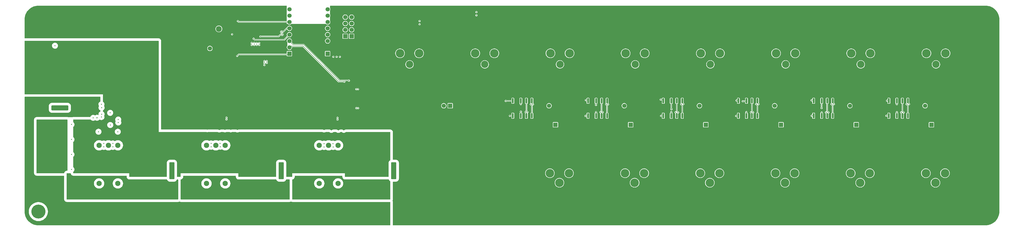
<source format=gbl>
G04 #@! TF.GenerationSoftware,KiCad,Pcbnew,9.0.2-9.0.2-0~ubuntu24.04.1*
G04 #@! TF.CreationDate,2025-06-16T11:23:01+02:00*
G04 #@! TF.ProjectId,PCB_Repetition,5043425f-5265-4706-9574-6974696f6e2e,rev?*
G04 #@! TF.SameCoordinates,Original*
G04 #@! TF.FileFunction,Copper,L4,Bot*
G04 #@! TF.FilePolarity,Positive*
%FSLAX46Y46*%
G04 Gerber Fmt 4.6, Leading zero omitted, Abs format (unit mm)*
G04 Created by KiCad (PCBNEW 9.0.2-9.0.2-0~ubuntu24.04.1) date 2025-06-16 11:23:01*
%MOMM*%
%LPD*%
G01*
G04 APERTURE LIST*
G04 Aperture macros list*
%AMRoundRect*
0 Rectangle with rounded corners*
0 $1 Rounding radius*
0 $2 $3 $4 $5 $6 $7 $8 $9 X,Y pos of 4 corners*
0 Add a 4 corners polygon primitive as box body*
4,1,4,$2,$3,$4,$5,$6,$7,$8,$9,$2,$3,0*
0 Add four circle primitives for the rounded corners*
1,1,$1+$1,$2,$3*
1,1,$1+$1,$4,$5*
1,1,$1+$1,$6,$7*
1,1,$1+$1,$8,$9*
0 Add four rect primitives between the rounded corners*
20,1,$1+$1,$2,$3,$4,$5,0*
20,1,$1+$1,$4,$5,$6,$7,0*
20,1,$1+$1,$6,$7,$8,$9,0*
20,1,$1+$1,$8,$9,$2,$3,0*%
G04 Aperture macros list end*
G04 #@! TA.AperFunction,ComponentPad*
%ADD10C,1.700000*%
G04 #@! TD*
G04 #@! TA.AperFunction,ComponentPad*
%ADD11R,1.700000X1.700000*%
G04 #@! TD*
G04 #@! TA.AperFunction,ComponentPad*
%ADD12C,2.300000*%
G04 #@! TD*
G04 #@! TA.AperFunction,ComponentPad*
%ADD13C,3.600000*%
G04 #@! TD*
G04 #@! TA.AperFunction,ConnectorPad*
%ADD14C,5.600000*%
G04 #@! TD*
G04 #@! TA.AperFunction,ComponentPad*
%ADD15C,2.600000*%
G04 #@! TD*
G04 #@! TA.AperFunction,ConnectorPad*
%ADD16C,3.800000*%
G04 #@! TD*
G04 #@! TA.AperFunction,ComponentPad*
%ADD17C,3.400000*%
G04 #@! TD*
G04 #@! TA.AperFunction,ComponentPad*
%ADD18C,2.900000*%
G04 #@! TD*
G04 #@! TA.AperFunction,ComponentPad*
%ADD19RoundRect,0.315000X0.735000X-3.085000X0.735000X3.085000X-0.735000X3.085000X-0.735000X-3.085000X0*%
G04 #@! TD*
G04 #@! TA.AperFunction,ComponentPad*
%ADD20C,2.100000*%
G04 #@! TD*
G04 #@! TA.AperFunction,SMDPad,CuDef*
%ADD21RoundRect,0.105000X-0.245000X0.895000X-0.245000X-0.895000X0.245000X-0.895000X0.245000X0.895000X0*%
G04 #@! TD*
G04 #@! TA.AperFunction,ComponentPad*
%ADD22RoundRect,0.300000X-3.100000X-0.700000X3.100000X-0.700000X3.100000X0.700000X-3.100000X0.700000X0*%
G04 #@! TD*
G04 #@! TA.AperFunction,ViaPad*
%ADD23C,0.400000*%
G04 #@! TD*
G04 #@! TA.AperFunction,Conductor*
%ADD24C,0.150000*%
G04 #@! TD*
G04 #@! TA.AperFunction,Conductor*
%ADD25C,0.200000*%
G04 #@! TD*
G04 APERTURE END LIST*
D10*
X164670000Y-153540000D03*
X164670000Y-156080000D03*
X164670000Y-158620000D03*
D11*
X164670000Y-161160000D03*
X204000000Y-189000000D03*
D10*
X201460000Y-189000000D03*
X201460000Y-196620000D03*
D11*
X204000000Y-196620000D03*
D12*
X111720000Y-158240000D03*
X111720000Y-153240000D03*
D13*
X417600000Y-154460000D03*
D14*
X417600000Y-154460000D03*
D15*
X252000000Y-191000000D03*
D16*
X252000000Y-191000000D03*
D13*
X39710000Y-231360000D03*
D14*
X39710000Y-231360000D03*
D11*
X276000000Y-189000000D03*
D10*
X273460000Y-189000000D03*
X273460000Y-196620000D03*
D11*
X276000000Y-196620000D03*
D15*
X374000000Y-191000000D03*
D16*
X374000000Y-191000000D03*
D11*
X246000000Y-189000000D03*
D10*
X243460000Y-189000000D03*
X243460000Y-196620000D03*
D11*
X246000000Y-196620000D03*
X167210000Y-161160000D03*
D10*
X167210000Y-158620000D03*
X167210000Y-156080000D03*
X167210000Y-153540000D03*
D11*
X162130000Y-161160000D03*
D10*
X162130000Y-158620000D03*
X162130000Y-156080000D03*
X162130000Y-153540000D03*
D11*
X306000000Y-189000000D03*
D10*
X303460000Y-189000000D03*
X303460000Y-196620000D03*
D11*
X306000000Y-196620000D03*
X366000000Y-189000000D03*
D10*
X363460000Y-189000000D03*
X363460000Y-196620000D03*
D11*
X366000000Y-196620000D03*
X336000000Y-189000000D03*
D10*
X333460000Y-189000000D03*
X333460000Y-196620000D03*
D11*
X336000000Y-196620000D03*
D10*
X62425000Y-166060000D03*
X62425000Y-186380000D03*
X108145000Y-176220000D03*
X108145000Y-166060000D03*
D13*
X417600000Y-231350000D03*
D14*
X417600000Y-231350000D03*
D12*
X43610000Y-218300000D03*
X43610000Y-213300000D03*
D13*
X39710000Y-154460000D03*
D14*
X39710000Y-154460000D03*
D11*
X396000000Y-189000000D03*
D10*
X393460000Y-189000000D03*
X393460000Y-196620000D03*
D11*
X396000000Y-196620000D03*
D15*
X133000000Y-191000000D03*
D16*
X133000000Y-191000000D03*
D17*
X251400000Y-216000000D03*
X243780000Y-216000000D03*
X247590000Y-219810000D03*
X184000000Y-168000000D03*
X191620000Y-168000000D03*
D18*
X187810000Y-172450000D03*
D19*
X84395000Y-221850000D03*
X84395000Y-208150000D03*
X93000000Y-215000000D03*
D20*
X151780000Y-204830000D03*
X159280000Y-204830000D03*
X155500000Y-204830000D03*
X151780000Y-225130000D03*
X159280000Y-225130000D03*
X151780000Y-220090000D03*
X159280000Y-220090000D03*
X151780000Y-230170000D03*
X159280000Y-230170000D03*
D17*
X341400000Y-216000000D03*
X333780000Y-216000000D03*
X337590000Y-219810000D03*
X364000000Y-168000000D03*
X371620000Y-168000000D03*
D18*
X367810000Y-172450000D03*
D19*
X127995000Y-221850000D03*
X127995000Y-208150000D03*
X136600000Y-215000000D03*
D17*
X394000000Y-168000000D03*
X401620000Y-168000000D03*
D18*
X397810000Y-172450000D03*
D17*
X311400000Y-216000000D03*
X303780000Y-216000000D03*
X307590000Y-219810000D03*
D19*
X172895000Y-221850000D03*
X172895000Y-208150000D03*
X181500000Y-215000000D03*
D21*
X319000000Y-187000000D03*
X322200000Y-187000000D03*
X324400000Y-187000000D03*
X326600000Y-187000000D03*
X326600000Y-193000000D03*
X324400000Y-193000000D03*
X322200000Y-193000000D03*
X319000000Y-193000000D03*
D17*
X371400000Y-216000000D03*
X363780000Y-216000000D03*
X367590000Y-219810000D03*
X304000000Y-168000000D03*
X311620000Y-168000000D03*
D18*
X307810000Y-172450000D03*
D21*
X259000000Y-187000000D03*
X262200000Y-187000000D03*
X264400000Y-187000000D03*
X266600000Y-187000000D03*
X266600000Y-193000000D03*
X264400000Y-193000000D03*
X262200000Y-193000000D03*
X259000000Y-193000000D03*
D17*
X274000000Y-168000000D03*
X281620000Y-168000000D03*
D18*
X277810000Y-172450000D03*
D20*
X106780000Y-204830000D03*
X114280000Y-204830000D03*
X110500000Y-204830000D03*
X106780000Y-225130000D03*
X114280000Y-225130000D03*
X106780000Y-220090000D03*
X114280000Y-220090000D03*
X106780000Y-230170000D03*
X114280000Y-230170000D03*
D17*
X214000000Y-168000000D03*
X221620000Y-168000000D03*
D18*
X217810000Y-172450000D03*
D21*
X349000000Y-187000000D03*
X352200000Y-187000000D03*
X354400000Y-187000000D03*
X356600000Y-187000000D03*
X356600000Y-193000000D03*
X354400000Y-193000000D03*
X352200000Y-193000000D03*
X349000000Y-193000000D03*
D17*
X281400000Y-216000000D03*
X273780000Y-216000000D03*
X277590000Y-219810000D03*
D21*
X229000000Y-187000000D03*
X232200000Y-187000000D03*
X234400000Y-187000000D03*
X236600000Y-187000000D03*
X236600000Y-193000000D03*
X234400000Y-193000000D03*
X232200000Y-193000000D03*
X229000000Y-193000000D03*
D17*
X244000000Y-168000000D03*
X251620000Y-168000000D03*
D18*
X247810000Y-172450000D03*
D17*
X334000000Y-168000000D03*
X341620000Y-168000000D03*
D18*
X337810000Y-172450000D03*
D22*
X43540000Y-197000000D03*
X43540000Y-182700000D03*
X48280000Y-189830000D03*
D21*
X289000000Y-187000000D03*
X292200000Y-187000000D03*
X294400000Y-187000000D03*
X296600000Y-187000000D03*
X296600000Y-193000000D03*
X294400000Y-193000000D03*
X292200000Y-193000000D03*
X289000000Y-193000000D03*
D17*
X401400000Y-216000000D03*
X393780000Y-216000000D03*
X397590000Y-219810000D03*
D21*
X379000000Y-187000000D03*
X382200000Y-187000000D03*
X384400000Y-187000000D03*
X386600000Y-187000000D03*
X386600000Y-193000000D03*
X384400000Y-193000000D03*
X382200000Y-193000000D03*
X379000000Y-193000000D03*
D20*
X63940000Y-204830000D03*
X71440000Y-204830000D03*
X67660000Y-204830000D03*
X63940000Y-225130000D03*
X71440000Y-225130000D03*
X63940000Y-220090000D03*
X71440000Y-220090000D03*
X63940000Y-230170000D03*
X71440000Y-230170000D03*
D10*
X155105000Y-150370000D03*
X155105000Y-152910000D03*
X155105000Y-155450000D03*
X155105000Y-157990000D03*
X155105000Y-160530000D03*
X155105000Y-163070000D03*
X155105000Y-165610000D03*
D11*
X155105000Y-168150000D03*
X139865000Y-168150000D03*
D10*
X139865000Y-165610000D03*
X139865000Y-163070000D03*
X139865000Y-160530000D03*
X139865000Y-157990000D03*
X139865000Y-155450000D03*
X139865000Y-152910000D03*
X139865000Y-150370000D03*
D23*
X121760000Y-169440000D03*
X121780000Y-167640000D03*
X127160000Y-169500000D03*
X125310000Y-169430000D03*
X127130000Y-167610000D03*
X125330000Y-167630000D03*
X157990000Y-161390000D03*
X160730000Y-161390000D03*
X160360000Y-152200000D03*
X160330000Y-154100000D03*
X160580000Y-157100000D03*
X158020000Y-159250000D03*
X148170000Y-165420000D03*
X145370000Y-166920000D03*
X156560000Y-155710000D03*
X156560000Y-156690000D03*
X154290000Y-156680000D03*
X153190000Y-156680000D03*
X155390000Y-156680000D03*
X152090000Y-156680000D03*
X156540000Y-151420000D03*
X156540000Y-150420000D03*
X156540000Y-149420000D03*
X156540000Y-152420000D03*
X156560000Y-153650000D03*
X156560000Y-154750000D03*
X138950000Y-156680000D03*
X150990000Y-156680000D03*
X149890000Y-156680000D03*
X148790000Y-156680000D03*
X147690000Y-156680000D03*
X146590000Y-156680000D03*
X145490000Y-156680000D03*
X144390000Y-156680000D03*
X143290000Y-156680000D03*
X142190000Y-156680000D03*
X141090000Y-156680000D03*
X139860000Y-156710000D03*
X138390000Y-156030000D03*
X138390000Y-154930000D03*
X138390000Y-153830000D03*
X138390000Y-152730000D03*
X138390000Y-151630000D03*
X138390000Y-150530000D03*
X138390000Y-149430000D03*
X129880000Y-172700000D03*
X129890000Y-171810000D03*
X130840000Y-171840000D03*
X130840000Y-171120000D03*
X129900000Y-171140000D03*
X126820000Y-164670000D03*
X125820000Y-164670000D03*
X124820000Y-164670000D03*
X127820000Y-163870000D03*
X126820000Y-163870000D03*
X125820000Y-163870000D03*
X124820000Y-163870000D03*
X127820000Y-164670000D03*
X156540000Y-195560000D03*
X394490000Y-163850000D03*
X57310000Y-149430000D03*
X331490000Y-204660000D03*
X253390000Y-193550000D03*
X69420000Y-204110000D03*
X280340000Y-202990000D03*
X112250000Y-204050000D03*
X65800000Y-204120000D03*
X198890000Y-167080000D03*
X421880000Y-226650000D03*
X153670000Y-204160000D03*
X125070000Y-197160000D03*
X202610000Y-187460000D03*
X357670000Y-200570000D03*
X45310000Y-149430000D03*
X322360000Y-235700000D03*
X421880000Y-220650000D03*
X308240000Y-160800000D03*
X153690000Y-189470000D03*
X315310000Y-149430000D03*
X290240000Y-160800000D03*
X133600000Y-156200000D03*
X89800000Y-191900000D03*
X75390000Y-161300000D03*
X188550000Y-190720000D03*
X235380000Y-191000000D03*
X205860000Y-187500000D03*
X274800000Y-212860000D03*
X164520000Y-186500000D03*
X201310000Y-149430000D03*
X273310000Y-149430000D03*
X292360000Y-235700000D03*
X124680000Y-153990000D03*
X160840000Y-195630000D03*
X308840000Y-215440000D03*
X128870000Y-154060000D03*
X269700000Y-196970000D03*
X380590000Y-187230000D03*
X383700000Y-196970000D03*
X421880000Y-190650000D03*
X299990000Y-158040000D03*
X339310000Y-149430000D03*
X51380000Y-161300000D03*
X63380000Y-161300000D03*
X151000000Y-168090000D03*
X400550000Y-212370000D03*
X242780000Y-191690000D03*
X270540000Y-189870000D03*
X132270000Y-160600000D03*
X222030000Y-187490000D03*
X287700000Y-196970000D03*
X237770000Y-201350000D03*
X63700000Y-199400000D03*
X237310000Y-149430000D03*
X311990000Y-158040000D03*
X383460000Y-189970000D03*
X168010000Y-182060000D03*
X297680000Y-193400000D03*
X363870000Y-194980000D03*
X146310000Y-182520000D03*
X297310000Y-149430000D03*
X216030000Y-187490000D03*
X324970000Y-174350000D03*
X368580000Y-215320000D03*
X187230000Y-166330000D03*
X51310000Y-149430000D03*
X296240000Y-160800000D03*
X355440000Y-187520000D03*
X261310000Y-149430000D03*
X370250000Y-202270000D03*
X211520000Y-192800000D03*
X274600000Y-171160000D03*
X317700000Y-196970000D03*
X153510000Y-170950000D03*
X263700000Y-196970000D03*
X189310000Y-149430000D03*
X401700000Y-196970000D03*
X282540000Y-189870000D03*
X180920000Y-192900000D03*
X238360000Y-235700000D03*
X207350000Y-192810000D03*
X268270000Y-186450000D03*
X196360000Y-235700000D03*
X274800000Y-208050000D03*
X305110000Y-177250000D03*
X295010000Y-180020000D03*
X137110000Y-197040000D03*
X369950000Y-184220000D03*
X112800000Y-195670000D03*
X147430000Y-179870000D03*
X112280000Y-205410000D03*
X64900000Y-188410000D03*
X293990000Y-158040000D03*
X384840000Y-179960000D03*
X116680000Y-190190000D03*
X392990000Y-171060000D03*
X111390000Y-196800000D03*
X227700000Y-196970000D03*
X121760000Y-174600000D03*
X391090000Y-166190000D03*
X190330000Y-229670000D03*
X121610000Y-157410000D03*
X316360000Y-235700000D03*
X124700000Y-156230000D03*
X128890000Y-156300000D03*
X244980000Y-183210000D03*
X345310000Y-149430000D03*
X351190000Y-193650000D03*
X248580000Y-193560000D03*
X328620000Y-164090000D03*
X252770000Y-208250000D03*
X334620000Y-164090000D03*
X398880000Y-169400000D03*
X243910000Y-203220000D03*
X106220000Y-166980000D03*
X208360000Y-235700000D03*
X388070000Y-200390000D03*
X385520000Y-187010000D03*
X311700000Y-196970000D03*
X214360000Y-235700000D03*
X388090000Y-186000000D03*
X119170000Y-160860000D03*
X223580000Y-165880000D03*
X102000000Y-163960000D03*
X202360000Y-235700000D03*
X352360000Y-235700000D03*
X293700000Y-196970000D03*
X171310000Y-149430000D03*
X156640000Y-197280000D03*
X421880000Y-154650000D03*
X353080000Y-191630000D03*
X366340000Y-215170000D03*
X377700000Y-196970000D03*
X312930000Y-207590000D03*
X295520000Y-189800000D03*
X400650000Y-202090000D03*
X137290000Y-161780000D03*
X281700000Y-196970000D03*
X384840000Y-173960000D03*
X163240000Y-159800000D03*
X142030000Y-174460000D03*
X238650000Y-174500000D03*
X314380000Y-163250000D03*
X155890000Y-189460000D03*
X274360000Y-235700000D03*
X394210000Y-202260000D03*
X293170000Y-184440000D03*
X309230000Y-184370000D03*
X354940000Y-175750000D03*
X168920000Y-192900000D03*
X303030000Y-177260000D03*
X298260000Y-168060000D03*
X380780000Y-191550000D03*
X280370000Y-208080000D03*
X260240000Y-160800000D03*
X368880000Y-169280000D03*
X145340000Y-163650000D03*
X232360000Y-235700000D03*
X228090000Y-188070000D03*
X370150000Y-212550000D03*
X308830000Y-167090000D03*
X308890000Y-169290000D03*
X304070000Y-202560000D03*
X184170000Y-186030000D03*
X155650000Y-177070000D03*
X207280000Y-152500000D03*
X340530000Y-207840000D03*
X355580000Y-193590000D03*
X263990000Y-158040000D03*
X329700000Y-196970000D03*
X363310000Y-149430000D03*
X364360000Y-235700000D03*
X213310000Y-149430000D03*
X340360000Y-235700000D03*
X389700000Y-196970000D03*
X250350000Y-203050000D03*
X113628946Y-179392084D03*
X137500000Y-187800000D03*
X338830000Y-215800000D03*
X249310000Y-149430000D03*
X190330000Y-211670000D03*
X327380000Y-192960000D03*
X176260000Y-160020000D03*
X359720000Y-164170000D03*
X114220000Y-196950000D03*
X421880000Y-166650000D03*
X405310000Y-149430000D03*
X304810000Y-163690000D03*
X255660000Y-186510000D03*
X35570000Y-153230000D03*
X210310000Y-166970000D03*
X328220000Y-186390000D03*
X286360000Y-235700000D03*
X376670000Y-189810000D03*
X165370000Y-182070000D03*
X103800000Y-191900000D03*
X310410000Y-212670000D03*
X402970000Y-202130000D03*
X161520000Y-171130000D03*
X254240000Y-160800000D03*
X354940000Y-169750000D03*
X248600000Y-195350000D03*
X109890000Y-196870000D03*
X328360000Y-235700000D03*
X137270000Y-166790000D03*
X282550000Y-191780000D03*
X170190000Y-186090000D03*
X278670000Y-216040000D03*
X116740000Y-154030000D03*
X403070000Y-207290000D03*
X272520000Y-177170000D03*
X335040000Y-183160000D03*
X400360000Y-235700000D03*
X87390000Y-161300000D03*
X335540000Y-191920000D03*
X291310000Y-149430000D03*
X235400000Y-168460000D03*
X240370000Y-184270000D03*
X215700000Y-196970000D03*
X117310000Y-149430000D03*
X239070000Y-189190000D03*
X235400000Y-174460000D03*
X305110000Y-171250000D03*
X383230000Y-186920000D03*
X116790000Y-151080000D03*
X52900000Y-196500000D03*
X387310000Y-149430000D03*
X295010000Y-168020000D03*
X364710000Y-212140000D03*
X250870000Y-200380000D03*
X143110000Y-197040000D03*
X45380000Y-161300000D03*
X89800000Y-197900000D03*
X279310000Y-149430000D03*
X223630000Y-169580000D03*
X164750000Y-192910000D03*
X318290000Y-163720000D03*
X310360000Y-235700000D03*
X238650000Y-186500000D03*
X332960000Y-183170000D03*
X68370000Y-191840000D03*
X346360000Y-235700000D03*
X335040000Y-171160000D03*
X173220000Y-159550000D03*
X52900000Y-214500000D03*
X155930000Y-192370000D03*
X114060000Y-157490000D03*
X150780000Y-190930000D03*
X239700000Y-196970000D03*
X259350000Y-195170000D03*
X257700000Y-196970000D03*
X395110000Y-207150000D03*
X160070000Y-186450000D03*
X274600000Y-177160000D03*
X109920000Y-187820000D03*
X353700000Y-196970000D03*
X135870000Y-159930000D03*
X116340000Y-197130000D03*
X223610000Y-164090000D03*
X57380000Y-161300000D03*
X111940000Y-198520000D03*
X109890000Y-193460000D03*
X68400000Y-196700000D03*
X242900000Y-177220000D03*
X360040000Y-189650000D03*
X177890000Y-154440000D03*
X102700000Y-153610000D03*
X311030000Y-199720000D03*
X177310000Y-149430000D03*
X333310000Y-149430000D03*
X242900000Y-171220000D03*
X116670000Y-159470000D03*
X276430000Y-215890000D03*
X188760000Y-186170000D03*
X421880000Y-184650000D03*
X261660000Y-184270000D03*
X103350000Y-151570000D03*
X114600000Y-190770000D03*
X406360000Y-235700000D03*
X201280000Y-152500000D03*
X393310000Y-149430000D03*
X69450000Y-205470000D03*
X190330000Y-205670000D03*
X64930000Y-192390000D03*
X183310000Y-149430000D03*
X385610000Y-190010000D03*
X64930000Y-189770000D03*
X246440000Y-215950000D03*
X229630000Y-169580000D03*
X265460000Y-186490000D03*
X220360000Y-235700000D03*
X179310000Y-156580000D03*
X104220000Y-153020000D03*
X421880000Y-214650000D03*
X89800000Y-182400000D03*
X235360000Y-189210000D03*
X121620000Y-162030000D03*
X399310000Y-149430000D03*
X388090000Y-168000000D03*
X160760000Y-159250000D03*
X278660000Y-167180000D03*
X157010000Y-186500000D03*
X363810000Y-202440000D03*
X238650000Y-180500000D03*
X134230000Y-167060000D03*
X341020000Y-200080000D03*
X295010000Y-174020000D03*
X421880000Y-208650000D03*
X328220000Y-174390000D03*
X352020000Y-184470000D03*
X305990000Y-158040000D03*
X174360000Y-187910000D03*
X226360000Y-235700000D03*
X162760000Y-184260000D03*
X325530000Y-186350000D03*
X230920000Y-188630000D03*
X421880000Y-202650000D03*
X137500000Y-189650000D03*
X119070000Y-197160000D03*
X239020000Y-163830000D03*
X303310000Y-149430000D03*
X111310000Y-149430000D03*
X131890000Y-154120000D03*
X119340000Y-154020000D03*
X267310000Y-149430000D03*
X388090000Y-174000000D03*
X128580000Y-187770000D03*
X183980000Y-182220000D03*
X303430000Y-186130000D03*
X398220000Y-199420000D03*
X146630000Y-187990000D03*
X332960000Y-177170000D03*
X255660000Y-184270000D03*
X52900000Y-202500000D03*
X364710000Y-207330000D03*
X165310000Y-149430000D03*
X327310000Y-149430000D03*
X417310000Y-149430000D03*
X116590000Y-188110000D03*
X194790000Y-163220000D03*
X249040000Y-167230000D03*
X190330000Y-223670000D03*
X225310000Y-149430000D03*
X282660000Y-203030000D03*
X205160000Y-168800000D03*
X87310000Y-149430000D03*
X309050000Y-193370000D03*
X244980000Y-177210000D03*
X119090000Y-198480000D03*
X388490000Y-163850000D03*
X398980000Y-215140000D03*
X190330000Y-217670000D03*
X272240000Y-160800000D03*
X235400000Y-180460000D03*
X202790000Y-173700000D03*
X268360000Y-235700000D03*
X304970000Y-212260000D03*
X323670000Y-189920000D03*
X363860000Y-191630000D03*
X335040000Y-177160000D03*
X93310000Y-149430000D03*
X104900000Y-161600000D03*
X141990000Y-162520000D03*
X285310000Y-149430000D03*
X334360000Y-235700000D03*
X114040000Y-159470000D03*
X347700000Y-196970000D03*
X118150000Y-162870000D03*
X233210000Y-189240000D03*
X156820000Y-181710000D03*
X243310000Y-149430000D03*
X219310000Y-149430000D03*
X118150000Y-168470000D03*
X250360000Y-235700000D03*
X146720000Y-190070000D03*
X245020000Y-163830000D03*
X365720000Y-164170000D03*
X96800000Y-191900000D03*
X99310000Y-149430000D03*
X125460000Y-158170000D03*
X187230000Y-182260000D03*
X163230000Y-157190000D03*
X421880000Y-196650000D03*
X368900000Y-167110000D03*
X116460000Y-198440000D03*
X365040000Y-177250000D03*
X361140000Y-166660000D03*
X229580000Y-164070000D03*
X194760000Y-166300000D03*
X135310000Y-149430000D03*
X206040000Y-179740000D03*
X217580000Y-165880000D03*
X161510000Y-197150000D03*
X312830000Y-202430000D03*
X272520000Y-183170000D03*
X138410000Y-159520000D03*
X281990000Y-158040000D03*
X69310000Y-149430000D03*
X313030000Y-212940000D03*
X342820000Y-202790000D03*
X298260000Y-174060000D03*
X199520000Y-179650000D03*
X242240000Y-160800000D03*
X334960000Y-212620000D03*
X291330000Y-189820000D03*
X153670000Y-205510000D03*
X338070000Y-200080000D03*
X69380000Y-161300000D03*
X278660000Y-169000000D03*
X298360000Y-235700000D03*
X295400000Y-186110000D03*
X153740000Y-192650000D03*
X375310000Y-149430000D03*
X130190000Y-160610000D03*
X362960000Y-171260000D03*
X315280000Y-186470000D03*
X105310000Y-149430000D03*
X369310000Y-149430000D03*
X131070000Y-197160000D03*
X281170000Y-184440000D03*
X250380000Y-208140000D03*
X81390000Y-161300000D03*
X199340000Y-187410000D03*
X382360000Y-235700000D03*
X274600000Y-183160000D03*
X271330000Y-204900000D03*
X265020000Y-180410000D03*
X255670000Y-190330000D03*
X235090000Y-161520000D03*
X336590000Y-215650000D03*
X195280000Y-152500000D03*
X199520000Y-173650000D03*
X159310000Y-149430000D03*
X355450000Y-189550000D03*
X165610000Y-171130000D03*
X111840000Y-189450000D03*
X96800000Y-197900000D03*
X170500000Y-184090000D03*
X251700000Y-196970000D03*
X109860000Y-190630000D03*
X301500000Y-204300000D03*
X265020000Y-174410000D03*
X237370000Y-159060000D03*
X395070000Y-177050000D03*
X198710000Y-192850000D03*
X130190000Y-162030000D03*
X168170000Y-190110000D03*
X288470000Y-191480000D03*
X355660000Y-191620000D03*
X277910000Y-200320000D03*
X192710000Y-192850000D03*
X273900000Y-203160000D03*
X338710000Y-169110000D03*
X35570000Y-159230000D03*
X340500000Y-202750000D03*
X306600000Y-215290000D03*
X195310000Y-149430000D03*
X152990000Y-185320000D03*
X248240000Y-160800000D03*
X223520000Y-192800000D03*
X161570000Y-198640000D03*
X128580000Y-189620000D03*
X341440000Y-189830000D03*
X318290000Y-181720000D03*
X304360000Y-235700000D03*
X392990000Y-177060000D03*
X338710000Y-167170000D03*
X370660000Y-187330000D03*
X255310000Y-149430000D03*
X268640000Y-163780000D03*
X269990000Y-158040000D03*
X370770000Y-199600000D03*
X340020000Y-184470000D03*
X256360000Y-235700000D03*
X361240000Y-204180000D03*
X272520000Y-171170000D03*
X183960000Y-176210000D03*
X65800000Y-205470000D03*
X165730000Y-166980000D03*
X309280000Y-186470000D03*
X400680000Y-207180000D03*
X149110000Y-197040000D03*
X103800000Y-188400000D03*
X157290000Y-204150000D03*
X177170000Y-190740000D03*
X102000000Y-160960000D03*
X233210000Y-191000000D03*
X389670000Y-190120000D03*
X278240000Y-160800000D03*
X375950000Y-184220000D03*
X153720000Y-196020000D03*
X298260000Y-180060000D03*
X421880000Y-172650000D03*
X111870000Y-192660000D03*
X252870000Y-213600000D03*
X249660000Y-184270000D03*
X257990000Y-158040000D03*
X412360000Y-235700000D03*
X394360000Y-235700000D03*
X280860000Y-200320000D03*
X250250000Y-213330000D03*
X202770000Y-179690000D03*
X103800000Y-197900000D03*
X328220000Y-180390000D03*
X383240000Y-192910000D03*
X288540000Y-189870000D03*
X315230000Y-184370000D03*
X374620000Y-195050000D03*
X233700000Y-196970000D03*
X231310000Y-149430000D03*
X395110000Y-211960000D03*
X304970000Y-207450000D03*
X367740000Y-191610000D03*
X61580000Y-193840000D03*
X153730000Y-198520000D03*
X244360000Y-235700000D03*
X346020000Y-184470000D03*
X149890000Y-192090000D03*
X160090000Y-181710000D03*
X163600000Y-187650000D03*
X347440000Y-189830000D03*
X376360000Y-235700000D03*
X297320000Y-189800000D03*
X152490000Y-162400000D03*
X303030000Y-171260000D03*
X310510000Y-202390000D03*
X171300000Y-165070000D03*
X303680000Y-193400000D03*
X118150000Y-165870000D03*
X241340000Y-204960000D03*
X239090000Y-190980000D03*
X206040000Y-173740000D03*
X357310000Y-149430000D03*
X188540000Y-192860000D03*
X315580000Y-160230000D03*
X358190000Y-187790000D03*
X370280000Y-207360000D03*
X354940000Y-181750000D03*
X156640000Y-198650000D03*
X315050000Y-193370000D03*
X318290000Y-169720000D03*
X132220000Y-164060000D03*
X321380000Y-192960000D03*
X384840000Y-167960000D03*
X238650000Y-168500000D03*
X381310000Y-149430000D03*
X181800000Y-154440000D03*
X63310000Y-149430000D03*
X421880000Y-232650000D03*
X116240000Y-195600000D03*
X63100000Y-193810000D03*
X244810000Y-208110000D03*
X275990000Y-158040000D03*
X332960000Y-171170000D03*
X388090000Y-180000000D03*
X244810000Y-212920000D03*
X340400000Y-213030000D03*
X341700000Y-196970000D03*
X172310000Y-187890000D03*
X324970000Y-180350000D03*
X174680000Y-190920000D03*
X343020000Y-213300000D03*
X104960000Y-155330000D03*
X71400000Y-199400000D03*
X411310000Y-149430000D03*
X282860000Y-213540000D03*
X249040000Y-169050000D03*
X395070000Y-171050000D03*
X353380000Y-189580000D03*
X362960000Y-183260000D03*
X249660000Y-186510000D03*
X190330000Y-235670000D03*
X310540000Y-207480000D03*
X396740000Y-214990000D03*
X351190000Y-195040000D03*
X266240000Y-160800000D03*
X116690000Y-157490000D03*
X365040000Y-183250000D03*
X187230000Y-176260000D03*
X309310000Y-149430000D03*
X207310000Y-149430000D03*
X268270000Y-174450000D03*
X293240000Y-189800000D03*
X253400000Y-195460000D03*
X107080000Y-198360000D03*
X119160000Y-156240000D03*
X287990000Y-158040000D03*
X418360000Y-235700000D03*
X244980000Y-171210000D03*
X114150000Y-198450000D03*
X135580000Y-171590000D03*
X170140000Y-190130000D03*
X104900000Y-158600000D03*
X392990000Y-183060000D03*
X329670000Y-189920000D03*
X355530000Y-195070000D03*
X112710000Y-187000000D03*
X108630000Y-205410000D03*
X108630000Y-204060000D03*
X280360000Y-235700000D03*
X321540000Y-175760000D03*
X395070000Y-183050000D03*
X387450000Y-190010000D03*
X372570000Y-202310000D03*
X342920000Y-207950000D03*
X298810000Y-163690000D03*
X129310000Y-149430000D03*
X187270000Y-163470000D03*
X376660000Y-187330000D03*
X351310000Y-149430000D03*
X102020000Y-158610000D03*
X242900000Y-183220000D03*
X358190000Y-169790000D03*
X328220000Y-168390000D03*
X81310000Y-149430000D03*
X421880000Y-160650000D03*
X89800000Y-170390000D03*
X305110000Y-183250000D03*
X370640000Y-189930000D03*
X247920000Y-200380000D03*
X234370000Y-184270000D03*
X103450000Y-165870000D03*
X228370000Y-184270000D03*
X372770000Y-212820000D03*
X251990000Y-158040000D03*
X103440000Y-155320000D03*
X245990000Y-158040000D03*
X190330000Y-199670000D03*
X360050000Y-194930000D03*
X324970000Y-168350000D03*
X39310000Y-149430000D03*
X284240000Y-160800000D03*
X39380000Y-161300000D03*
X210030000Y-187490000D03*
X280240000Y-213270000D03*
X119770000Y-179530000D03*
X160110000Y-177340000D03*
X268270000Y-168450000D03*
X407700000Y-196970000D03*
X232750000Y-163950000D03*
X132320000Y-157650000D03*
X358360000Y-235700000D03*
X274640000Y-163780000D03*
X287170000Y-184440000D03*
X159400000Y-198680000D03*
X127500000Y-158600000D03*
X398910000Y-167090000D03*
X268270000Y-180450000D03*
X197640000Y-168880000D03*
X118150000Y-174470000D03*
X252670000Y-203090000D03*
X75310000Y-149430000D03*
X360040000Y-191620000D03*
X64870000Y-193530000D03*
X180910000Y-190720000D03*
X334060000Y-202920000D03*
X358190000Y-181790000D03*
X323700000Y-196970000D03*
X148280000Y-170030000D03*
X162760000Y-181810000D03*
X104900000Y-164600000D03*
X229580000Y-165880000D03*
X302240000Y-160800000D03*
X137300000Y-163980000D03*
X318290000Y-175720000D03*
X141150000Y-166810000D03*
X96800000Y-188400000D03*
X391640000Y-204000000D03*
X202950000Y-192900000D03*
X367820000Y-199600000D03*
X141030000Y-177040000D03*
X134300000Y-164050000D03*
X297930000Y-200690000D03*
X151806719Y-173058811D03*
X376160000Y-193600000D03*
X370360000Y-235700000D03*
X270550000Y-191780000D03*
X299700000Y-196970000D03*
X174920000Y-192900000D03*
X89800000Y-176400000D03*
X367730000Y-194900000D03*
X248680000Y-216100000D03*
X52900000Y-208500000D03*
X246740000Y-191810000D03*
X267760000Y-201290000D03*
X235400000Y-186460000D03*
X89800000Y-164390000D03*
X265470000Y-189870000D03*
X321540000Y-169760000D03*
X403170000Y-212640000D03*
X121360000Y-154020000D03*
X108440000Y-198330000D03*
X388360000Y-235700000D03*
X321310000Y-149430000D03*
X262360000Y-235700000D03*
X308080000Y-199720000D03*
X303030000Y-183260000D03*
X334960000Y-207810000D03*
X157580000Y-175050000D03*
X221700000Y-196970000D03*
X359700000Y-196970000D03*
X341540000Y-191920000D03*
X282760000Y-208190000D03*
X362960000Y-177260000D03*
X327920000Y-201050000D03*
X372670000Y-207470000D03*
X101830000Y-151560000D03*
X89800000Y-188400000D03*
X123310000Y-149430000D03*
X137330000Y-158450000D03*
X265020000Y-168410000D03*
X276550000Y-191780000D03*
X157320000Y-205510000D03*
X365040000Y-171250000D03*
X261590000Y-190420000D03*
X321540000Y-181760000D03*
X134350000Y-160590000D03*
X421880000Y-178650000D03*
X298260000Y-186060000D03*
X325559755Y-189882003D03*
X217520000Y-192800000D03*
X358190000Y-175790000D03*
X401170000Y-199420000D03*
X108180000Y-185050000D03*
X119300000Y-155100000D03*
X158700000Y-169400000D03*
X71590000Y-194540000D03*
X159060000Y-193810000D03*
X71600000Y-195710000D03*
X159050000Y-194500000D03*
X46350000Y-164950000D03*
X166560000Y-189930000D03*
X167240000Y-182360000D03*
X214470000Y-151500000D03*
X157400000Y-169400000D03*
X117000000Y-160400000D03*
X214470000Y-152800000D03*
X191790000Y-156390000D03*
X166550000Y-182350000D03*
X191790000Y-155090000D03*
X114760000Y-194460000D03*
X114770000Y-193770000D03*
X167250000Y-189940000D03*
X160000000Y-169400000D03*
X387090000Y-188340000D03*
X386110000Y-188360000D03*
X322150000Y-191520000D03*
X352220000Y-191690000D03*
X382210000Y-191560000D03*
X382200000Y-188390000D03*
X352170000Y-189920000D03*
X320730000Y-187200000D03*
X383910000Y-191630000D03*
X384910000Y-191670000D03*
X356130000Y-188350000D03*
X357090000Y-188330000D03*
X262200000Y-191510000D03*
X292210000Y-191530000D03*
X232200000Y-191330000D03*
X262170000Y-188660000D03*
X232180000Y-188320000D03*
X292290000Y-190360000D03*
X353910000Y-191630000D03*
X354900000Y-191650000D03*
X326090000Y-188330000D03*
X327050000Y-188320000D03*
X323990000Y-191610000D03*
X324830000Y-191620000D03*
X296130000Y-188360000D03*
X297080000Y-188310000D03*
X293900000Y-191610000D03*
X294910000Y-191650000D03*
X266980000Y-188420000D03*
X266240000Y-188400000D03*
X264795000Y-191560000D03*
X263930000Y-191540000D03*
X237020000Y-188420000D03*
X236170000Y-188400000D03*
X234820000Y-191510000D03*
X234080000Y-191470000D03*
X119020000Y-169060000D03*
X128260000Y-161300000D03*
X125600000Y-162160000D03*
X161770000Y-179380000D03*
X348250000Y-193010000D03*
X288120000Y-193050000D03*
X258010000Y-193060000D03*
X227820000Y-193020000D03*
X378040000Y-192990000D03*
X318100000Y-193080000D03*
X163610000Y-178930000D03*
X378260000Y-186980000D03*
X318260000Y-186880000D03*
X287970000Y-186510000D03*
X348180000Y-186810000D03*
X258150000Y-186760000D03*
X226170000Y-187060000D03*
D24*
X119650000Y-155450000D02*
X119300000Y-155100000D01*
X139865000Y-155450000D02*
X119650000Y-155450000D01*
X386600000Y-187850000D02*
X386600000Y-187000000D01*
X387090000Y-188340000D02*
X386600000Y-187850000D01*
X386600000Y-188850000D02*
X386600000Y-193000000D01*
X386110000Y-188360000D02*
X386600000Y-188850000D01*
X352220000Y-192980000D02*
X352200000Y-193000000D01*
X352220000Y-191690000D02*
X352220000Y-192980000D01*
X382210000Y-192990000D02*
X382200000Y-193000000D01*
X382210000Y-191560000D02*
X382210000Y-192990000D01*
X322200000Y-191570000D02*
X322200000Y-193000000D01*
X322150000Y-191520000D02*
X322200000Y-191570000D01*
X382200000Y-188390000D02*
X382200000Y-187000000D01*
X352170000Y-189920000D02*
X352200000Y-189890000D01*
X322000000Y-187200000D02*
X322200000Y-187000000D01*
X352200000Y-189890000D02*
X352200000Y-187000000D01*
X320730000Y-187200000D02*
X322000000Y-187200000D01*
X383910000Y-191630000D02*
X384400000Y-192120000D01*
X384400000Y-192120000D02*
X384400000Y-193000000D01*
X384900000Y-191670000D02*
X384400000Y-191170000D01*
X384400000Y-191170000D02*
X384400000Y-187000000D01*
X384910000Y-191670000D02*
X384900000Y-191670000D01*
X356600000Y-188790000D02*
X356600000Y-193000000D01*
X356160000Y-188350000D02*
X356600000Y-188790000D01*
X356130000Y-188350000D02*
X356160000Y-188350000D01*
X356600000Y-187840000D02*
X356600000Y-187000000D01*
X357090000Y-188330000D02*
X356600000Y-187840000D01*
X292210000Y-192990000D02*
X292200000Y-193000000D01*
X262200000Y-191510000D02*
X262200000Y-193000000D01*
X232200000Y-193000000D02*
X232200000Y-191330000D01*
X292210000Y-191530000D02*
X292210000Y-192990000D01*
X232180000Y-188320000D02*
X232180000Y-187020000D01*
X292200000Y-190120000D02*
X292200000Y-187000000D01*
X262170000Y-188660000D02*
X262200000Y-188630000D01*
X232180000Y-187020000D02*
X232200000Y-187000000D01*
X262200000Y-188630000D02*
X262200000Y-187000000D01*
X292290000Y-190360000D02*
X292290000Y-190210000D01*
X292290000Y-190210000D02*
X292200000Y-190120000D01*
X354400000Y-192120000D02*
X354400000Y-193000000D01*
X353910000Y-191630000D02*
X354400000Y-192120000D01*
X354400000Y-191150000D02*
X354400000Y-187000000D01*
X354900000Y-191650000D02*
X354400000Y-191150000D01*
X326090000Y-188330000D02*
X326600000Y-188840000D01*
X326600000Y-188840000D02*
X326600000Y-193000000D01*
X327050000Y-188320000D02*
X326600000Y-187870000D01*
X326600000Y-187870000D02*
X326600000Y-187000000D01*
X324400000Y-192020000D02*
X324400000Y-193000000D01*
X323990000Y-191610000D02*
X324400000Y-192020000D01*
X324400000Y-191190000D02*
X324400000Y-187000000D01*
X324830000Y-191620000D02*
X324400000Y-191190000D01*
X296600000Y-188830000D02*
X296600000Y-193000000D01*
X296130000Y-188360000D02*
X296600000Y-188830000D01*
X296600000Y-187830000D02*
X296600000Y-187000000D01*
X297080000Y-188310000D02*
X296600000Y-187830000D01*
X293900000Y-191610000D02*
X294400000Y-192110000D01*
X294400000Y-192110000D02*
X294400000Y-193000000D01*
X294910000Y-191650000D02*
X294400000Y-191140000D01*
X294400000Y-191140000D02*
X294400000Y-187000000D01*
X266980000Y-188420000D02*
X266980000Y-188390000D01*
X266600000Y-188010000D02*
X266600000Y-187000000D01*
X266980000Y-188390000D02*
X266600000Y-188010000D01*
X266240000Y-188400000D02*
X266600000Y-188760000D01*
X266600000Y-188760000D02*
X266600000Y-193000000D01*
X264795000Y-191560000D02*
X264810000Y-191545000D01*
X264400000Y-191160000D02*
X264400000Y-187000000D01*
X264810000Y-191545000D02*
X264785000Y-191545000D01*
X264785000Y-191545000D02*
X264400000Y-191160000D01*
X264400000Y-192000000D02*
X264400000Y-193000000D01*
X263940000Y-191540000D02*
X264400000Y-192000000D01*
X263930000Y-191540000D02*
X263940000Y-191540000D01*
D25*
X236600000Y-188000000D02*
X236600000Y-187000000D01*
X237020000Y-188420000D02*
X236600000Y-188000000D01*
X236170000Y-188400000D02*
X236600000Y-188830000D01*
X236600000Y-188830000D02*
X236600000Y-193000000D01*
X234820000Y-191510000D02*
X234820000Y-191501479D01*
X234820000Y-191501479D02*
X234410000Y-191091479D01*
X234410000Y-187010000D02*
X234400000Y-187000000D01*
X234410000Y-191091479D02*
X234410000Y-187010000D01*
X234410000Y-191800000D02*
X234410000Y-192990000D01*
X234080000Y-191470000D02*
X234410000Y-191800000D01*
X234410000Y-192990000D02*
X234400000Y-193000000D01*
D24*
X119020000Y-169060000D02*
X119590000Y-168490000D01*
X119590000Y-168490000D02*
X139525000Y-168490000D01*
X139525000Y-168490000D02*
X139865000Y-168150000D01*
X136251253Y-160548750D02*
X136166400Y-160633601D01*
X139865000Y-157990000D02*
X138810000Y-157990000D01*
X136587112Y-159187547D02*
X136502259Y-159272399D01*
X135150527Y-161300000D02*
X135162893Y-161300000D01*
X138810000Y-157990000D02*
X137439194Y-159360806D01*
X137188101Y-160637066D02*
X137103248Y-160721920D01*
X135981446Y-160818554D02*
X135500000Y-161300000D01*
X136763836Y-160721921D02*
X136590665Y-160548750D01*
X136166400Y-160633601D02*
X135981446Y-160818554D01*
X128260000Y-161300000D02*
X135150527Y-161300000D01*
X135500000Y-161300000D02*
X135162893Y-161300000D01*
X137014930Y-160124482D02*
X137188102Y-160297654D01*
X136502259Y-159611811D02*
X136675517Y-159785069D01*
X136675517Y-159785069D02*
X137014930Y-160124482D01*
X137099782Y-159360806D02*
X136926523Y-159187547D01*
X136502259Y-159272399D02*
G75*
G03*
X136502264Y-159611806I169741J-169701D01*
G01*
X136590665Y-160548750D02*
G75*
G03*
X136251253Y-160548750I-169706J-169701D01*
G01*
X137188102Y-160297654D02*
G75*
G02*
X137188142Y-160637106I-169702J-169746D01*
G01*
X137439194Y-159360806D02*
G75*
G02*
X137099782Y-159360806I-169706J169704D01*
G01*
X136926523Y-159187547D02*
G75*
G03*
X136587113Y-159187547I-169705J-169703D01*
G01*
X137103248Y-160721920D02*
G75*
G02*
X136763795Y-160721963I-169748J169720D01*
G01*
X137800000Y-162600000D02*
X139865000Y-160535000D01*
X139865000Y-160535000D02*
X139865000Y-160530000D01*
X126040000Y-162600000D02*
X137800000Y-162600000D01*
X125600000Y-162160000D02*
X126040000Y-162600000D01*
X159540000Y-179380000D02*
X145340000Y-165180000D01*
X161770000Y-179380000D02*
X159540000Y-179380000D01*
X140295000Y-165180000D02*
X139865000Y-165610000D01*
X145340000Y-165180000D02*
X140295000Y-165180000D01*
X258940000Y-193060000D02*
X259000000Y-193000000D01*
X378040000Y-192990000D02*
X378990000Y-192990000D01*
X228990000Y-192990000D02*
X229000000Y-193000000D01*
X318100000Y-193080000D02*
X318920000Y-193080000D01*
X348250000Y-193010000D02*
X348990000Y-193010000D01*
X348990000Y-193010000D02*
X349000000Y-193000000D01*
X288950000Y-193050000D02*
X289000000Y-193000000D01*
X378990000Y-192990000D02*
X379000000Y-193000000D01*
X227850000Y-192990000D02*
X228990000Y-192990000D01*
X227820000Y-193020000D02*
X227850000Y-192990000D01*
X288120000Y-193050000D02*
X288950000Y-193050000D01*
X258010000Y-193060000D02*
X258940000Y-193060000D01*
X318920000Y-193080000D02*
X319000000Y-193000000D01*
X141355000Y-164560000D02*
X139865000Y-163070000D01*
X145620000Y-164560000D02*
X141355000Y-164560000D01*
X163610000Y-178930000D02*
X163520000Y-178840000D01*
X163520000Y-178840000D02*
X159900000Y-178840000D01*
X159900000Y-178840000D02*
X145620000Y-164560000D01*
X348180000Y-186810000D02*
X348810000Y-186810000D01*
X288510000Y-186510000D02*
X289000000Y-187000000D01*
X258150000Y-186760000D02*
X258760000Y-186760000D01*
X258760000Y-186760000D02*
X259000000Y-187000000D01*
X318880000Y-186880000D02*
X319000000Y-187000000D01*
X348810000Y-186810000D02*
X349000000Y-187000000D01*
X378260000Y-186980000D02*
X378980000Y-186980000D01*
X226170000Y-187060000D02*
X228940000Y-187060000D01*
X287970000Y-186510000D02*
X288510000Y-186510000D01*
X378980000Y-186980000D02*
X379000000Y-187000000D01*
X228940000Y-187060000D02*
X229000000Y-187000000D01*
X318260000Y-186880000D02*
X318880000Y-186880000D01*
G04 #@! TA.AperFunction,Conductor*
G36*
X118437539Y-217025185D02*
G01*
X118483294Y-217077989D01*
X118494500Y-217129500D01*
X118494500Y-217375989D01*
X118494566Y-217387579D01*
X118494567Y-217387593D01*
X118517481Y-217589745D01*
X118528685Y-217641246D01*
X118553217Y-217732941D01*
X118634306Y-217919524D01*
X118634310Y-217919531D01*
X118743294Y-218074584D01*
X118751300Y-218085974D01*
X118797055Y-218138778D01*
X118916168Y-218255179D01*
X119085264Y-218368308D01*
X119273671Y-218445083D01*
X119273677Y-218445085D01*
X119288687Y-218449492D01*
X119340710Y-218464768D01*
X119421594Y-218484917D01*
X119556531Y-218498639D01*
X119623999Y-218505500D01*
X119624000Y-218505500D01*
X126882006Y-218505500D01*
X126882017Y-218505500D01*
X127013257Y-218496898D01*
X127045350Y-218492673D01*
X127174356Y-218467012D01*
X127195483Y-218461350D01*
X127216768Y-218457598D01*
X127229385Y-218456494D01*
X127241074Y-218455472D01*
X127251880Y-218455000D01*
X128738124Y-218455000D01*
X128748929Y-218455472D01*
X128757297Y-218456203D01*
X128773226Y-218457597D01*
X128794506Y-218461348D01*
X128815653Y-218467015D01*
X128815658Y-218467016D01*
X128815662Y-218467017D01*
X128849224Y-218473692D01*
X128944650Y-218492673D01*
X128976743Y-218496898D01*
X129107983Y-218505500D01*
X129107994Y-218505500D01*
X134425491Y-218505500D01*
X134425501Y-218505500D01*
X134437089Y-218505433D01*
X134512253Y-218496913D01*
X134581083Y-218508922D01*
X134632494Y-218556236D01*
X134638601Y-218567719D01*
X134721392Y-218745262D01*
X134721394Y-218745267D01*
X134774424Y-218821001D01*
X134853419Y-218933817D01*
X135016183Y-219096581D01*
X135018687Y-219098334D01*
X135204732Y-219228605D01*
X135204734Y-219228606D01*
X135204737Y-219228608D01*
X135413354Y-219325888D01*
X135635693Y-219385463D01*
X135807565Y-219400500D01*
X137392434Y-219400499D01*
X137564307Y-219385463D01*
X137786646Y-219325888D01*
X137995263Y-219228608D01*
X138183817Y-219096581D01*
X138346581Y-218933817D01*
X138478608Y-218745263D01*
X138561500Y-218567500D01*
X138607671Y-218515063D01*
X138674865Y-218495911D01*
X138686418Y-218496542D01*
X138774500Y-218505500D01*
X139870500Y-218505500D01*
X139937539Y-218525185D01*
X139983294Y-218577989D01*
X139994500Y-218629500D01*
X139994500Y-226376000D01*
X139974815Y-226443039D01*
X139922011Y-226488794D01*
X139870500Y-226500000D01*
X96624000Y-226500000D01*
X96556961Y-226480315D01*
X96511206Y-226427511D01*
X96500000Y-226376000D01*
X96500000Y-219955602D01*
X104729500Y-219955602D01*
X104729500Y-220224397D01*
X104764582Y-220490880D01*
X104764583Y-220490885D01*
X104764584Y-220490891D01*
X104764585Y-220490893D01*
X104834152Y-220750524D01*
X104937011Y-220998850D01*
X104937019Y-220998866D01*
X104984825Y-221081667D01*
X105071413Y-221231641D01*
X105071415Y-221231644D01*
X105071416Y-221231645D01*
X105235042Y-221444888D01*
X105235048Y-221444895D01*
X105425104Y-221634951D01*
X105425110Y-221634956D01*
X105638359Y-221798587D01*
X105787968Y-221884964D01*
X105871133Y-221932980D01*
X105871149Y-221932988D01*
X106026008Y-221997132D01*
X106119474Y-222035847D01*
X106379109Y-222105416D01*
X106567319Y-222130193D01*
X106645602Y-222140500D01*
X106645603Y-222140500D01*
X106914398Y-222140500D01*
X106974905Y-222132534D01*
X107180891Y-222105416D01*
X107440526Y-222035847D01*
X107627457Y-221958417D01*
X107688850Y-221932988D01*
X107688853Y-221932986D01*
X107688859Y-221932984D01*
X107921641Y-221798587D01*
X108134890Y-221634956D01*
X108324956Y-221444890D01*
X108488587Y-221231641D01*
X108622984Y-220998859D01*
X108638769Y-220960752D01*
X108673311Y-220877358D01*
X108725847Y-220750526D01*
X108795416Y-220490891D01*
X108830500Y-220224397D01*
X108830500Y-219955603D01*
X108830500Y-219955602D01*
X112229500Y-219955602D01*
X112229500Y-220224397D01*
X112264582Y-220490880D01*
X112264583Y-220490885D01*
X112264584Y-220490891D01*
X112264585Y-220490893D01*
X112334152Y-220750524D01*
X112437011Y-220998850D01*
X112437019Y-220998866D01*
X112484825Y-221081667D01*
X112571413Y-221231641D01*
X112571415Y-221231644D01*
X112571416Y-221231645D01*
X112735042Y-221444888D01*
X112735048Y-221444895D01*
X112925104Y-221634951D01*
X112925110Y-221634956D01*
X113138359Y-221798587D01*
X113287968Y-221884964D01*
X113371133Y-221932980D01*
X113371149Y-221932988D01*
X113526008Y-221997132D01*
X113619474Y-222035847D01*
X113879109Y-222105416D01*
X114067319Y-222130193D01*
X114145602Y-222140500D01*
X114145603Y-222140500D01*
X114414398Y-222140500D01*
X114474905Y-222132534D01*
X114680891Y-222105416D01*
X114940526Y-222035847D01*
X115127457Y-221958417D01*
X115188850Y-221932988D01*
X115188853Y-221932986D01*
X115188859Y-221932984D01*
X115421641Y-221798587D01*
X115634890Y-221634956D01*
X115824956Y-221444890D01*
X115988587Y-221231641D01*
X116122984Y-220998859D01*
X116138769Y-220960752D01*
X116173311Y-220877358D01*
X116225847Y-220750526D01*
X116295416Y-220490891D01*
X116330500Y-220224397D01*
X116330500Y-219955603D01*
X116295416Y-219689109D01*
X116225847Y-219429474D01*
X116173311Y-219302641D01*
X116122988Y-219181149D01*
X116122980Y-219181133D01*
X116074162Y-219096579D01*
X115988587Y-218948359D01*
X115824956Y-218735110D01*
X115824951Y-218735104D01*
X115634895Y-218545048D01*
X115634888Y-218545042D01*
X115421645Y-218381416D01*
X115421644Y-218381415D01*
X115421641Y-218381413D01*
X115321127Y-218323381D01*
X115188866Y-218247019D01*
X115188850Y-218247011D01*
X114940524Y-218144152D01*
X114810708Y-218109368D01*
X114680891Y-218074584D01*
X114680885Y-218074583D01*
X114680880Y-218074582D01*
X114414398Y-218039500D01*
X114414397Y-218039500D01*
X114145603Y-218039500D01*
X114145602Y-218039500D01*
X113879119Y-218074582D01*
X113879112Y-218074583D01*
X113879109Y-218074584D01*
X113844595Y-218083832D01*
X113619475Y-218144152D01*
X113371149Y-218247011D01*
X113371133Y-218247019D01*
X113138354Y-218381416D01*
X112925111Y-218545042D01*
X112925104Y-218545048D01*
X112735048Y-218735104D01*
X112735042Y-218735111D01*
X112571416Y-218948354D01*
X112437019Y-219181133D01*
X112437011Y-219181149D01*
X112334152Y-219429475D01*
X112264585Y-219689106D01*
X112264582Y-219689119D01*
X112229500Y-219955602D01*
X108830500Y-219955602D01*
X108795416Y-219689109D01*
X108725847Y-219429474D01*
X108673311Y-219302641D01*
X108622988Y-219181149D01*
X108622980Y-219181133D01*
X108574162Y-219096579D01*
X108488587Y-218948359D01*
X108324956Y-218735110D01*
X108324951Y-218735104D01*
X108134895Y-218545048D01*
X108134888Y-218545042D01*
X107921645Y-218381416D01*
X107921644Y-218381415D01*
X107921641Y-218381413D01*
X107821127Y-218323381D01*
X107688866Y-218247019D01*
X107688850Y-218247011D01*
X107440524Y-218144152D01*
X107310708Y-218109368D01*
X107180891Y-218074584D01*
X107180885Y-218074583D01*
X107180880Y-218074582D01*
X106914398Y-218039500D01*
X106914397Y-218039500D01*
X106645603Y-218039500D01*
X106645602Y-218039500D01*
X106379119Y-218074582D01*
X106379112Y-218074583D01*
X106379109Y-218074584D01*
X106344595Y-218083832D01*
X106119475Y-218144152D01*
X105871149Y-218247011D01*
X105871133Y-218247019D01*
X105638354Y-218381416D01*
X105425111Y-218545042D01*
X105425104Y-218545048D01*
X105235048Y-218735104D01*
X105235042Y-218735111D01*
X105071416Y-218948354D01*
X104937019Y-219181133D01*
X104937011Y-219181149D01*
X104834152Y-219429475D01*
X104764585Y-219689106D01*
X104764582Y-219689119D01*
X104729500Y-219955602D01*
X96500000Y-219955602D01*
X96500000Y-218601966D01*
X96519685Y-218534927D01*
X96572489Y-218489172D01*
X96597639Y-218480801D01*
X96641254Y-218471313D01*
X96732938Y-218446784D01*
X96919527Y-218365692D01*
X97085974Y-218248700D01*
X97138778Y-218202945D01*
X97255179Y-218083832D01*
X97368308Y-217914736D01*
X97445083Y-217726329D01*
X97464768Y-217659290D01*
X97484917Y-217578406D01*
X97505500Y-217376000D01*
X97505500Y-217129500D01*
X97525185Y-217062461D01*
X97577989Y-217016706D01*
X97629500Y-217005500D01*
X118370500Y-217005500D01*
X118437539Y-217025185D01*
G37*
G04 #@! TD.AperFunction*
G04 #@! TA.AperFunction,Conductor*
G36*
X51243039Y-194519685D02*
G01*
X51288794Y-194572489D01*
X51300000Y-194624000D01*
X51300000Y-214870500D01*
X51280315Y-214937539D01*
X51227511Y-214983294D01*
X51176000Y-214994500D01*
X51124000Y-214994500D01*
X51123347Y-214994503D01*
X51112420Y-214994566D01*
X51112406Y-214994567D01*
X50910254Y-215017481D01*
X50858753Y-215028685D01*
X50767058Y-215053217D01*
X50580475Y-215134306D01*
X50580468Y-215134310D01*
X50414033Y-215251294D01*
X50414020Y-215251305D01*
X50361225Y-215297052D01*
X50244819Y-215416169D01*
X50131693Y-215585261D01*
X50131690Y-215585268D01*
X50054916Y-215773671D01*
X50054914Y-215773677D01*
X50035233Y-215840706D01*
X50035232Y-215840710D01*
X50018973Y-215905974D01*
X49983670Y-215966266D01*
X49921372Y-215997901D01*
X49898652Y-216000000D01*
X39124000Y-216000000D01*
X39056961Y-215980315D01*
X39011206Y-215927511D01*
X39000000Y-215876000D01*
X39000000Y-194624000D01*
X39019685Y-194556961D01*
X39072489Y-194511206D01*
X39124000Y-194500000D01*
X51176000Y-194500000D01*
X51243039Y-194519685D01*
G37*
G04 #@! TD.AperFunction*
G04 #@! TA.AperFunction,Conductor*
G36*
X52565072Y-216019685D02*
G01*
X52610827Y-216072489D01*
X52619199Y-216097641D01*
X52628685Y-216141246D01*
X52653217Y-216232941D01*
X52734306Y-216419524D01*
X52734310Y-216419531D01*
X52851294Y-216585966D01*
X52851300Y-216585974D01*
X52897055Y-216638778D01*
X53016168Y-216755179D01*
X53185264Y-216868308D01*
X53373671Y-216945083D01*
X53373677Y-216945085D01*
X53388687Y-216949492D01*
X53440710Y-216964768D01*
X53521594Y-216984917D01*
X53656531Y-216998639D01*
X53723999Y-217005500D01*
X53724000Y-217005500D01*
X74810500Y-217005500D01*
X74877539Y-217025185D01*
X74923294Y-217077989D01*
X74934500Y-217129500D01*
X74934500Y-217375989D01*
X74934566Y-217387579D01*
X74934567Y-217387593D01*
X74957481Y-217589745D01*
X74968685Y-217641246D01*
X74993217Y-217732941D01*
X75074306Y-217919524D01*
X75074310Y-217919531D01*
X75183294Y-218074584D01*
X75191300Y-218085974D01*
X75237055Y-218138778D01*
X75356168Y-218255179D01*
X75525264Y-218368308D01*
X75713671Y-218445083D01*
X75713677Y-218445085D01*
X75728687Y-218449492D01*
X75780710Y-218464768D01*
X75861594Y-218484917D01*
X75996531Y-218498639D01*
X76063999Y-218505500D01*
X76064000Y-218505500D01*
X83282006Y-218505500D01*
X83282017Y-218505500D01*
X83413257Y-218496898D01*
X83445350Y-218492673D01*
X83574356Y-218467012D01*
X83595483Y-218461350D01*
X83616768Y-218457598D01*
X83629385Y-218456494D01*
X83641074Y-218455472D01*
X83651880Y-218455000D01*
X85138124Y-218455000D01*
X85148929Y-218455472D01*
X85157297Y-218456203D01*
X85173226Y-218457597D01*
X85194506Y-218461348D01*
X85215653Y-218467015D01*
X85215658Y-218467016D01*
X85215662Y-218467017D01*
X85237261Y-218471313D01*
X85344650Y-218492673D01*
X85376743Y-218496898D01*
X85507983Y-218505500D01*
X85507994Y-218505500D01*
X90825491Y-218505500D01*
X90825501Y-218505500D01*
X90837089Y-218505433D01*
X90912253Y-218496913D01*
X90981083Y-218508922D01*
X91032494Y-218556236D01*
X91038601Y-218567719D01*
X91121392Y-218745262D01*
X91121394Y-218745267D01*
X91226901Y-218895945D01*
X91253419Y-218933817D01*
X91416183Y-219096581D01*
X91418687Y-219098334D01*
X91604732Y-219228605D01*
X91604734Y-219228606D01*
X91604737Y-219228608D01*
X91813354Y-219325888D01*
X92035693Y-219385463D01*
X92207565Y-219400500D01*
X93792434Y-219400499D01*
X93964307Y-219385463D01*
X94186646Y-219325888D01*
X94395263Y-219228608D01*
X94583817Y-219096581D01*
X94746581Y-218933817D01*
X94878608Y-218745263D01*
X94961500Y-218567500D01*
X95007671Y-218515063D01*
X95074865Y-218495911D01*
X95086418Y-218496542D01*
X95174500Y-218505500D01*
X95370500Y-218505500D01*
X95437539Y-218525185D01*
X95483294Y-218577989D01*
X95494500Y-218629500D01*
X95494500Y-226376000D01*
X95474815Y-226443039D01*
X95422011Y-226488794D01*
X95370500Y-226500000D01*
X51124000Y-226500000D01*
X51056961Y-226480315D01*
X51011206Y-226427511D01*
X51000000Y-226376000D01*
X51000000Y-219955602D01*
X61889500Y-219955602D01*
X61889500Y-220224397D01*
X61924582Y-220490880D01*
X61924583Y-220490885D01*
X61924584Y-220490891D01*
X61924585Y-220490893D01*
X61994152Y-220750524D01*
X62097011Y-220998850D01*
X62097019Y-220998866D01*
X62144825Y-221081667D01*
X62231413Y-221231641D01*
X62231415Y-221231644D01*
X62231416Y-221231645D01*
X62395042Y-221444888D01*
X62395048Y-221444895D01*
X62585104Y-221634951D01*
X62585110Y-221634956D01*
X62798359Y-221798587D01*
X62947968Y-221884964D01*
X63031133Y-221932980D01*
X63031149Y-221932988D01*
X63186008Y-221997132D01*
X63279474Y-222035847D01*
X63539109Y-222105416D01*
X63727319Y-222130193D01*
X63805602Y-222140500D01*
X63805603Y-222140500D01*
X64074398Y-222140500D01*
X64134905Y-222132534D01*
X64340891Y-222105416D01*
X64600526Y-222035847D01*
X64787457Y-221958417D01*
X64848850Y-221932988D01*
X64848853Y-221932986D01*
X64848859Y-221932984D01*
X65081641Y-221798587D01*
X65294890Y-221634956D01*
X65484956Y-221444890D01*
X65648587Y-221231641D01*
X65782984Y-220998859D01*
X65798769Y-220960752D01*
X65833311Y-220877358D01*
X65885847Y-220750526D01*
X65955416Y-220490891D01*
X65990500Y-220224397D01*
X65990500Y-219955603D01*
X65990500Y-219955602D01*
X69389500Y-219955602D01*
X69389500Y-220224397D01*
X69424582Y-220490880D01*
X69424583Y-220490885D01*
X69424584Y-220490891D01*
X69424585Y-220490893D01*
X69494152Y-220750524D01*
X69597011Y-220998850D01*
X69597019Y-220998866D01*
X69644825Y-221081667D01*
X69731413Y-221231641D01*
X69731415Y-221231644D01*
X69731416Y-221231645D01*
X69895042Y-221444888D01*
X69895048Y-221444895D01*
X70085104Y-221634951D01*
X70085110Y-221634956D01*
X70298359Y-221798587D01*
X70447968Y-221884964D01*
X70531133Y-221932980D01*
X70531149Y-221932988D01*
X70686008Y-221997132D01*
X70779474Y-222035847D01*
X71039109Y-222105416D01*
X71227319Y-222130193D01*
X71305602Y-222140500D01*
X71305603Y-222140500D01*
X71574398Y-222140500D01*
X71634905Y-222132534D01*
X71840891Y-222105416D01*
X72100526Y-222035847D01*
X72287457Y-221958417D01*
X72348850Y-221932988D01*
X72348853Y-221932986D01*
X72348859Y-221932984D01*
X72581641Y-221798587D01*
X72794890Y-221634956D01*
X72984956Y-221444890D01*
X73148587Y-221231641D01*
X73282984Y-220998859D01*
X73298769Y-220960752D01*
X73333311Y-220877358D01*
X73385847Y-220750526D01*
X73455416Y-220490891D01*
X73490500Y-220224397D01*
X73490500Y-219955603D01*
X73455416Y-219689109D01*
X73385847Y-219429474D01*
X73333311Y-219302641D01*
X73282988Y-219181149D01*
X73282980Y-219181133D01*
X73214705Y-219062879D01*
X73148587Y-218948359D01*
X72984956Y-218735110D01*
X72984951Y-218735104D01*
X72794895Y-218545048D01*
X72794888Y-218545042D01*
X72581645Y-218381416D01*
X72581644Y-218381415D01*
X72581641Y-218381413D01*
X72481130Y-218323383D01*
X72348866Y-218247019D01*
X72348850Y-218247011D01*
X72100524Y-218144152D01*
X71970708Y-218109368D01*
X71840891Y-218074584D01*
X71840885Y-218074583D01*
X71840880Y-218074582D01*
X71574398Y-218039500D01*
X71574397Y-218039500D01*
X71305603Y-218039500D01*
X71305602Y-218039500D01*
X71039119Y-218074582D01*
X71039112Y-218074583D01*
X71039109Y-218074584D01*
X71004595Y-218083832D01*
X70779475Y-218144152D01*
X70531149Y-218247011D01*
X70531133Y-218247019D01*
X70298354Y-218381416D01*
X70085111Y-218545042D01*
X70085104Y-218545048D01*
X69895048Y-218735104D01*
X69895042Y-218735111D01*
X69731416Y-218948354D01*
X69597019Y-219181133D01*
X69597011Y-219181149D01*
X69494152Y-219429475D01*
X69424585Y-219689106D01*
X69424582Y-219689119D01*
X69389500Y-219955602D01*
X65990500Y-219955602D01*
X65955416Y-219689109D01*
X65885847Y-219429474D01*
X65833311Y-219302641D01*
X65782988Y-219181149D01*
X65782980Y-219181133D01*
X65714705Y-219062879D01*
X65648587Y-218948359D01*
X65484956Y-218735110D01*
X65484951Y-218735104D01*
X65294895Y-218545048D01*
X65294888Y-218545042D01*
X65081645Y-218381416D01*
X65081644Y-218381415D01*
X65081641Y-218381413D01*
X64981130Y-218323383D01*
X64848866Y-218247019D01*
X64848850Y-218247011D01*
X64600524Y-218144152D01*
X64470708Y-218109368D01*
X64340891Y-218074584D01*
X64340885Y-218074583D01*
X64340880Y-218074582D01*
X64074398Y-218039500D01*
X64074397Y-218039500D01*
X63805603Y-218039500D01*
X63805602Y-218039500D01*
X63539119Y-218074582D01*
X63539112Y-218074583D01*
X63539109Y-218074584D01*
X63504595Y-218083832D01*
X63279475Y-218144152D01*
X63031149Y-218247011D01*
X63031133Y-218247019D01*
X62798354Y-218381416D01*
X62585111Y-218545042D01*
X62585104Y-218545048D01*
X62395048Y-218735104D01*
X62395042Y-218735111D01*
X62231416Y-218948354D01*
X62097019Y-219181133D01*
X62097011Y-219181149D01*
X61994152Y-219429475D01*
X61924585Y-219689106D01*
X61924582Y-219689119D01*
X61889500Y-219955602D01*
X51000000Y-219955602D01*
X51000000Y-216124000D01*
X51019685Y-216056961D01*
X51072489Y-216011206D01*
X51124000Y-216000000D01*
X52498033Y-216000000D01*
X52565072Y-216019685D01*
G37*
G04 #@! TD.AperFunction*
G04 #@! TA.AperFunction,Conductor*
G36*
X160937539Y-217025185D02*
G01*
X160983294Y-217077989D01*
X160994500Y-217129500D01*
X160994500Y-217375989D01*
X160994566Y-217387579D01*
X160994567Y-217387593D01*
X161017481Y-217589745D01*
X161028685Y-217641246D01*
X161053217Y-217732941D01*
X161134306Y-217919524D01*
X161134310Y-217919531D01*
X161243294Y-218074584D01*
X161251300Y-218085974D01*
X161297055Y-218138778D01*
X161407810Y-218247011D01*
X161416169Y-218255180D01*
X161581349Y-218365689D01*
X161585264Y-218368308D01*
X161773671Y-218445083D01*
X161773677Y-218445085D01*
X161788687Y-218449492D01*
X161840710Y-218464768D01*
X161921594Y-218484917D01*
X162056531Y-218498639D01*
X162123999Y-218505500D01*
X162124000Y-218505500D01*
X171782006Y-218505500D01*
X171782017Y-218505500D01*
X171913257Y-218496898D01*
X171945350Y-218492673D01*
X172074356Y-218467012D01*
X172095483Y-218461350D01*
X172116768Y-218457598D01*
X172129385Y-218456494D01*
X172141074Y-218455472D01*
X172151880Y-218455000D01*
X173638124Y-218455000D01*
X173648929Y-218455472D01*
X173657297Y-218456203D01*
X173673226Y-218457597D01*
X173694506Y-218461348D01*
X173715653Y-218467015D01*
X173715658Y-218467016D01*
X173715662Y-218467017D01*
X173749224Y-218473692D01*
X173844650Y-218492673D01*
X173876743Y-218496898D01*
X174007983Y-218505500D01*
X174007994Y-218505500D01*
X179325491Y-218505500D01*
X179325501Y-218505500D01*
X179337089Y-218505433D01*
X179412253Y-218496913D01*
X179481083Y-218508922D01*
X179532494Y-218556236D01*
X179538601Y-218567719D01*
X179621392Y-218745262D01*
X179621394Y-218745267D01*
X179726901Y-218895945D01*
X179753419Y-218933817D01*
X179916183Y-219096581D01*
X180097124Y-219223277D01*
X180140748Y-219277853D01*
X180150000Y-219324851D01*
X180150000Y-226376000D01*
X180130315Y-226443039D01*
X180077511Y-226488794D01*
X180026000Y-226500000D01*
X141124000Y-226500000D01*
X141056961Y-226480315D01*
X141011206Y-226427511D01*
X141000000Y-226376000D01*
X141000000Y-219955602D01*
X149729500Y-219955602D01*
X149729500Y-220224397D01*
X149764582Y-220490880D01*
X149764583Y-220490885D01*
X149764584Y-220490891D01*
X149764585Y-220490893D01*
X149834152Y-220750524D01*
X149937011Y-220998850D01*
X149937019Y-220998866D01*
X150017830Y-221138832D01*
X150071413Y-221231641D01*
X150071415Y-221231644D01*
X150071416Y-221231645D01*
X150235042Y-221444888D01*
X150235048Y-221444895D01*
X150425104Y-221634951D01*
X150425110Y-221634956D01*
X150638359Y-221798587D01*
X150787968Y-221884964D01*
X150871133Y-221932980D01*
X150871149Y-221932988D01*
X151026008Y-221997132D01*
X151119474Y-222035847D01*
X151379109Y-222105416D01*
X151567319Y-222130193D01*
X151645602Y-222140500D01*
X151645603Y-222140500D01*
X151914398Y-222140500D01*
X151974905Y-222132534D01*
X152180891Y-222105416D01*
X152440526Y-222035847D01*
X152627457Y-221958417D01*
X152688850Y-221932988D01*
X152688853Y-221932986D01*
X152688859Y-221932984D01*
X152921641Y-221798587D01*
X153134890Y-221634956D01*
X153324956Y-221444890D01*
X153488587Y-221231641D01*
X153622984Y-220998859D01*
X153725847Y-220750526D01*
X153795416Y-220490891D01*
X153830500Y-220224397D01*
X153830500Y-219955603D01*
X153830500Y-219955602D01*
X157229500Y-219955602D01*
X157229500Y-220224397D01*
X157264582Y-220490880D01*
X157264583Y-220490885D01*
X157264584Y-220490891D01*
X157264585Y-220490893D01*
X157334152Y-220750524D01*
X157437011Y-220998850D01*
X157437019Y-220998866D01*
X157517830Y-221138832D01*
X157571413Y-221231641D01*
X157571415Y-221231644D01*
X157571416Y-221231645D01*
X157735042Y-221444888D01*
X157735048Y-221444895D01*
X157925104Y-221634951D01*
X157925110Y-221634956D01*
X158138359Y-221798587D01*
X158287968Y-221884964D01*
X158371133Y-221932980D01*
X158371149Y-221932988D01*
X158526008Y-221997132D01*
X158619474Y-222035847D01*
X158879109Y-222105416D01*
X159067319Y-222130193D01*
X159145602Y-222140500D01*
X159145603Y-222140500D01*
X159414398Y-222140500D01*
X159474905Y-222132534D01*
X159680891Y-222105416D01*
X159940526Y-222035847D01*
X160127457Y-221958417D01*
X160188850Y-221932988D01*
X160188853Y-221932986D01*
X160188859Y-221932984D01*
X160421641Y-221798587D01*
X160634890Y-221634956D01*
X160824956Y-221444890D01*
X160988587Y-221231641D01*
X161122984Y-220998859D01*
X161225847Y-220750526D01*
X161295416Y-220490891D01*
X161330500Y-220224397D01*
X161330500Y-219955603D01*
X161295416Y-219689109D01*
X161225847Y-219429474D01*
X161182511Y-219324851D01*
X161122988Y-219181149D01*
X161122980Y-219181133D01*
X161074162Y-219096579D01*
X160988587Y-218948359D01*
X160824956Y-218735110D01*
X160824951Y-218735104D01*
X160634895Y-218545048D01*
X160634888Y-218545042D01*
X160421645Y-218381416D01*
X160421644Y-218381415D01*
X160421641Y-218381413D01*
X160328832Y-218327830D01*
X160188866Y-218247019D01*
X160188850Y-218247011D01*
X159940524Y-218144152D01*
X159810708Y-218109368D01*
X159680891Y-218074584D01*
X159680885Y-218074583D01*
X159680880Y-218074582D01*
X159414398Y-218039500D01*
X159414397Y-218039500D01*
X159145603Y-218039500D01*
X159145602Y-218039500D01*
X158879119Y-218074582D01*
X158879112Y-218074583D01*
X158879109Y-218074584D01*
X158844595Y-218083832D01*
X158619475Y-218144152D01*
X158371149Y-218247011D01*
X158371133Y-218247019D01*
X158138354Y-218381416D01*
X157925111Y-218545042D01*
X157925104Y-218545048D01*
X157735048Y-218735104D01*
X157735042Y-218735111D01*
X157571416Y-218948354D01*
X157437019Y-219181133D01*
X157437011Y-219181149D01*
X157334152Y-219429475D01*
X157264585Y-219689106D01*
X157264582Y-219689119D01*
X157229500Y-219955602D01*
X153830500Y-219955602D01*
X153795416Y-219689109D01*
X153725847Y-219429474D01*
X153682511Y-219324851D01*
X153622988Y-219181149D01*
X153622980Y-219181133D01*
X153574162Y-219096579D01*
X153488587Y-218948359D01*
X153324956Y-218735110D01*
X153324951Y-218735104D01*
X153134895Y-218545048D01*
X153134888Y-218545042D01*
X152921645Y-218381416D01*
X152921644Y-218381415D01*
X152921641Y-218381413D01*
X152828832Y-218327830D01*
X152688866Y-218247019D01*
X152688850Y-218247011D01*
X152440524Y-218144152D01*
X152310708Y-218109368D01*
X152180891Y-218074584D01*
X152180885Y-218074583D01*
X152180880Y-218074582D01*
X151914398Y-218039500D01*
X151914397Y-218039500D01*
X151645603Y-218039500D01*
X151645602Y-218039500D01*
X151379119Y-218074582D01*
X151379112Y-218074583D01*
X151379109Y-218074584D01*
X151344595Y-218083832D01*
X151119475Y-218144152D01*
X150871149Y-218247011D01*
X150871133Y-218247019D01*
X150638354Y-218381416D01*
X150425111Y-218545042D01*
X150425104Y-218545048D01*
X150235048Y-218735104D01*
X150235042Y-218735111D01*
X150071416Y-218948354D01*
X149937019Y-219181133D01*
X149937011Y-219181149D01*
X149834152Y-219429475D01*
X149764585Y-219689106D01*
X149764582Y-219689119D01*
X149729500Y-219955602D01*
X141000000Y-219955602D01*
X141000000Y-218601966D01*
X141019685Y-218534927D01*
X141072489Y-218489172D01*
X141097639Y-218480801D01*
X141141254Y-218471313D01*
X141232938Y-218446784D01*
X141419527Y-218365692D01*
X141585974Y-218248700D01*
X141638778Y-218202945D01*
X141755179Y-218083832D01*
X141868308Y-217914736D01*
X141945083Y-217726329D01*
X141964768Y-217659290D01*
X141984917Y-217578406D01*
X142005500Y-217376000D01*
X142005500Y-217129500D01*
X142025185Y-217062461D01*
X142077989Y-217016706D01*
X142129500Y-217005500D01*
X160870500Y-217005500D01*
X160937539Y-217025185D01*
G37*
G04 #@! TD.AperFunction*
G04 #@! TA.AperFunction,Conductor*
G36*
X417601816Y-148950613D02*
G01*
X418048985Y-148969853D01*
X418059183Y-148970715D01*
X418500812Y-149026511D01*
X418510877Y-149028208D01*
X418946366Y-149120277D01*
X418956296Y-149122809D01*
X419103741Y-149166972D01*
X419382698Y-149250527D01*
X419392369Y-149253865D01*
X419707271Y-149377344D01*
X419806754Y-149416354D01*
X419816132Y-149420486D01*
X420215693Y-149616643D01*
X420224699Y-149621536D01*
X420606689Y-149850015D01*
X420615259Y-149855635D01*
X420622504Y-149860826D01*
X420977075Y-150114877D01*
X420985139Y-150121175D01*
X421324319Y-150409416D01*
X421331847Y-150416369D01*
X421402608Y-150487366D01*
X421646053Y-150731622D01*
X421652982Y-150739173D01*
X421940099Y-151079317D01*
X421946370Y-151087403D01*
X422204420Y-151450099D01*
X422210001Y-151458673D01*
X422437203Y-151841415D01*
X422442066Y-151850436D01*
X422636891Y-152250643D01*
X422640992Y-152260035D01*
X422802099Y-152674954D01*
X422805411Y-152684653D01*
X422931707Y-153111469D01*
X422934206Y-153121408D01*
X423024823Y-153557187D01*
X423026493Y-153567299D01*
X423080814Y-154009078D01*
X423081643Y-154019293D01*
X423099398Y-154466614D01*
X423099496Y-154471527D01*
X423099496Y-154472145D01*
X423099391Y-154535059D01*
X423099498Y-154535462D01*
X423099499Y-154543918D01*
X423099499Y-154543923D01*
X423099500Y-231284108D01*
X423099500Y-231347438D01*
X423099394Y-231352562D01*
X423080928Y-231799016D01*
X423080082Y-231809230D01*
X423025128Y-232250099D01*
X423023441Y-232260208D01*
X422932269Y-232695028D01*
X422929753Y-232704963D01*
X422802984Y-233130773D01*
X422799656Y-233140466D01*
X422638161Y-233554339D01*
X422634045Y-233563724D01*
X422438919Y-233962863D01*
X422434041Y-233971877D01*
X422206616Y-234353544D01*
X422201010Y-234362123D01*
X421942859Y-234723687D01*
X421936564Y-234731775D01*
X421649428Y-235070796D01*
X421642487Y-235078336D01*
X421328336Y-235392487D01*
X421320796Y-235399428D01*
X420981775Y-235686564D01*
X420973687Y-235692859D01*
X420612123Y-235951010D01*
X420603544Y-235956616D01*
X420221877Y-236184041D01*
X420212863Y-236188919D01*
X419813724Y-236384045D01*
X419804339Y-236388161D01*
X419390466Y-236549656D01*
X419380773Y-236552984D01*
X418954963Y-236679753D01*
X418945028Y-236682269D01*
X418510208Y-236773441D01*
X418500099Y-236775128D01*
X418059230Y-236830082D01*
X418049016Y-236830928D01*
X417602562Y-236849393D01*
X417597455Y-236849499D01*
X417590320Y-236849499D01*
X417590305Y-236849500D01*
X417529002Y-236849500D01*
X417528974Y-236849501D01*
X181279503Y-236855753D01*
X181212463Y-236836070D01*
X181166707Y-236783267D01*
X181155500Y-236731753D01*
X181155500Y-227629510D01*
X181155433Y-227617920D01*
X181155433Y-227617912D01*
X181132519Y-227415757D01*
X181121313Y-227364246D01*
X181096784Y-227272562D01*
X181015692Y-227085973D01*
X181007240Y-227073949D01*
X180984794Y-227007785D01*
X181001681Y-226939987D01*
X181005612Y-226933712D01*
X181018308Y-226914736D01*
X181095083Y-226726329D01*
X181114768Y-226659290D01*
X181134917Y-226578406D01*
X181155500Y-226376000D01*
X181155500Y-219685441D01*
X245689500Y-219685441D01*
X245689500Y-219934558D01*
X245689501Y-219934575D01*
X245722017Y-220181561D01*
X245786498Y-220422207D01*
X245881830Y-220652361D01*
X245881837Y-220652376D01*
X246006400Y-220868126D01*
X246158060Y-221065774D01*
X246158066Y-221065781D01*
X246334218Y-221241933D01*
X246334225Y-221241939D01*
X246531873Y-221393599D01*
X246747623Y-221518162D01*
X246747638Y-221518169D01*
X246846825Y-221559253D01*
X246977793Y-221613502D01*
X247218435Y-221677982D01*
X247465435Y-221710500D01*
X247465442Y-221710500D01*
X247714558Y-221710500D01*
X247714565Y-221710500D01*
X247961565Y-221677982D01*
X248202207Y-221613502D01*
X248432373Y-221518164D01*
X248648127Y-221393599D01*
X248845776Y-221241938D01*
X249021938Y-221065776D01*
X249173599Y-220868127D01*
X249298164Y-220652373D01*
X249393502Y-220422207D01*
X249457982Y-220181565D01*
X249490500Y-219934565D01*
X249490500Y-219685441D01*
X275689500Y-219685441D01*
X275689500Y-219934558D01*
X275689501Y-219934575D01*
X275722017Y-220181561D01*
X275786498Y-220422207D01*
X275881830Y-220652361D01*
X275881837Y-220652376D01*
X276006400Y-220868126D01*
X276158060Y-221065774D01*
X276158066Y-221065781D01*
X276334218Y-221241933D01*
X276334225Y-221241939D01*
X276531873Y-221393599D01*
X276747623Y-221518162D01*
X276747638Y-221518169D01*
X276846825Y-221559253D01*
X276977793Y-221613502D01*
X277218435Y-221677982D01*
X277465435Y-221710500D01*
X277465442Y-221710500D01*
X277714558Y-221710500D01*
X277714565Y-221710500D01*
X277961565Y-221677982D01*
X278202207Y-221613502D01*
X278432373Y-221518164D01*
X278648127Y-221393599D01*
X278845776Y-221241938D01*
X279021938Y-221065776D01*
X279173599Y-220868127D01*
X279298164Y-220652373D01*
X279393502Y-220422207D01*
X279457982Y-220181565D01*
X279490500Y-219934565D01*
X279490500Y-219685441D01*
X305689500Y-219685441D01*
X305689500Y-219934558D01*
X305689501Y-219934575D01*
X305722017Y-220181561D01*
X305786498Y-220422207D01*
X305881830Y-220652361D01*
X305881837Y-220652376D01*
X306006400Y-220868126D01*
X306158060Y-221065774D01*
X306158066Y-221065781D01*
X306334218Y-221241933D01*
X306334225Y-221241939D01*
X306531873Y-221393599D01*
X306747623Y-221518162D01*
X306747638Y-221518169D01*
X306846825Y-221559253D01*
X306977793Y-221613502D01*
X307218435Y-221677982D01*
X307465435Y-221710500D01*
X307465442Y-221710500D01*
X307714558Y-221710500D01*
X307714565Y-221710500D01*
X307961565Y-221677982D01*
X308202207Y-221613502D01*
X308432373Y-221518164D01*
X308648127Y-221393599D01*
X308845776Y-221241938D01*
X309021938Y-221065776D01*
X309173599Y-220868127D01*
X309298164Y-220652373D01*
X309393502Y-220422207D01*
X309457982Y-220181565D01*
X309490500Y-219934565D01*
X309490500Y-219685441D01*
X335689500Y-219685441D01*
X335689500Y-219934558D01*
X335689501Y-219934575D01*
X335722017Y-220181561D01*
X335786498Y-220422207D01*
X335881830Y-220652361D01*
X335881837Y-220652376D01*
X336006400Y-220868126D01*
X336158060Y-221065774D01*
X336158066Y-221065781D01*
X336334218Y-221241933D01*
X336334225Y-221241939D01*
X336531873Y-221393599D01*
X336747623Y-221518162D01*
X336747638Y-221518169D01*
X336846825Y-221559253D01*
X336977793Y-221613502D01*
X337218435Y-221677982D01*
X337465435Y-221710500D01*
X337465442Y-221710500D01*
X337714558Y-221710500D01*
X337714565Y-221710500D01*
X337961565Y-221677982D01*
X338202207Y-221613502D01*
X338432373Y-221518164D01*
X338648127Y-221393599D01*
X338845776Y-221241938D01*
X339021938Y-221065776D01*
X339173599Y-220868127D01*
X339298164Y-220652373D01*
X339393502Y-220422207D01*
X339457982Y-220181565D01*
X339490500Y-219934565D01*
X339490500Y-219685441D01*
X365689500Y-219685441D01*
X365689500Y-219934558D01*
X365689501Y-219934575D01*
X365722017Y-220181561D01*
X365786498Y-220422207D01*
X365881830Y-220652361D01*
X365881837Y-220652376D01*
X366006400Y-220868126D01*
X366158060Y-221065774D01*
X366158066Y-221065781D01*
X366334218Y-221241933D01*
X366334225Y-221241939D01*
X366531873Y-221393599D01*
X366747623Y-221518162D01*
X366747638Y-221518169D01*
X366846825Y-221559253D01*
X366977793Y-221613502D01*
X367218435Y-221677982D01*
X367465435Y-221710500D01*
X367465442Y-221710500D01*
X367714558Y-221710500D01*
X367714565Y-221710500D01*
X367961565Y-221677982D01*
X368202207Y-221613502D01*
X368432373Y-221518164D01*
X368648127Y-221393599D01*
X368845776Y-221241938D01*
X369021938Y-221065776D01*
X369173599Y-220868127D01*
X369298164Y-220652373D01*
X369393502Y-220422207D01*
X369457982Y-220181565D01*
X369490500Y-219934565D01*
X369490500Y-219685441D01*
X395689500Y-219685441D01*
X395689500Y-219934558D01*
X395689501Y-219934575D01*
X395722017Y-220181561D01*
X395786498Y-220422207D01*
X395881830Y-220652361D01*
X395881837Y-220652376D01*
X396006400Y-220868126D01*
X396158060Y-221065774D01*
X396158066Y-221065781D01*
X396334218Y-221241933D01*
X396334225Y-221241939D01*
X396531873Y-221393599D01*
X396747623Y-221518162D01*
X396747638Y-221518169D01*
X396846825Y-221559253D01*
X396977793Y-221613502D01*
X397218435Y-221677982D01*
X397465435Y-221710500D01*
X397465442Y-221710500D01*
X397714558Y-221710500D01*
X397714565Y-221710500D01*
X397961565Y-221677982D01*
X398202207Y-221613502D01*
X398432373Y-221518164D01*
X398648127Y-221393599D01*
X398845776Y-221241938D01*
X399021938Y-221065776D01*
X399173599Y-220868127D01*
X399298164Y-220652373D01*
X399393502Y-220422207D01*
X399457982Y-220181565D01*
X399490500Y-219934565D01*
X399490500Y-219685435D01*
X399457982Y-219438435D01*
X399393502Y-219197793D01*
X399298164Y-218967627D01*
X399278644Y-218933818D01*
X399173599Y-218751873D01*
X399021939Y-218554225D01*
X399021933Y-218554218D01*
X398845781Y-218378066D01*
X398845774Y-218378060D01*
X398648126Y-218226400D01*
X398432376Y-218101837D01*
X398432361Y-218101830D01*
X398202207Y-218006498D01*
X397961561Y-217942017D01*
X397714575Y-217909501D01*
X397714570Y-217909500D01*
X397714565Y-217909500D01*
X397465435Y-217909500D01*
X397465429Y-217909500D01*
X397465424Y-217909501D01*
X397218438Y-217942017D01*
X396977792Y-218006498D01*
X396747638Y-218101830D01*
X396747623Y-218101837D01*
X396531873Y-218226400D01*
X396334225Y-218378060D01*
X396334218Y-218378066D01*
X396158066Y-218554218D01*
X396158060Y-218554225D01*
X396006400Y-218751873D01*
X395881837Y-218967623D01*
X395881830Y-218967638D01*
X395786498Y-219197792D01*
X395722017Y-219438438D01*
X395689501Y-219685424D01*
X395689500Y-219685441D01*
X369490500Y-219685441D01*
X369490500Y-219685435D01*
X369457982Y-219438435D01*
X369393502Y-219197793D01*
X369298164Y-218967627D01*
X369278644Y-218933818D01*
X369173599Y-218751873D01*
X369021939Y-218554225D01*
X369021933Y-218554218D01*
X368845781Y-218378066D01*
X368845774Y-218378060D01*
X368648126Y-218226400D01*
X368432376Y-218101837D01*
X368432361Y-218101830D01*
X368202207Y-218006498D01*
X367961561Y-217942017D01*
X367714575Y-217909501D01*
X367714570Y-217909500D01*
X367714565Y-217909500D01*
X367465435Y-217909500D01*
X367465429Y-217909500D01*
X367465424Y-217909501D01*
X367218438Y-217942017D01*
X366977792Y-218006498D01*
X366747638Y-218101830D01*
X366747623Y-218101837D01*
X366531873Y-218226400D01*
X366334225Y-218378060D01*
X366334218Y-218378066D01*
X366158066Y-218554218D01*
X366158060Y-218554225D01*
X366006400Y-218751873D01*
X365881837Y-218967623D01*
X365881830Y-218967638D01*
X365786498Y-219197792D01*
X365722017Y-219438438D01*
X365689501Y-219685424D01*
X365689500Y-219685441D01*
X339490500Y-219685441D01*
X339490500Y-219685435D01*
X339457982Y-219438435D01*
X339393502Y-219197793D01*
X339298164Y-218967627D01*
X339278644Y-218933818D01*
X339173599Y-218751873D01*
X339021939Y-218554225D01*
X339021933Y-218554218D01*
X338845781Y-218378066D01*
X338845774Y-218378060D01*
X338648126Y-218226400D01*
X338432376Y-218101837D01*
X338432361Y-218101830D01*
X338202207Y-218006498D01*
X337961561Y-217942017D01*
X337714575Y-217909501D01*
X337714570Y-217909500D01*
X337714565Y-217909500D01*
X337465435Y-217909500D01*
X337465429Y-217909500D01*
X337465424Y-217909501D01*
X337218438Y-217942017D01*
X336977792Y-218006498D01*
X336747638Y-218101830D01*
X336747623Y-218101837D01*
X336531873Y-218226400D01*
X336334225Y-218378060D01*
X336334218Y-218378066D01*
X336158066Y-218554218D01*
X336158060Y-218554225D01*
X336006400Y-218751873D01*
X335881837Y-218967623D01*
X335881830Y-218967638D01*
X335786498Y-219197792D01*
X335722017Y-219438438D01*
X335689501Y-219685424D01*
X335689500Y-219685441D01*
X309490500Y-219685441D01*
X309490500Y-219685435D01*
X309457982Y-219438435D01*
X309393502Y-219197793D01*
X309298164Y-218967627D01*
X309278644Y-218933818D01*
X309173599Y-218751873D01*
X309021939Y-218554225D01*
X309021933Y-218554218D01*
X308845781Y-218378066D01*
X308845774Y-218378060D01*
X308648126Y-218226400D01*
X308432376Y-218101837D01*
X308432361Y-218101830D01*
X308202207Y-218006498D01*
X307961561Y-217942017D01*
X307714575Y-217909501D01*
X307714570Y-217909500D01*
X307714565Y-217909500D01*
X307465435Y-217909500D01*
X307465429Y-217909500D01*
X307465424Y-217909501D01*
X307218438Y-217942017D01*
X306977792Y-218006498D01*
X306747638Y-218101830D01*
X306747623Y-218101837D01*
X306531873Y-218226400D01*
X306334225Y-218378060D01*
X306334218Y-218378066D01*
X306158066Y-218554218D01*
X306158060Y-218554225D01*
X306006400Y-218751873D01*
X305881837Y-218967623D01*
X305881830Y-218967638D01*
X305786498Y-219197792D01*
X305722017Y-219438438D01*
X305689501Y-219685424D01*
X305689500Y-219685441D01*
X279490500Y-219685441D01*
X279490500Y-219685435D01*
X279457982Y-219438435D01*
X279393502Y-219197793D01*
X279298164Y-218967627D01*
X279278644Y-218933818D01*
X279173599Y-218751873D01*
X279021939Y-218554225D01*
X279021933Y-218554218D01*
X278845781Y-218378066D01*
X278845774Y-218378060D01*
X278648126Y-218226400D01*
X278432376Y-218101837D01*
X278432361Y-218101830D01*
X278202207Y-218006498D01*
X277961561Y-217942017D01*
X277714575Y-217909501D01*
X277714570Y-217909500D01*
X277714565Y-217909500D01*
X277465435Y-217909500D01*
X277465429Y-217909500D01*
X277465424Y-217909501D01*
X277218438Y-217942017D01*
X276977792Y-218006498D01*
X276747638Y-218101830D01*
X276747623Y-218101837D01*
X276531873Y-218226400D01*
X276334225Y-218378060D01*
X276334218Y-218378066D01*
X276158066Y-218554218D01*
X276158060Y-218554225D01*
X276006400Y-218751873D01*
X275881837Y-218967623D01*
X275881830Y-218967638D01*
X275786498Y-219197792D01*
X275722017Y-219438438D01*
X275689501Y-219685424D01*
X275689500Y-219685441D01*
X249490500Y-219685441D01*
X249490500Y-219685435D01*
X249457982Y-219438435D01*
X249393502Y-219197793D01*
X249298164Y-218967627D01*
X249278644Y-218933818D01*
X249173599Y-218751873D01*
X249021939Y-218554225D01*
X249021933Y-218554218D01*
X248845781Y-218378066D01*
X248845774Y-218378060D01*
X248648126Y-218226400D01*
X248432376Y-218101837D01*
X248432361Y-218101830D01*
X248202207Y-218006498D01*
X247961561Y-217942017D01*
X247714575Y-217909501D01*
X247714570Y-217909500D01*
X247714565Y-217909500D01*
X247465435Y-217909500D01*
X247465429Y-217909500D01*
X247465424Y-217909501D01*
X247218438Y-217942017D01*
X246977792Y-218006498D01*
X246747638Y-218101830D01*
X246747623Y-218101837D01*
X246531873Y-218226400D01*
X246334225Y-218378060D01*
X246334218Y-218378066D01*
X246158066Y-218554218D01*
X246158060Y-218554225D01*
X246006400Y-218751873D01*
X245881837Y-218967623D01*
X245881830Y-218967638D01*
X245786498Y-219197792D01*
X245722017Y-219438438D01*
X245689501Y-219685424D01*
X245689500Y-219685441D01*
X181155500Y-219685441D01*
X181155500Y-219524499D01*
X181175185Y-219457460D01*
X181227989Y-219411705D01*
X181279500Y-219400499D01*
X182292433Y-219400499D01*
X182292434Y-219400499D01*
X182464307Y-219385463D01*
X182686646Y-219325888D01*
X182895263Y-219228608D01*
X183083817Y-219096581D01*
X183246581Y-218933817D01*
X183378608Y-218745263D01*
X183475888Y-218536646D01*
X183535463Y-218314307D01*
X183550500Y-218142435D01*
X183550499Y-215875441D01*
X241879500Y-215875441D01*
X241879500Y-216124558D01*
X241879501Y-216124575D01*
X241912017Y-216371561D01*
X241976498Y-216612207D01*
X242071830Y-216842361D01*
X242071837Y-216842376D01*
X242196400Y-217058126D01*
X242348060Y-217255774D01*
X242348066Y-217255781D01*
X242524218Y-217431933D01*
X242524225Y-217431939D01*
X242721873Y-217583599D01*
X242937623Y-217708162D01*
X242937638Y-217708169D01*
X243036825Y-217749253D01*
X243167793Y-217803502D01*
X243408435Y-217867982D01*
X243655435Y-217900500D01*
X243655442Y-217900500D01*
X243904558Y-217900500D01*
X243904565Y-217900500D01*
X244151565Y-217867982D01*
X244392207Y-217803502D01*
X244622373Y-217708164D01*
X244838127Y-217583599D01*
X245035776Y-217431938D01*
X245211938Y-217255776D01*
X245363599Y-217058127D01*
X245488164Y-216842373D01*
X245583502Y-216612207D01*
X245647982Y-216371565D01*
X245680500Y-216124565D01*
X245680500Y-215875441D01*
X249499500Y-215875441D01*
X249499500Y-216124558D01*
X249499501Y-216124575D01*
X249532017Y-216371561D01*
X249596498Y-216612207D01*
X249691830Y-216842361D01*
X249691837Y-216842376D01*
X249816400Y-217058126D01*
X249968060Y-217255774D01*
X249968066Y-217255781D01*
X250144218Y-217431933D01*
X250144225Y-217431939D01*
X250341873Y-217583599D01*
X250557623Y-217708162D01*
X250557638Y-217708169D01*
X250656825Y-217749253D01*
X250787793Y-217803502D01*
X251028435Y-217867982D01*
X251275435Y-217900500D01*
X251275442Y-217900500D01*
X251524558Y-217900500D01*
X251524565Y-217900500D01*
X251771565Y-217867982D01*
X252012207Y-217803502D01*
X252242373Y-217708164D01*
X252458127Y-217583599D01*
X252655776Y-217431938D01*
X252831938Y-217255776D01*
X252983599Y-217058127D01*
X253108164Y-216842373D01*
X253203502Y-216612207D01*
X253267982Y-216371565D01*
X253300500Y-216124565D01*
X253300500Y-215875441D01*
X271879500Y-215875441D01*
X271879500Y-216124558D01*
X271879501Y-216124575D01*
X271912017Y-216371561D01*
X271976498Y-216612207D01*
X272071830Y-216842361D01*
X272071837Y-216842376D01*
X272196400Y-217058126D01*
X272348060Y-217255774D01*
X272348066Y-217255781D01*
X272524218Y-217431933D01*
X272524225Y-217431939D01*
X272721873Y-217583599D01*
X272937623Y-217708162D01*
X272937638Y-217708169D01*
X273036825Y-217749253D01*
X273167793Y-217803502D01*
X273408435Y-217867982D01*
X273655435Y-217900500D01*
X273655442Y-217900500D01*
X273904558Y-217900500D01*
X273904565Y-217900500D01*
X274151565Y-217867982D01*
X274392207Y-217803502D01*
X274622373Y-217708164D01*
X274838127Y-217583599D01*
X275035776Y-217431938D01*
X275211938Y-217255776D01*
X275363599Y-217058127D01*
X275488164Y-216842373D01*
X275583502Y-216612207D01*
X275647982Y-216371565D01*
X275680500Y-216124565D01*
X275680500Y-215875441D01*
X279499500Y-215875441D01*
X279499500Y-216124558D01*
X279499501Y-216124575D01*
X279532017Y-216371561D01*
X279596498Y-216612207D01*
X279691830Y-216842361D01*
X279691837Y-216842376D01*
X279816400Y-217058126D01*
X279968060Y-217255774D01*
X279968066Y-217255781D01*
X280144218Y-217431933D01*
X280144225Y-217431939D01*
X280341873Y-217583599D01*
X280557623Y-217708162D01*
X280557638Y-217708169D01*
X280656825Y-217749253D01*
X280787793Y-217803502D01*
X281028435Y-217867982D01*
X281275435Y-217900500D01*
X281275442Y-217900500D01*
X281524558Y-217900500D01*
X281524565Y-217900500D01*
X281771565Y-217867982D01*
X282012207Y-217803502D01*
X282242373Y-217708164D01*
X282458127Y-217583599D01*
X282655776Y-217431938D01*
X282831938Y-217255776D01*
X282983599Y-217058127D01*
X283108164Y-216842373D01*
X283203502Y-216612207D01*
X283267982Y-216371565D01*
X283300500Y-216124565D01*
X283300500Y-215875441D01*
X301879500Y-215875441D01*
X301879500Y-216124558D01*
X301879501Y-216124575D01*
X301912017Y-216371561D01*
X301976498Y-216612207D01*
X302071830Y-216842361D01*
X302071837Y-216842376D01*
X302196400Y-217058126D01*
X302348060Y-217255774D01*
X302348066Y-217255781D01*
X302524218Y-217431933D01*
X302524225Y-217431939D01*
X302721873Y-217583599D01*
X302937623Y-217708162D01*
X302937638Y-217708169D01*
X303036825Y-217749253D01*
X303167793Y-217803502D01*
X303408435Y-217867982D01*
X303655435Y-217900500D01*
X303655442Y-217900500D01*
X303904558Y-217900500D01*
X303904565Y-217900500D01*
X304151565Y-217867982D01*
X304392207Y-217803502D01*
X304622373Y-217708164D01*
X304838127Y-217583599D01*
X305035776Y-217431938D01*
X305211938Y-217255776D01*
X305363599Y-217058127D01*
X305488164Y-216842373D01*
X305583502Y-216612207D01*
X305647982Y-216371565D01*
X305680500Y-216124565D01*
X305680500Y-215875441D01*
X309499500Y-215875441D01*
X309499500Y-216124558D01*
X309499501Y-216124575D01*
X309532017Y-216371561D01*
X309596498Y-216612207D01*
X309691830Y-216842361D01*
X309691837Y-216842376D01*
X309816400Y-217058126D01*
X309968060Y-217255774D01*
X309968066Y-217255781D01*
X310144218Y-217431933D01*
X310144225Y-217431939D01*
X310341873Y-217583599D01*
X310557623Y-217708162D01*
X310557638Y-217708169D01*
X310656825Y-217749253D01*
X310787793Y-217803502D01*
X311028435Y-217867982D01*
X311275435Y-217900500D01*
X311275442Y-217900500D01*
X311524558Y-217900500D01*
X311524565Y-217900500D01*
X311771565Y-217867982D01*
X312012207Y-217803502D01*
X312242373Y-217708164D01*
X312458127Y-217583599D01*
X312655776Y-217431938D01*
X312831938Y-217255776D01*
X312983599Y-217058127D01*
X313108164Y-216842373D01*
X313203502Y-216612207D01*
X313267982Y-216371565D01*
X313300500Y-216124565D01*
X313300500Y-215875441D01*
X331879500Y-215875441D01*
X331879500Y-216124558D01*
X331879501Y-216124575D01*
X331912017Y-216371561D01*
X331976498Y-216612207D01*
X332071830Y-216842361D01*
X332071837Y-216842376D01*
X332196400Y-217058126D01*
X332348060Y-217255774D01*
X332348066Y-217255781D01*
X332524218Y-217431933D01*
X332524225Y-217431939D01*
X332721873Y-217583599D01*
X332937623Y-217708162D01*
X332937638Y-217708169D01*
X333036825Y-217749253D01*
X333167793Y-217803502D01*
X333408435Y-217867982D01*
X333655435Y-217900500D01*
X333655442Y-217900500D01*
X333904558Y-217900500D01*
X333904565Y-217900500D01*
X334151565Y-217867982D01*
X334392207Y-217803502D01*
X334622373Y-217708164D01*
X334838127Y-217583599D01*
X335035776Y-217431938D01*
X335211938Y-217255776D01*
X335363599Y-217058127D01*
X335488164Y-216842373D01*
X335583502Y-216612207D01*
X335647982Y-216371565D01*
X335680500Y-216124565D01*
X335680500Y-215875441D01*
X339499500Y-215875441D01*
X339499500Y-216124558D01*
X339499501Y-216124575D01*
X339532017Y-216371561D01*
X339596498Y-216612207D01*
X339691830Y-216842361D01*
X339691837Y-216842376D01*
X339816400Y-217058126D01*
X339968060Y-217255774D01*
X339968066Y-217255781D01*
X340144218Y-217431933D01*
X340144225Y-217431939D01*
X340341873Y-217583599D01*
X340557623Y-217708162D01*
X340557638Y-217708169D01*
X340656825Y-217749253D01*
X340787793Y-217803502D01*
X341028435Y-217867982D01*
X341275435Y-217900500D01*
X341275442Y-217900500D01*
X341524558Y-217900500D01*
X341524565Y-217900500D01*
X341771565Y-217867982D01*
X342012207Y-217803502D01*
X342242373Y-217708164D01*
X342458127Y-217583599D01*
X342655776Y-217431938D01*
X342831938Y-217255776D01*
X342983599Y-217058127D01*
X343108164Y-216842373D01*
X343203502Y-216612207D01*
X343267982Y-216371565D01*
X343300500Y-216124565D01*
X343300500Y-215875441D01*
X361879500Y-215875441D01*
X361879500Y-216124558D01*
X361879501Y-216124575D01*
X361912017Y-216371561D01*
X361976498Y-216612207D01*
X362071830Y-216842361D01*
X362071837Y-216842376D01*
X362196400Y-217058126D01*
X362348060Y-217255774D01*
X362348066Y-217255781D01*
X362524218Y-217431933D01*
X362524225Y-217431939D01*
X362721873Y-217583599D01*
X362937623Y-217708162D01*
X362937638Y-217708169D01*
X363036825Y-217749253D01*
X363167793Y-217803502D01*
X363408435Y-217867982D01*
X363655435Y-217900500D01*
X363655442Y-217900500D01*
X363904558Y-217900500D01*
X363904565Y-217900500D01*
X364151565Y-217867982D01*
X364392207Y-217803502D01*
X364622373Y-217708164D01*
X364838127Y-217583599D01*
X365035776Y-217431938D01*
X365211938Y-217255776D01*
X365363599Y-217058127D01*
X365488164Y-216842373D01*
X365583502Y-216612207D01*
X365647982Y-216371565D01*
X365680500Y-216124565D01*
X365680500Y-215875441D01*
X369499500Y-215875441D01*
X369499500Y-216124558D01*
X369499501Y-216124575D01*
X369532017Y-216371561D01*
X369596498Y-216612207D01*
X369691830Y-216842361D01*
X369691837Y-216842376D01*
X369816400Y-217058126D01*
X369968060Y-217255774D01*
X369968066Y-217255781D01*
X370144218Y-217431933D01*
X370144225Y-217431939D01*
X370341873Y-217583599D01*
X370557623Y-217708162D01*
X370557638Y-217708169D01*
X370656825Y-217749253D01*
X370787793Y-217803502D01*
X371028435Y-217867982D01*
X371275435Y-217900500D01*
X371275442Y-217900500D01*
X371524558Y-217900500D01*
X371524565Y-217900500D01*
X371771565Y-217867982D01*
X372012207Y-217803502D01*
X372242373Y-217708164D01*
X372458127Y-217583599D01*
X372655776Y-217431938D01*
X372831938Y-217255776D01*
X372983599Y-217058127D01*
X373108164Y-216842373D01*
X373203502Y-216612207D01*
X373267982Y-216371565D01*
X373300500Y-216124565D01*
X373300500Y-215875441D01*
X391879500Y-215875441D01*
X391879500Y-216124558D01*
X391879501Y-216124575D01*
X391912017Y-216371561D01*
X391976498Y-216612207D01*
X392071830Y-216842361D01*
X392071837Y-216842376D01*
X392196400Y-217058126D01*
X392348060Y-217255774D01*
X392348066Y-217255781D01*
X392524218Y-217431933D01*
X392524225Y-217431939D01*
X392721873Y-217583599D01*
X392937623Y-217708162D01*
X392937638Y-217708169D01*
X393036825Y-217749253D01*
X393167793Y-217803502D01*
X393408435Y-217867982D01*
X393655435Y-217900500D01*
X393655442Y-217900500D01*
X393904558Y-217900500D01*
X393904565Y-217900500D01*
X394151565Y-217867982D01*
X394392207Y-217803502D01*
X394622373Y-217708164D01*
X394838127Y-217583599D01*
X395035776Y-217431938D01*
X395211938Y-217255776D01*
X395363599Y-217058127D01*
X395488164Y-216842373D01*
X395583502Y-216612207D01*
X395647982Y-216371565D01*
X395680500Y-216124565D01*
X395680500Y-215875441D01*
X399499500Y-215875441D01*
X399499500Y-216124558D01*
X399499501Y-216124575D01*
X399532017Y-216371561D01*
X399596498Y-216612207D01*
X399691830Y-216842361D01*
X399691837Y-216842376D01*
X399816400Y-217058126D01*
X399968060Y-217255774D01*
X399968066Y-217255781D01*
X400144218Y-217431933D01*
X400144225Y-217431939D01*
X400341873Y-217583599D01*
X400557623Y-217708162D01*
X400557638Y-217708169D01*
X400656825Y-217749253D01*
X400787793Y-217803502D01*
X401028435Y-217867982D01*
X401275435Y-217900500D01*
X401275442Y-217900500D01*
X401524558Y-217900500D01*
X401524565Y-217900500D01*
X401771565Y-217867982D01*
X402012207Y-217803502D01*
X402242373Y-217708164D01*
X402458127Y-217583599D01*
X402655776Y-217431938D01*
X402831938Y-217255776D01*
X402983599Y-217058127D01*
X403108164Y-216842373D01*
X403203502Y-216612207D01*
X403267982Y-216371565D01*
X403300500Y-216124565D01*
X403300500Y-215875435D01*
X403267982Y-215628435D01*
X403203502Y-215387793D01*
X403108164Y-215157627D01*
X402983599Y-214941873D01*
X402831938Y-214744224D01*
X402831933Y-214744218D01*
X402655781Y-214568066D01*
X402655774Y-214568060D01*
X402458126Y-214416400D01*
X402242376Y-214291837D01*
X402242361Y-214291830D01*
X402012207Y-214196498D01*
X401771561Y-214132017D01*
X401524575Y-214099501D01*
X401524570Y-214099500D01*
X401524565Y-214099500D01*
X401275435Y-214099500D01*
X401275429Y-214099500D01*
X401275424Y-214099501D01*
X401028438Y-214132017D01*
X400787792Y-214196498D01*
X400557638Y-214291830D01*
X400557623Y-214291837D01*
X400341873Y-214416400D01*
X400144225Y-214568060D01*
X400144218Y-214568066D01*
X399968066Y-214744218D01*
X399968060Y-214744225D01*
X399816400Y-214941873D01*
X399691837Y-215157623D01*
X399691830Y-215157638D01*
X399596498Y-215387792D01*
X399532017Y-215628438D01*
X399499501Y-215875424D01*
X399499500Y-215875441D01*
X395680500Y-215875441D01*
X395680500Y-215875435D01*
X395647982Y-215628435D01*
X395583502Y-215387793D01*
X395488164Y-215157627D01*
X395363599Y-214941873D01*
X395211938Y-214744224D01*
X395211933Y-214744218D01*
X395035781Y-214568066D01*
X395035774Y-214568060D01*
X394838126Y-214416400D01*
X394622376Y-214291837D01*
X394622361Y-214291830D01*
X394392207Y-214196498D01*
X394151561Y-214132017D01*
X393904575Y-214099501D01*
X393904570Y-214099500D01*
X393904565Y-214099500D01*
X393655435Y-214099500D01*
X393655429Y-214099500D01*
X393655424Y-214099501D01*
X393408438Y-214132017D01*
X393167792Y-214196498D01*
X392937638Y-214291830D01*
X392937623Y-214291837D01*
X392721873Y-214416400D01*
X392524225Y-214568060D01*
X392524218Y-214568066D01*
X392348066Y-214744218D01*
X392348060Y-214744225D01*
X392196400Y-214941873D01*
X392071837Y-215157623D01*
X392071830Y-215157638D01*
X391976498Y-215387792D01*
X391912017Y-215628438D01*
X391879501Y-215875424D01*
X391879500Y-215875441D01*
X373300500Y-215875441D01*
X373300500Y-215875435D01*
X373267982Y-215628435D01*
X373203502Y-215387793D01*
X373108164Y-215157627D01*
X372983599Y-214941873D01*
X372831938Y-214744224D01*
X372831933Y-214744218D01*
X372655781Y-214568066D01*
X372655774Y-214568060D01*
X372458126Y-214416400D01*
X372242376Y-214291837D01*
X372242361Y-214291830D01*
X372012207Y-214196498D01*
X371771561Y-214132017D01*
X371524575Y-214099501D01*
X371524570Y-214099500D01*
X371524565Y-214099500D01*
X371275435Y-214099500D01*
X371275429Y-214099500D01*
X371275424Y-214099501D01*
X371028438Y-214132017D01*
X370787792Y-214196498D01*
X370557638Y-214291830D01*
X370557623Y-214291837D01*
X370341873Y-214416400D01*
X370144225Y-214568060D01*
X370144218Y-214568066D01*
X369968066Y-214744218D01*
X369968060Y-214744225D01*
X369816400Y-214941873D01*
X369691837Y-215157623D01*
X369691830Y-215157638D01*
X369596498Y-215387792D01*
X369532017Y-215628438D01*
X369499501Y-215875424D01*
X369499500Y-215875441D01*
X365680500Y-215875441D01*
X365680500Y-215875435D01*
X365647982Y-215628435D01*
X365583502Y-215387793D01*
X365488164Y-215157627D01*
X365363599Y-214941873D01*
X365211938Y-214744224D01*
X365211933Y-214744218D01*
X365035781Y-214568066D01*
X365035774Y-214568060D01*
X364838126Y-214416400D01*
X364622376Y-214291837D01*
X364622361Y-214291830D01*
X364392207Y-214196498D01*
X364151561Y-214132017D01*
X363904575Y-214099501D01*
X363904570Y-214099500D01*
X363904565Y-214099500D01*
X363655435Y-214099500D01*
X363655429Y-214099500D01*
X363655424Y-214099501D01*
X363408438Y-214132017D01*
X363167792Y-214196498D01*
X362937638Y-214291830D01*
X362937623Y-214291837D01*
X362721873Y-214416400D01*
X362524225Y-214568060D01*
X362524218Y-214568066D01*
X362348066Y-214744218D01*
X362348060Y-214744225D01*
X362196400Y-214941873D01*
X362071837Y-215157623D01*
X362071830Y-215157638D01*
X361976498Y-215387792D01*
X361912017Y-215628438D01*
X361879501Y-215875424D01*
X361879500Y-215875441D01*
X343300500Y-215875441D01*
X343300500Y-215875435D01*
X343267982Y-215628435D01*
X343203502Y-215387793D01*
X343108164Y-215157627D01*
X342983599Y-214941873D01*
X342831938Y-214744224D01*
X342831933Y-214744218D01*
X342655781Y-214568066D01*
X342655774Y-214568060D01*
X342458126Y-214416400D01*
X342242376Y-214291837D01*
X342242361Y-214291830D01*
X342012207Y-214196498D01*
X341771561Y-214132017D01*
X341524575Y-214099501D01*
X341524570Y-214099500D01*
X341524565Y-214099500D01*
X341275435Y-214099500D01*
X341275429Y-214099500D01*
X341275424Y-214099501D01*
X341028438Y-214132017D01*
X340787792Y-214196498D01*
X340557638Y-214291830D01*
X340557623Y-214291837D01*
X340341873Y-214416400D01*
X340144225Y-214568060D01*
X340144218Y-214568066D01*
X339968066Y-214744218D01*
X339968060Y-214744225D01*
X339816400Y-214941873D01*
X339691837Y-215157623D01*
X339691830Y-215157638D01*
X339596498Y-215387792D01*
X339532017Y-215628438D01*
X339499501Y-215875424D01*
X339499500Y-215875441D01*
X335680500Y-215875441D01*
X335680500Y-215875435D01*
X335647982Y-215628435D01*
X335583502Y-215387793D01*
X335488164Y-215157627D01*
X335363599Y-214941873D01*
X335211938Y-214744224D01*
X335211933Y-214744218D01*
X335035781Y-214568066D01*
X335035774Y-214568060D01*
X334838126Y-214416400D01*
X334622376Y-214291837D01*
X334622361Y-214291830D01*
X334392207Y-214196498D01*
X334151561Y-214132017D01*
X333904575Y-214099501D01*
X333904570Y-214099500D01*
X333904565Y-214099500D01*
X333655435Y-214099500D01*
X333655429Y-214099500D01*
X333655424Y-214099501D01*
X333408438Y-214132017D01*
X333167792Y-214196498D01*
X332937638Y-214291830D01*
X332937623Y-214291837D01*
X332721873Y-214416400D01*
X332524225Y-214568060D01*
X332524218Y-214568066D01*
X332348066Y-214744218D01*
X332348060Y-214744225D01*
X332196400Y-214941873D01*
X332071837Y-215157623D01*
X332071830Y-215157638D01*
X331976498Y-215387792D01*
X331912017Y-215628438D01*
X331879501Y-215875424D01*
X331879500Y-215875441D01*
X313300500Y-215875441D01*
X313300500Y-215875435D01*
X313267982Y-215628435D01*
X313203502Y-215387793D01*
X313108164Y-215157627D01*
X312983599Y-214941873D01*
X312831938Y-214744224D01*
X312831933Y-214744218D01*
X312655781Y-214568066D01*
X312655774Y-214568060D01*
X312458126Y-214416400D01*
X312242376Y-214291837D01*
X312242361Y-214291830D01*
X312012207Y-214196498D01*
X311771561Y-214132017D01*
X311524575Y-214099501D01*
X311524570Y-214099500D01*
X311524565Y-214099500D01*
X311275435Y-214099500D01*
X311275429Y-214099500D01*
X311275424Y-214099501D01*
X311028438Y-214132017D01*
X310787792Y-214196498D01*
X310557638Y-214291830D01*
X310557623Y-214291837D01*
X310341873Y-214416400D01*
X310144225Y-214568060D01*
X310144218Y-214568066D01*
X309968066Y-214744218D01*
X309968060Y-214744225D01*
X309816400Y-214941873D01*
X309691837Y-215157623D01*
X309691830Y-215157638D01*
X309596498Y-215387792D01*
X309532017Y-215628438D01*
X309499501Y-215875424D01*
X309499500Y-215875441D01*
X305680500Y-215875441D01*
X305680500Y-215875435D01*
X305647982Y-215628435D01*
X305583502Y-215387793D01*
X305488164Y-215157627D01*
X305363599Y-214941873D01*
X305211938Y-214744224D01*
X305211933Y-214744218D01*
X305035781Y-214568066D01*
X305035774Y-214568060D01*
X304838126Y-214416400D01*
X304622376Y-214291837D01*
X304622361Y-214291830D01*
X304392207Y-214196498D01*
X304151561Y-214132017D01*
X303904575Y-214099501D01*
X303904570Y-214099500D01*
X303904565Y-214099500D01*
X303655435Y-214099500D01*
X303655429Y-214099500D01*
X303655424Y-214099501D01*
X303408438Y-214132017D01*
X303167792Y-214196498D01*
X302937638Y-214291830D01*
X302937623Y-214291837D01*
X302721873Y-214416400D01*
X302524225Y-214568060D01*
X302524218Y-214568066D01*
X302348066Y-214744218D01*
X302348060Y-214744225D01*
X302196400Y-214941873D01*
X302071837Y-215157623D01*
X302071830Y-215157638D01*
X301976498Y-215387792D01*
X301912017Y-215628438D01*
X301879501Y-215875424D01*
X301879500Y-215875441D01*
X283300500Y-215875441D01*
X283300500Y-215875435D01*
X283267982Y-215628435D01*
X283203502Y-215387793D01*
X283108164Y-215157627D01*
X282983599Y-214941873D01*
X282831938Y-214744224D01*
X282831933Y-214744218D01*
X282655781Y-214568066D01*
X282655774Y-214568060D01*
X282458126Y-214416400D01*
X282242376Y-214291837D01*
X282242361Y-214291830D01*
X282012207Y-214196498D01*
X281771561Y-214132017D01*
X281524575Y-214099501D01*
X281524570Y-214099500D01*
X281524565Y-214099500D01*
X281275435Y-214099500D01*
X281275429Y-214099500D01*
X281275424Y-214099501D01*
X281028438Y-214132017D01*
X280787792Y-214196498D01*
X280557638Y-214291830D01*
X280557623Y-214291837D01*
X280341873Y-214416400D01*
X280144225Y-214568060D01*
X280144218Y-214568066D01*
X279968066Y-214744218D01*
X279968060Y-214744225D01*
X279816400Y-214941873D01*
X279691837Y-215157623D01*
X279691830Y-215157638D01*
X279596498Y-215387792D01*
X279532017Y-215628438D01*
X279499501Y-215875424D01*
X279499500Y-215875441D01*
X275680500Y-215875441D01*
X275680500Y-215875435D01*
X275647982Y-215628435D01*
X275583502Y-215387793D01*
X275488164Y-215157627D01*
X275363599Y-214941873D01*
X275211938Y-214744224D01*
X275211933Y-214744218D01*
X275035781Y-214568066D01*
X275035774Y-214568060D01*
X274838126Y-214416400D01*
X274622376Y-214291837D01*
X274622361Y-214291830D01*
X274392207Y-214196498D01*
X274151561Y-214132017D01*
X273904575Y-214099501D01*
X273904570Y-214099500D01*
X273904565Y-214099500D01*
X273655435Y-214099500D01*
X273655429Y-214099500D01*
X273655424Y-214099501D01*
X273408438Y-214132017D01*
X273167792Y-214196498D01*
X272937638Y-214291830D01*
X272937623Y-214291837D01*
X272721873Y-214416400D01*
X272524225Y-214568060D01*
X272524218Y-214568066D01*
X272348066Y-214744218D01*
X272348060Y-214744225D01*
X272196400Y-214941873D01*
X272071837Y-215157623D01*
X272071830Y-215157638D01*
X271976498Y-215387792D01*
X271912017Y-215628438D01*
X271879501Y-215875424D01*
X271879500Y-215875441D01*
X253300500Y-215875441D01*
X253300500Y-215875435D01*
X253267982Y-215628435D01*
X253203502Y-215387793D01*
X253108164Y-215157627D01*
X252983599Y-214941873D01*
X252831938Y-214744224D01*
X252831933Y-214744218D01*
X252655781Y-214568066D01*
X252655774Y-214568060D01*
X252458126Y-214416400D01*
X252242376Y-214291837D01*
X252242361Y-214291830D01*
X252012207Y-214196498D01*
X251771561Y-214132017D01*
X251524575Y-214099501D01*
X251524570Y-214099500D01*
X251524565Y-214099500D01*
X251275435Y-214099500D01*
X251275429Y-214099500D01*
X251275424Y-214099501D01*
X251028438Y-214132017D01*
X250787792Y-214196498D01*
X250557638Y-214291830D01*
X250557623Y-214291837D01*
X250341873Y-214416400D01*
X250144225Y-214568060D01*
X250144218Y-214568066D01*
X249968066Y-214744218D01*
X249968060Y-214744225D01*
X249816400Y-214941873D01*
X249691837Y-215157623D01*
X249691830Y-215157638D01*
X249596498Y-215387792D01*
X249532017Y-215628438D01*
X249499501Y-215875424D01*
X249499500Y-215875441D01*
X245680500Y-215875441D01*
X245680500Y-215875435D01*
X245647982Y-215628435D01*
X245583502Y-215387793D01*
X245488164Y-215157627D01*
X245363599Y-214941873D01*
X245211938Y-214744224D01*
X245211933Y-214744218D01*
X245035781Y-214568066D01*
X245035774Y-214568060D01*
X244838126Y-214416400D01*
X244622376Y-214291837D01*
X244622361Y-214291830D01*
X244392207Y-214196498D01*
X244151561Y-214132017D01*
X243904575Y-214099501D01*
X243904570Y-214099500D01*
X243904565Y-214099500D01*
X243655435Y-214099500D01*
X243655429Y-214099500D01*
X243655424Y-214099501D01*
X243408438Y-214132017D01*
X243167792Y-214196498D01*
X242937638Y-214291830D01*
X242937623Y-214291837D01*
X242721873Y-214416400D01*
X242524225Y-214568060D01*
X242524218Y-214568066D01*
X242348066Y-214744218D01*
X242348060Y-214744225D01*
X242196400Y-214941873D01*
X242071837Y-215157623D01*
X242071830Y-215157638D01*
X241976498Y-215387792D01*
X241912017Y-215628438D01*
X241879501Y-215875424D01*
X241879500Y-215875441D01*
X183550499Y-215875441D01*
X183550499Y-214941873D01*
X183550499Y-211857566D01*
X183535463Y-211685693D01*
X183475888Y-211463354D01*
X183378608Y-211254737D01*
X183378606Y-211254734D01*
X183378605Y-211254732D01*
X183312594Y-211160460D01*
X183246581Y-211066183D01*
X183083817Y-210903419D01*
X183045945Y-210876901D01*
X182895267Y-210771394D01*
X182895263Y-210771392D01*
X182686646Y-210674112D01*
X182686642Y-210674111D01*
X182686638Y-210674109D01*
X182464312Y-210614538D01*
X182464302Y-210614536D01*
X182292436Y-210599500D01*
X182292435Y-210599500D01*
X181279500Y-210599500D01*
X181212461Y-210579815D01*
X181166706Y-210527011D01*
X181155500Y-210475500D01*
X181155500Y-199624010D01*
X181155433Y-199612420D01*
X181155433Y-199612412D01*
X181132519Y-199410257D01*
X181121313Y-199358746D01*
X181096784Y-199267062D01*
X181015692Y-199080473D01*
X181015691Y-199080471D01*
X181015689Y-199080468D01*
X180898705Y-198914033D01*
X180898704Y-198914032D01*
X180898700Y-198914026D01*
X180852945Y-198861222D01*
X180733832Y-198744821D01*
X180733830Y-198744819D01*
X180564738Y-198631693D01*
X180564731Y-198631690D01*
X180562333Y-198630713D01*
X180545187Y-198623726D01*
X180376328Y-198554916D01*
X180376322Y-198554914D01*
X180316798Y-198537436D01*
X180309290Y-198535232D01*
X180228406Y-198515083D01*
X180228402Y-198515082D01*
X180228403Y-198515082D01*
X180026001Y-198494500D01*
X180026000Y-198494500D01*
X162459125Y-198494500D01*
X162459123Y-198494500D01*
X162351651Y-198500261D01*
X162351642Y-198500261D01*
X162351634Y-198500262D01*
X162351631Y-198500262D01*
X162351620Y-198500263D01*
X162325278Y-198503095D01*
X162138393Y-198541389D01*
X161950885Y-198620325D01*
X161889553Y-198653815D01*
X161818131Y-198696750D01*
X161775711Y-198731338D01*
X161770237Y-198735552D01*
X161680101Y-198801039D01*
X161663503Y-198811210D01*
X161653539Y-198816286D01*
X161635578Y-198823725D01*
X161624947Y-198827180D01*
X161606026Y-198831724D01*
X161594994Y-198833472D01*
X161575589Y-198835000D01*
X161564408Y-198835000D01*
X161545001Y-198833472D01*
X161541858Y-198832974D01*
X161533969Y-198831724D01*
X161515062Y-198827184D01*
X161504428Y-198823729D01*
X161486448Y-198816281D01*
X161476492Y-198811208D01*
X161459902Y-198801041D01*
X161426480Y-198776758D01*
X161416508Y-198768694D01*
X161405275Y-198758605D01*
X161399467Y-198753388D01*
X161388833Y-198744819D01*
X161378837Y-198736763D01*
X161378821Y-198736751D01*
X161219615Y-198631694D01*
X161219613Y-198631693D01*
X161217211Y-198630714D01*
X161031204Y-198554917D01*
X161031201Y-198554916D01*
X161031196Y-198554914D01*
X161031197Y-198554914D01*
X160971673Y-198537436D01*
X160964165Y-198535232D01*
X160883281Y-198515083D01*
X160883277Y-198515082D01*
X160883278Y-198515082D01*
X160680876Y-198494500D01*
X160680875Y-198494500D01*
X160329125Y-198494500D01*
X160329123Y-198494500D01*
X160221651Y-198500261D01*
X160221642Y-198500261D01*
X160221634Y-198500262D01*
X160221631Y-198500262D01*
X160221620Y-198500263D01*
X160195278Y-198503095D01*
X160008393Y-198541389D01*
X159820885Y-198620325D01*
X159759553Y-198653815D01*
X159688132Y-198696749D01*
X159688121Y-198696757D01*
X159582359Y-198782995D01*
X159535488Y-198821214D01*
X159530430Y-198825338D01*
X159530034Y-198825696D01*
X159519831Y-198833970D01*
X159516595Y-198836321D01*
X159510104Y-198841037D01*
X159493499Y-198851212D01*
X159483534Y-198856288D01*
X159465578Y-198863725D01*
X159454947Y-198867180D01*
X159436026Y-198871724D01*
X159424994Y-198873472D01*
X159405589Y-198875000D01*
X159394408Y-198875000D01*
X159375007Y-198873473D01*
X159363971Y-198871724D01*
X159345055Y-198867182D01*
X159340341Y-198865651D01*
X159334426Y-198863729D01*
X159316448Y-198856281D01*
X159306481Y-198851202D01*
X159289892Y-198841035D01*
X159280192Y-198833987D01*
X159270220Y-198825922D01*
X159189462Y-198753383D01*
X159168833Y-198736760D01*
X159168821Y-198736751D01*
X159009615Y-198631694D01*
X159009613Y-198631693D01*
X159007211Y-198630714D01*
X158821204Y-198554917D01*
X158821201Y-198554916D01*
X158821196Y-198554914D01*
X158821197Y-198554914D01*
X158761673Y-198537436D01*
X158754165Y-198535232D01*
X158673281Y-198515083D01*
X158673277Y-198515082D01*
X158673278Y-198515082D01*
X158470876Y-198494500D01*
X158470875Y-198494500D01*
X157539125Y-198494500D01*
X157539123Y-198494500D01*
X157431651Y-198500261D01*
X157431642Y-198500261D01*
X157431634Y-198500262D01*
X157431631Y-198500262D01*
X157431620Y-198500263D01*
X157405278Y-198503095D01*
X157218393Y-198541389D01*
X157030885Y-198620325D01*
X156969564Y-198653809D01*
X156898127Y-198696753D01*
X156898116Y-198696761D01*
X156824947Y-198756421D01*
X156819474Y-198760636D01*
X156750098Y-198811041D01*
X156733499Y-198821212D01*
X156723539Y-198826286D01*
X156705578Y-198833725D01*
X156694947Y-198837180D01*
X156676026Y-198841724D01*
X156664994Y-198843472D01*
X156645589Y-198845000D01*
X156634408Y-198845000D01*
X156615001Y-198843472D01*
X156611858Y-198842974D01*
X156603969Y-198841724D01*
X156585062Y-198837184D01*
X156574428Y-198833729D01*
X156556457Y-198826286D01*
X156550474Y-198823238D01*
X156546498Y-198821212D01*
X156529906Y-198811045D01*
X156502401Y-198791061D01*
X156492428Y-198782995D01*
X156459473Y-198753393D01*
X156459464Y-198753386D01*
X156448833Y-198744819D01*
X156438833Y-198736760D01*
X156438821Y-198736751D01*
X156279615Y-198631694D01*
X156279613Y-198631693D01*
X156277211Y-198630714D01*
X156091204Y-198554917D01*
X156091201Y-198554916D01*
X156091196Y-198554914D01*
X156091197Y-198554914D01*
X156031673Y-198537436D01*
X156024165Y-198535232D01*
X155943281Y-198515083D01*
X155943277Y-198515082D01*
X155943278Y-198515082D01*
X155740876Y-198494500D01*
X155740875Y-198494500D01*
X154463849Y-198494500D01*
X154463820Y-198494500D01*
X154435173Y-198494908D01*
X154428126Y-198495109D01*
X154428096Y-198495110D01*
X154428090Y-198495111D01*
X154428081Y-198495111D01*
X154428077Y-198495112D01*
X154316421Y-198504544D01*
X154118879Y-198553175D01*
X154118860Y-198553181D01*
X154053063Y-198576658D01*
X154002441Y-198597123D01*
X153975791Y-198607897D01*
X153899710Y-198652165D01*
X153893643Y-198655472D01*
X153813548Y-198696282D01*
X153795573Y-198703728D01*
X153784940Y-198707183D01*
X153766026Y-198711724D01*
X153754994Y-198713472D01*
X153735589Y-198715000D01*
X153724408Y-198715000D01*
X153705007Y-198713473D01*
X153693971Y-198711724D01*
X153675055Y-198707182D01*
X153670341Y-198705651D01*
X153664426Y-198703729D01*
X153646453Y-198696284D01*
X153636424Y-198691174D01*
X153636424Y-198691173D01*
X153636364Y-198691143D01*
X153620199Y-198682907D01*
X153612325Y-198678528D01*
X153534887Y-198631692D01*
X153346480Y-198554917D01*
X153346477Y-198554916D01*
X153346472Y-198554914D01*
X153346473Y-198554914D01*
X153286949Y-198537436D01*
X153279441Y-198535232D01*
X153198557Y-198515083D01*
X153198553Y-198515082D01*
X153198554Y-198515082D01*
X152996152Y-198494500D01*
X152996151Y-198494500D01*
X119762236Y-198494500D01*
X119762225Y-198494500D01*
X119729148Y-198495044D01*
X119729142Y-198495045D01*
X119527536Y-198522274D01*
X119527523Y-198522277D01*
X119471237Y-198535789D01*
X119439144Y-198544054D01*
X119439139Y-198544056D01*
X119249444Y-198617610D01*
X119249434Y-198617615D01*
X119173545Y-198656282D01*
X119155570Y-198663728D01*
X119144937Y-198667183D01*
X119126029Y-198671723D01*
X119115000Y-198673471D01*
X119095589Y-198675000D01*
X119084408Y-198675000D01*
X119065008Y-198673473D01*
X119053973Y-198671725D01*
X119035062Y-198667185D01*
X119024423Y-198663728D01*
X119006453Y-198656284D01*
X118930549Y-198617608D01*
X118900779Y-198603053D01*
X118900773Y-198603050D01*
X118708779Y-198535794D01*
X118708757Y-198535788D01*
X118652510Y-198522285D01*
X118620175Y-198515084D01*
X118620172Y-198515083D01*
X118417765Y-198494500D01*
X118417764Y-198494500D01*
X117053732Y-198494500D01*
X117053719Y-198494500D01*
X117020626Y-198495044D01*
X116819007Y-198522281D01*
X116818994Y-198522283D01*
X116762705Y-198535797D01*
X116730638Y-198544056D01*
X116540961Y-198617602D01*
X116538089Y-198618887D01*
X116537964Y-198618609D01*
X116525578Y-198623726D01*
X116514938Y-198627183D01*
X116496026Y-198631724D01*
X116484994Y-198633472D01*
X116465589Y-198635000D01*
X116454408Y-198635000D01*
X116435008Y-198633473D01*
X116423973Y-198631725D01*
X116405050Y-198627181D01*
X116394209Y-198623658D01*
X116378065Y-198617126D01*
X116349299Y-198603061D01*
X116349292Y-198603058D01*
X116157292Y-198535797D01*
X116154943Y-198535233D01*
X116100993Y-198522281D01*
X116075244Y-198516546D01*
X116068679Y-198515084D01*
X116068678Y-198515083D01*
X116068674Y-198515083D01*
X115896752Y-198497600D01*
X115866269Y-198494500D01*
X115866268Y-198494500D01*
X114763358Y-198494500D01*
X114763345Y-198494500D01*
X114730252Y-198495044D01*
X114528633Y-198522281D01*
X114528630Y-198522281D01*
X114501952Y-198528686D01*
X114472338Y-198535796D01*
X114440266Y-198544057D01*
X114440264Y-198544057D01*
X114440255Y-198544060D01*
X114250582Y-198617604D01*
X114250572Y-198617608D01*
X114233539Y-198626286D01*
X114215576Y-198633727D01*
X114211659Y-198635000D01*
X114204941Y-198637182D01*
X114186026Y-198641724D01*
X114174994Y-198643472D01*
X114155589Y-198645000D01*
X114144408Y-198645000D01*
X114125001Y-198643472D01*
X114121858Y-198642974D01*
X114113969Y-198641724D01*
X114095065Y-198637185D01*
X114084433Y-198633731D01*
X114066453Y-198626284D01*
X114049402Y-198617596D01*
X114019681Y-198603064D01*
X114019673Y-198603061D01*
X114019671Y-198603060D01*
X113882481Y-198555000D01*
X113827666Y-198535797D01*
X113825317Y-198535233D01*
X113771367Y-198522281D01*
X113745618Y-198516546D01*
X113739053Y-198515084D01*
X113739052Y-198515083D01*
X113739048Y-198515083D01*
X113567126Y-198497600D01*
X113536643Y-198494500D01*
X113536642Y-198494500D01*
X112673849Y-198494500D01*
X112673820Y-198494500D01*
X112645173Y-198494908D01*
X112638126Y-198495109D01*
X112638096Y-198495110D01*
X112638090Y-198495111D01*
X112638081Y-198495111D01*
X112638077Y-198495112D01*
X112526421Y-198504544D01*
X112328879Y-198553175D01*
X112328860Y-198553181D01*
X112263063Y-198576658D01*
X112212441Y-198597123D01*
X112185791Y-198607897D01*
X112109710Y-198652165D01*
X112103643Y-198655472D01*
X112023548Y-198696282D01*
X112005573Y-198703728D01*
X111994940Y-198707183D01*
X111976026Y-198711724D01*
X111964994Y-198713472D01*
X111945589Y-198715000D01*
X111934408Y-198715000D01*
X111915007Y-198713473D01*
X111903971Y-198711724D01*
X111885055Y-198707182D01*
X111880341Y-198705651D01*
X111874426Y-198703729D01*
X111856453Y-198696284D01*
X111846424Y-198691174D01*
X111846424Y-198691173D01*
X111846364Y-198691143D01*
X111830199Y-198682907D01*
X111822325Y-198678528D01*
X111744887Y-198631692D01*
X111556480Y-198554917D01*
X111556477Y-198554916D01*
X111556472Y-198554914D01*
X111556473Y-198554914D01*
X111496949Y-198537436D01*
X111489441Y-198535232D01*
X111408557Y-198515083D01*
X111408553Y-198515082D01*
X111408554Y-198515082D01*
X111206152Y-198494500D01*
X111206151Y-198494500D01*
X108736811Y-198494500D01*
X108736801Y-198494500D01*
X108657907Y-198497600D01*
X108638505Y-198499128D01*
X108560116Y-198508406D01*
X108464995Y-198523473D01*
X108445597Y-198525000D01*
X108434403Y-198525000D01*
X108415005Y-198523473D01*
X108319883Y-198508406D01*
X108249790Y-198500110D01*
X108241495Y-198499128D01*
X108239264Y-198498952D01*
X108222092Y-198497600D01*
X108143199Y-198494500D01*
X108143189Y-198494500D01*
X107475981Y-198494500D01*
X107475971Y-198494500D01*
X107318714Y-198506874D01*
X107318707Y-198506875D01*
X107280383Y-198512944D01*
X107129065Y-198549272D01*
X107119522Y-198551170D01*
X107104992Y-198553472D01*
X107085589Y-198555000D01*
X107074403Y-198555000D01*
X107055006Y-198553473D01*
X107040494Y-198551174D01*
X107030948Y-198549276D01*
X106879614Y-198512944D01*
X106841297Y-198506876D01*
X106841292Y-198506875D01*
X106684026Y-198494500D01*
X106684019Y-198494500D01*
X88829500Y-198494500D01*
X88762461Y-198474815D01*
X88716706Y-198422011D01*
X88705500Y-198370500D01*
X88705500Y-195750247D01*
X244949500Y-195750247D01*
X244949500Y-197489752D01*
X244961131Y-197548229D01*
X244961132Y-197548230D01*
X245005447Y-197614552D01*
X245071769Y-197658867D01*
X245071770Y-197658868D01*
X245130247Y-197670499D01*
X245130250Y-197670500D01*
X245130252Y-197670500D01*
X246869750Y-197670500D01*
X246869751Y-197670499D01*
X246884568Y-197667552D01*
X246928229Y-197658868D01*
X246928229Y-197658867D01*
X246928231Y-197658867D01*
X246994552Y-197614552D01*
X247038867Y-197548231D01*
X247038867Y-197548229D01*
X247038868Y-197548229D01*
X247050499Y-197489752D01*
X247050500Y-197489750D01*
X247050500Y-195750249D01*
X247050499Y-195750247D01*
X274949500Y-195750247D01*
X274949500Y-197489752D01*
X274961131Y-197548229D01*
X274961132Y-197548230D01*
X275005447Y-197614552D01*
X275071769Y-197658867D01*
X275071770Y-197658868D01*
X275130247Y-197670499D01*
X275130250Y-197670500D01*
X275130252Y-197670500D01*
X276869750Y-197670500D01*
X276869751Y-197670499D01*
X276884568Y-197667552D01*
X276928229Y-197658868D01*
X276928229Y-197658867D01*
X276928231Y-197658867D01*
X276994552Y-197614552D01*
X277038867Y-197548231D01*
X277038867Y-197548229D01*
X277038868Y-197548229D01*
X277050499Y-197489752D01*
X277050500Y-197489750D01*
X277050500Y-195750249D01*
X277050499Y-195750247D01*
X304949500Y-195750247D01*
X304949500Y-197489752D01*
X304961131Y-197548229D01*
X304961132Y-197548230D01*
X305005447Y-197614552D01*
X305071769Y-197658867D01*
X305071770Y-197658868D01*
X305130247Y-197670499D01*
X305130250Y-197670500D01*
X305130252Y-197670500D01*
X306869750Y-197670500D01*
X306869751Y-197670499D01*
X306884568Y-197667552D01*
X306928229Y-197658868D01*
X306928229Y-197658867D01*
X306928231Y-197658867D01*
X306994552Y-197614552D01*
X307038867Y-197548231D01*
X307038867Y-197548229D01*
X307038868Y-197548229D01*
X307050499Y-197489752D01*
X307050500Y-197489750D01*
X307050500Y-195750249D01*
X307050499Y-195750247D01*
X334949500Y-195750247D01*
X334949500Y-197489752D01*
X334961131Y-197548229D01*
X334961132Y-197548230D01*
X335005447Y-197614552D01*
X335071769Y-197658867D01*
X335071770Y-197658868D01*
X335130247Y-197670499D01*
X335130250Y-197670500D01*
X335130252Y-197670500D01*
X336869750Y-197670500D01*
X336869751Y-197670499D01*
X336884568Y-197667552D01*
X336928229Y-197658868D01*
X336928229Y-197658867D01*
X336928231Y-197658867D01*
X336994552Y-197614552D01*
X337038867Y-197548231D01*
X337038867Y-197548229D01*
X337038868Y-197548229D01*
X337050499Y-197489752D01*
X337050500Y-197489750D01*
X337050500Y-195750249D01*
X337050499Y-195750247D01*
X364949500Y-195750247D01*
X364949500Y-197489752D01*
X364961131Y-197548229D01*
X364961132Y-197548230D01*
X365005447Y-197614552D01*
X365071769Y-197658867D01*
X365071770Y-197658868D01*
X365130247Y-197670499D01*
X365130250Y-197670500D01*
X365130252Y-197670500D01*
X366869750Y-197670500D01*
X366869751Y-197670499D01*
X366884568Y-197667552D01*
X366928229Y-197658868D01*
X366928229Y-197658867D01*
X366928231Y-197658867D01*
X366994552Y-197614552D01*
X367038867Y-197548231D01*
X367038867Y-197548229D01*
X367038868Y-197548229D01*
X367050499Y-197489752D01*
X367050500Y-197489750D01*
X367050500Y-195750249D01*
X367050499Y-195750247D01*
X394949500Y-195750247D01*
X394949500Y-197489752D01*
X394961131Y-197548229D01*
X394961132Y-197548230D01*
X395005447Y-197614552D01*
X395071769Y-197658867D01*
X395071770Y-197658868D01*
X395130247Y-197670499D01*
X395130250Y-197670500D01*
X395130252Y-197670500D01*
X396869750Y-197670500D01*
X396869751Y-197670499D01*
X396884568Y-197667552D01*
X396928229Y-197658868D01*
X396928229Y-197658867D01*
X396928231Y-197658867D01*
X396994552Y-197614552D01*
X397038867Y-197548231D01*
X397038867Y-197548229D01*
X397038868Y-197548229D01*
X397050499Y-197489752D01*
X397050500Y-197489750D01*
X397050500Y-195750249D01*
X397050499Y-195750247D01*
X397038868Y-195691770D01*
X397038867Y-195691769D01*
X396994552Y-195625447D01*
X396928230Y-195581132D01*
X396928229Y-195581131D01*
X396869752Y-195569500D01*
X396869748Y-195569500D01*
X395130252Y-195569500D01*
X395130247Y-195569500D01*
X395071770Y-195581131D01*
X395071769Y-195581132D01*
X395005447Y-195625447D01*
X394961132Y-195691769D01*
X394961131Y-195691770D01*
X394949500Y-195750247D01*
X367050499Y-195750247D01*
X367038868Y-195691770D01*
X367038867Y-195691769D01*
X366994552Y-195625447D01*
X366928230Y-195581132D01*
X366928229Y-195581131D01*
X366869752Y-195569500D01*
X366869748Y-195569500D01*
X365130252Y-195569500D01*
X365130247Y-195569500D01*
X365071770Y-195581131D01*
X365071769Y-195581132D01*
X365005447Y-195625447D01*
X364961132Y-195691769D01*
X364961131Y-195691770D01*
X364949500Y-195750247D01*
X337050499Y-195750247D01*
X337038868Y-195691770D01*
X337038867Y-195691769D01*
X336994552Y-195625447D01*
X336928230Y-195581132D01*
X336928229Y-195581131D01*
X336869752Y-195569500D01*
X336869748Y-195569500D01*
X335130252Y-195569500D01*
X335130247Y-195569500D01*
X335071770Y-195581131D01*
X335071769Y-195581132D01*
X335005447Y-195625447D01*
X334961132Y-195691769D01*
X334961131Y-195691770D01*
X334949500Y-195750247D01*
X307050499Y-195750247D01*
X307038868Y-195691770D01*
X307038867Y-195691769D01*
X306994552Y-195625447D01*
X306928230Y-195581132D01*
X306928229Y-195581131D01*
X306869752Y-195569500D01*
X306869748Y-195569500D01*
X305130252Y-195569500D01*
X305130247Y-195569500D01*
X305071770Y-195581131D01*
X305071769Y-195581132D01*
X305005447Y-195625447D01*
X304961132Y-195691769D01*
X304961131Y-195691770D01*
X304949500Y-195750247D01*
X277050499Y-195750247D01*
X277038868Y-195691770D01*
X277038867Y-195691769D01*
X276994552Y-195625447D01*
X276928230Y-195581132D01*
X276928229Y-195581131D01*
X276869752Y-195569500D01*
X276869748Y-195569500D01*
X275130252Y-195569500D01*
X275130247Y-195569500D01*
X275071770Y-195581131D01*
X275071769Y-195581132D01*
X275005447Y-195625447D01*
X274961132Y-195691769D01*
X274961131Y-195691770D01*
X274949500Y-195750247D01*
X247050499Y-195750247D01*
X247038868Y-195691770D01*
X247038867Y-195691769D01*
X246994552Y-195625447D01*
X246928230Y-195581132D01*
X246928229Y-195581131D01*
X246869752Y-195569500D01*
X246869748Y-195569500D01*
X245130252Y-195569500D01*
X245130247Y-195569500D01*
X245071770Y-195581131D01*
X245071769Y-195581132D01*
X245005447Y-195625447D01*
X244961132Y-195691769D01*
X244961131Y-195691770D01*
X244949500Y-195750247D01*
X88705500Y-195750247D01*
X88705500Y-194407273D01*
X114359500Y-194407273D01*
X114359500Y-194512727D01*
X114386793Y-194614587D01*
X114439520Y-194705913D01*
X114514087Y-194780480D01*
X114605413Y-194833207D01*
X114707273Y-194860500D01*
X114707275Y-194860500D01*
X114812725Y-194860500D01*
X114812727Y-194860500D01*
X114914587Y-194833207D01*
X115005913Y-194780480D01*
X115080480Y-194705913D01*
X115133207Y-194614587D01*
X115160500Y-194512727D01*
X115160500Y-194447273D01*
X158649500Y-194447273D01*
X158649500Y-194552727D01*
X158676793Y-194654587D01*
X158729520Y-194745913D01*
X158804087Y-194820480D01*
X158895413Y-194873207D01*
X158997273Y-194900500D01*
X158997275Y-194900500D01*
X159102725Y-194900500D01*
X159102727Y-194900500D01*
X159204587Y-194873207D01*
X159295913Y-194820480D01*
X159370480Y-194745913D01*
X159423207Y-194654587D01*
X159450500Y-194552727D01*
X159450500Y-194447273D01*
X159423207Y-194345413D01*
X159370480Y-194254087D01*
X159364070Y-194247677D01*
X159330588Y-194186352D01*
X159335575Y-194116661D01*
X159364074Y-194072318D01*
X159380480Y-194055913D01*
X159433207Y-193964587D01*
X159460500Y-193862727D01*
X159460500Y-193757273D01*
X159433207Y-193655413D01*
X159380480Y-193564087D01*
X159305913Y-193489520D01*
X159214587Y-193436793D01*
X159112727Y-193409500D01*
X159007273Y-193409500D01*
X158905413Y-193436793D01*
X158905410Y-193436794D01*
X158814085Y-193489521D01*
X158739521Y-193564085D01*
X158686794Y-193655410D01*
X158686793Y-193655413D01*
X158659500Y-193757273D01*
X158659500Y-193862727D01*
X158684525Y-193956120D01*
X158686793Y-193964586D01*
X158686794Y-193964589D01*
X158690516Y-193971035D01*
X158725896Y-194032316D01*
X158739521Y-194055914D01*
X158745925Y-194062318D01*
X158779410Y-194123641D01*
X158774426Y-194193333D01*
X158745929Y-194237676D01*
X158729522Y-194254084D01*
X158676794Y-194345410D01*
X158676793Y-194345413D01*
X158649500Y-194447273D01*
X115160500Y-194447273D01*
X115160500Y-194407273D01*
X115133207Y-194305413D01*
X115080480Y-194214087D01*
X115074070Y-194207677D01*
X115040588Y-194146352D01*
X115045575Y-194076661D01*
X115074074Y-194032318D01*
X115090480Y-194015913D01*
X115143207Y-193924587D01*
X115170500Y-193822727D01*
X115170500Y-193717273D01*
X115143207Y-193615413D01*
X115090480Y-193524087D01*
X115015913Y-193449520D01*
X114924587Y-193396793D01*
X114822727Y-193369500D01*
X114717273Y-193369500D01*
X114615413Y-193396793D01*
X114615410Y-193396794D01*
X114524085Y-193449521D01*
X114449521Y-193524085D01*
X114396794Y-193615410D01*
X114396793Y-193615413D01*
X114369500Y-193717273D01*
X114369500Y-193822727D01*
X114396793Y-193924587D01*
X114444246Y-194006779D01*
X114449521Y-194015914D01*
X114455925Y-194022318D01*
X114489410Y-194083641D01*
X114484426Y-194153333D01*
X114455929Y-194197676D01*
X114439522Y-194214084D01*
X114386794Y-194305410D01*
X114386793Y-194305413D01*
X114359500Y-194407273D01*
X88705500Y-194407273D01*
X88705500Y-192967273D01*
X227419500Y-192967273D01*
X227419500Y-193072727D01*
X227446793Y-193174587D01*
X227499520Y-193265913D01*
X227574087Y-193340480D01*
X227665413Y-193393207D01*
X227767273Y-193420500D01*
X227767275Y-193420500D01*
X227872725Y-193420500D01*
X227872727Y-193420500D01*
X227974587Y-193393207D01*
X228065913Y-193340480D01*
X228104574Y-193301819D01*
X228131501Y-193287115D01*
X228157320Y-193270523D01*
X228163520Y-193269631D01*
X228165897Y-193268334D01*
X228192255Y-193265500D01*
X228325500Y-193265500D01*
X228392539Y-193285185D01*
X228438294Y-193337989D01*
X228449500Y-193389500D01*
X228449500Y-193940619D01*
X228452463Y-193966156D01*
X228452463Y-193966158D01*
X228481675Y-194032316D01*
X228498597Y-194070640D01*
X228579360Y-194151403D01*
X228683844Y-194197537D01*
X228709384Y-194200500D01*
X228709386Y-194200500D01*
X229290614Y-194200500D01*
X229290616Y-194200500D01*
X229316156Y-194197537D01*
X229420640Y-194151403D01*
X229501403Y-194070640D01*
X229547537Y-193966156D01*
X229550500Y-193940616D01*
X229550500Y-192059384D01*
X229550500Y-192059380D01*
X231649500Y-192059380D01*
X231649500Y-193940619D01*
X231652463Y-193966156D01*
X231652463Y-193966158D01*
X231681675Y-194032316D01*
X231698597Y-194070640D01*
X231779360Y-194151403D01*
X231883844Y-194197537D01*
X231909384Y-194200500D01*
X231909386Y-194200500D01*
X232490614Y-194200500D01*
X232490616Y-194200500D01*
X232516156Y-194197537D01*
X232620640Y-194151403D01*
X232701403Y-194070640D01*
X232747537Y-193966156D01*
X232750500Y-193940616D01*
X232750500Y-192059384D01*
X232747537Y-192033844D01*
X232747363Y-192033451D01*
X232718036Y-191967031D01*
X232701403Y-191929360D01*
X232620640Y-191848597D01*
X232610634Y-191844179D01*
X232549413Y-191817147D01*
X232535209Y-191805149D01*
X232518297Y-191797426D01*
X232509071Y-191783071D01*
X232496037Y-191772061D01*
X232490574Y-191754288D01*
X232480523Y-191738648D01*
X232475913Y-191706586D01*
X232475510Y-191705275D01*
X232475500Y-191703713D01*
X232475500Y-191672255D01*
X232495185Y-191605216D01*
X232511819Y-191584574D01*
X232513667Y-191582726D01*
X232520480Y-191575913D01*
X232573207Y-191484587D01*
X232591244Y-191417273D01*
X233679500Y-191417273D01*
X233679500Y-191522727D01*
X233706793Y-191624587D01*
X233759520Y-191715913D01*
X233834087Y-191790480D01*
X233837967Y-191792720D01*
X233886180Y-191843287D01*
X233899402Y-191911894D01*
X233889399Y-191950191D01*
X233852463Y-192033844D01*
X233849500Y-192059380D01*
X233849500Y-193940619D01*
X233852463Y-193966156D01*
X233852463Y-193966158D01*
X233881675Y-194032316D01*
X233898597Y-194070640D01*
X233979360Y-194151403D01*
X234083844Y-194197537D01*
X234109384Y-194200500D01*
X234109386Y-194200500D01*
X234690614Y-194200500D01*
X234690616Y-194200500D01*
X234716156Y-194197537D01*
X234820640Y-194151403D01*
X234901403Y-194070640D01*
X234947537Y-193966156D01*
X234950500Y-193940616D01*
X234950500Y-192059384D01*
X234947537Y-192033844D01*
X234944989Y-192028073D01*
X234935917Y-191958795D01*
X234965740Y-191895610D01*
X234996418Y-191870602D01*
X235065913Y-191830480D01*
X235140480Y-191755913D01*
X235193207Y-191664587D01*
X235220500Y-191562727D01*
X235220500Y-191457273D01*
X235193207Y-191355413D01*
X235140480Y-191264087D01*
X235065913Y-191189520D01*
X234974587Y-191136793D01*
X234877859Y-191110875D01*
X234863973Y-191102857D01*
X234850528Y-191099933D01*
X234822274Y-191078782D01*
X234746819Y-191003327D01*
X234713334Y-190942004D01*
X234710500Y-190915646D01*
X234710500Y-188347273D01*
X235769500Y-188347273D01*
X235769500Y-188452727D01*
X235794114Y-188544586D01*
X235796793Y-188554586D01*
X235796794Y-188554589D01*
X235800898Y-188561697D01*
X235849520Y-188645913D01*
X235924087Y-188720480D01*
X236015413Y-188773207D01*
X236117273Y-188800500D01*
X236117276Y-188800500D01*
X236123777Y-188802242D01*
X236137664Y-188810259D01*
X236151111Y-188813185D01*
X236179365Y-188834336D01*
X236263181Y-188918152D01*
X236296666Y-188979475D01*
X236299500Y-189005833D01*
X236299500Y-191714752D01*
X236279815Y-191781791D01*
X236227011Y-191827546D01*
X236225586Y-191828186D01*
X236179361Y-191848596D01*
X236179359Y-191848597D01*
X236098597Y-191929359D01*
X236052463Y-192033841D01*
X236052463Y-192033843D01*
X236049500Y-192059380D01*
X236049500Y-193940619D01*
X236052463Y-193966156D01*
X236052463Y-193966158D01*
X236081675Y-194032316D01*
X236098597Y-194070640D01*
X236179360Y-194151403D01*
X236283844Y-194197537D01*
X236309384Y-194200500D01*
X236309386Y-194200500D01*
X236890614Y-194200500D01*
X236890616Y-194200500D01*
X236916156Y-194197537D01*
X237020640Y-194151403D01*
X237101403Y-194070640D01*
X237147537Y-193966156D01*
X237150500Y-193940616D01*
X237150500Y-193007273D01*
X257609500Y-193007273D01*
X257609500Y-193112727D01*
X257636793Y-193214587D01*
X257689520Y-193305913D01*
X257764087Y-193380480D01*
X257855413Y-193433207D01*
X257957273Y-193460500D01*
X257957275Y-193460500D01*
X258062725Y-193460500D01*
X258062727Y-193460500D01*
X258164587Y-193433207D01*
X258255913Y-193380480D01*
X258255914Y-193380478D01*
X258262951Y-193376416D01*
X258264652Y-193379363D01*
X258315078Y-193359820D01*
X258383535Y-193373800D01*
X258433566Y-193422572D01*
X258449500Y-193483381D01*
X258449500Y-193940619D01*
X258452463Y-193966156D01*
X258452463Y-193966158D01*
X258481675Y-194032316D01*
X258498597Y-194070640D01*
X258579360Y-194151403D01*
X258683844Y-194197537D01*
X258709384Y-194200500D01*
X258709386Y-194200500D01*
X259290614Y-194200500D01*
X259290616Y-194200500D01*
X259316156Y-194197537D01*
X259420640Y-194151403D01*
X259501403Y-194070640D01*
X259547537Y-193966156D01*
X259550500Y-193940616D01*
X259550500Y-192059384D01*
X259550500Y-192059380D01*
X261649500Y-192059380D01*
X261649500Y-193940619D01*
X261652463Y-193966156D01*
X261652463Y-193966158D01*
X261681675Y-194032316D01*
X261698597Y-194070640D01*
X261779360Y-194151403D01*
X261883844Y-194197537D01*
X261909384Y-194200500D01*
X261909386Y-194200500D01*
X262490614Y-194200500D01*
X262490616Y-194200500D01*
X262516156Y-194197537D01*
X262620640Y-194151403D01*
X262701403Y-194070640D01*
X262747537Y-193966156D01*
X262750500Y-193940616D01*
X262750500Y-192059384D01*
X262747537Y-192033844D01*
X262747363Y-192033451D01*
X262718036Y-191967031D01*
X262701403Y-191929360D01*
X262620640Y-191848597D01*
X262611161Y-191842104D01*
X262612502Y-191840145D01*
X262571176Y-191805234D01*
X262550653Y-191738447D01*
X262567258Y-191674889D01*
X262573207Y-191664587D01*
X262600500Y-191562727D01*
X262600500Y-191487273D01*
X263529500Y-191487273D01*
X263529500Y-191592727D01*
X263556793Y-191694587D01*
X263609520Y-191785913D01*
X263684087Y-191860480D01*
X263775413Y-191913207D01*
X263775416Y-191913208D01*
X263775768Y-191913354D01*
X263776021Y-191913558D01*
X263782452Y-191917271D01*
X263781873Y-191918273D01*
X263830173Y-191957194D01*
X263852239Y-192023487D01*
X263851492Y-192042202D01*
X263849501Y-192059368D01*
X263849500Y-192059386D01*
X263849500Y-193940619D01*
X263852463Y-193966156D01*
X263852463Y-193966158D01*
X263881675Y-194032316D01*
X263898597Y-194070640D01*
X263979360Y-194151403D01*
X264083844Y-194197537D01*
X264109384Y-194200500D01*
X264109386Y-194200500D01*
X264690614Y-194200500D01*
X264690616Y-194200500D01*
X264716156Y-194197537D01*
X264820640Y-194151403D01*
X264901403Y-194070640D01*
X264947537Y-193966156D01*
X264950500Y-193940616D01*
X264950500Y-192059384D01*
X264947537Y-192033844D01*
X264947536Y-192033841D01*
X264946462Y-192024580D01*
X264949546Y-192024222D01*
X264950625Y-191970212D01*
X264989565Y-191912199D01*
X265006873Y-191900132D01*
X265040913Y-191880480D01*
X265115480Y-191805913D01*
X265168207Y-191714587D01*
X265195500Y-191612727D01*
X265195500Y-191507273D01*
X265168207Y-191405413D01*
X265115480Y-191314087D01*
X265040913Y-191239520D01*
X264954312Y-191189521D01*
X264949589Y-191186794D01*
X264949588Y-191186793D01*
X264949587Y-191186793D01*
X264847727Y-191159500D01*
X264847726Y-191159500D01*
X264840478Y-191159500D01*
X264811037Y-191150855D01*
X264781051Y-191144332D01*
X264776035Y-191140577D01*
X264773439Y-191139815D01*
X264752797Y-191123181D01*
X264711819Y-191082203D01*
X264678334Y-191020880D01*
X264675500Y-190994522D01*
X264675500Y-188347273D01*
X265839500Y-188347273D01*
X265839500Y-188452727D01*
X265864114Y-188544586D01*
X265866793Y-188554586D01*
X265866794Y-188554589D01*
X265870898Y-188561697D01*
X265919520Y-188645913D01*
X265994087Y-188720480D01*
X266085413Y-188773207D01*
X266187273Y-188800500D01*
X266199523Y-188800500D01*
X266228963Y-188809144D01*
X266258950Y-188815668D01*
X266263965Y-188819422D01*
X266266562Y-188820185D01*
X266287204Y-188836819D01*
X266288181Y-188837796D01*
X266321666Y-188899119D01*
X266324500Y-188925477D01*
X266324500Y-191703713D01*
X266304815Y-191770752D01*
X266252011Y-191816507D01*
X266250587Y-191817147D01*
X266179359Y-191848597D01*
X266098597Y-191929359D01*
X266052463Y-192033841D01*
X266052463Y-192033843D01*
X266049500Y-192059380D01*
X266049500Y-193940619D01*
X266052463Y-193966156D01*
X266052463Y-193966158D01*
X266081675Y-194032316D01*
X266098597Y-194070640D01*
X266179360Y-194151403D01*
X266283844Y-194197537D01*
X266309384Y-194200500D01*
X266309386Y-194200500D01*
X266890614Y-194200500D01*
X266890616Y-194200500D01*
X266916156Y-194197537D01*
X267020640Y-194151403D01*
X267101403Y-194070640D01*
X267147537Y-193966156D01*
X267150500Y-193940616D01*
X267150500Y-192997273D01*
X287719500Y-192997273D01*
X287719500Y-193102727D01*
X287746793Y-193204587D01*
X287799520Y-193295913D01*
X287874087Y-193370480D01*
X287965413Y-193423207D01*
X288067273Y-193450500D01*
X288067275Y-193450500D01*
X288172725Y-193450500D01*
X288172727Y-193450500D01*
X288274587Y-193423207D01*
X288274593Y-193423203D01*
X288278043Y-193421775D01*
X288281195Y-193421435D01*
X288282438Y-193421103D01*
X288282489Y-193421296D01*
X288347512Y-193414303D01*
X288409992Y-193445576D01*
X288445647Y-193505663D01*
X288449500Y-193536334D01*
X288449500Y-193940619D01*
X288452463Y-193966156D01*
X288452463Y-193966158D01*
X288481675Y-194032316D01*
X288498597Y-194070640D01*
X288579360Y-194151403D01*
X288683844Y-194197537D01*
X288709384Y-194200500D01*
X288709386Y-194200500D01*
X289290614Y-194200500D01*
X289290616Y-194200500D01*
X289316156Y-194197537D01*
X289420640Y-194151403D01*
X289501403Y-194070640D01*
X289547537Y-193966156D01*
X289550500Y-193940616D01*
X289550500Y-192059384D01*
X289550500Y-192059380D01*
X291649500Y-192059380D01*
X291649500Y-193940619D01*
X291652463Y-193966156D01*
X291652463Y-193966158D01*
X291681675Y-194032316D01*
X291698597Y-194070640D01*
X291779360Y-194151403D01*
X291883844Y-194197537D01*
X291909384Y-194200500D01*
X291909386Y-194200500D01*
X292490614Y-194200500D01*
X292490616Y-194200500D01*
X292516156Y-194197537D01*
X292620640Y-194151403D01*
X292701403Y-194070640D01*
X292747537Y-193966156D01*
X292750500Y-193940616D01*
X292750500Y-192059384D01*
X292747537Y-192033844D01*
X292747363Y-192033451D01*
X292718036Y-191967031D01*
X292701403Y-191929360D01*
X292620640Y-191848597D01*
X292612515Y-191840472D01*
X292613343Y-191839643D01*
X292576488Y-191794493D01*
X292568582Y-191725072D01*
X292569692Y-191719457D01*
X292573822Y-191700840D01*
X292583207Y-191684587D01*
X292610500Y-191582727D01*
X292610500Y-191557273D01*
X293499500Y-191557273D01*
X293499500Y-191662727D01*
X293524034Y-191754288D01*
X293526793Y-191764586D01*
X293526794Y-191764589D01*
X293528120Y-191766885D01*
X293579520Y-191855913D01*
X293654087Y-191930480D01*
X293745413Y-191983207D01*
X293757592Y-191986470D01*
X293817253Y-192022834D01*
X293847783Y-192085680D01*
X293849500Y-192106245D01*
X293849500Y-193940619D01*
X293852463Y-193966156D01*
X293852463Y-193966158D01*
X293881675Y-194032316D01*
X293898597Y-194070640D01*
X293979360Y-194151403D01*
X294083844Y-194197537D01*
X294109384Y-194200500D01*
X294109386Y-194200500D01*
X294690614Y-194200500D01*
X294690616Y-194200500D01*
X294716156Y-194197537D01*
X294820640Y-194151403D01*
X294901403Y-194070640D01*
X294947537Y-193966156D01*
X294950500Y-193940616D01*
X294950500Y-192148924D01*
X294970185Y-192081885D01*
X295022989Y-192036130D01*
X295042392Y-192029153D01*
X295064587Y-192023207D01*
X295155913Y-191970480D01*
X295230480Y-191895913D01*
X295283207Y-191804587D01*
X295310500Y-191702727D01*
X295310500Y-191597273D01*
X295283207Y-191495413D01*
X295230480Y-191404087D01*
X295155913Y-191329520D01*
X295065422Y-191277275D01*
X295064589Y-191276794D01*
X295064588Y-191276793D01*
X295064587Y-191276793D01*
X294962727Y-191249500D01*
X294962726Y-191249500D01*
X294950477Y-191249500D01*
X294921036Y-191240855D01*
X294891050Y-191234332D01*
X294886034Y-191230577D01*
X294883438Y-191229815D01*
X294862796Y-191213181D01*
X294711819Y-191062204D01*
X294678334Y-191000881D01*
X294675500Y-190974523D01*
X294675500Y-188307273D01*
X295729500Y-188307273D01*
X295729500Y-188412727D01*
X295756793Y-188514587D01*
X295809520Y-188605913D01*
X295884087Y-188680480D01*
X295975413Y-188733207D01*
X296077273Y-188760500D01*
X296089523Y-188760500D01*
X296118963Y-188769144D01*
X296148950Y-188775668D01*
X296153965Y-188779422D01*
X296156562Y-188780185D01*
X296177204Y-188796819D01*
X296288181Y-188907796D01*
X296321666Y-188969119D01*
X296324500Y-188995477D01*
X296324500Y-191703713D01*
X296304815Y-191770752D01*
X296252011Y-191816507D01*
X296250587Y-191817147D01*
X296179359Y-191848597D01*
X296098597Y-191929359D01*
X296052463Y-192033841D01*
X296052463Y-192033843D01*
X296049500Y-192059380D01*
X296049500Y-193940619D01*
X296052463Y-193966156D01*
X296052463Y-193966158D01*
X296081675Y-194032316D01*
X296098597Y-194070640D01*
X296179360Y-194151403D01*
X296283844Y-194197537D01*
X296309384Y-194200500D01*
X296309386Y-194200500D01*
X296890614Y-194200500D01*
X296890616Y-194200500D01*
X296916156Y-194197537D01*
X297020640Y-194151403D01*
X297101403Y-194070640D01*
X297147537Y-193966156D01*
X297150500Y-193940616D01*
X297150500Y-193027273D01*
X317699500Y-193027273D01*
X317699500Y-193132727D01*
X317718755Y-193204586D01*
X317726793Y-193234586D01*
X317726794Y-193234589D01*
X317727559Y-193235914D01*
X317779520Y-193325913D01*
X317854087Y-193400480D01*
X317945413Y-193453207D01*
X318047273Y-193480500D01*
X318047275Y-193480500D01*
X318152725Y-193480500D01*
X318152727Y-193480500D01*
X318254587Y-193453207D01*
X318263500Y-193448060D01*
X318331400Y-193431588D01*
X318397427Y-193454440D01*
X318440617Y-193509361D01*
X318449500Y-193555448D01*
X318449500Y-193940619D01*
X318452463Y-193966156D01*
X318452463Y-193966158D01*
X318481675Y-194032316D01*
X318498597Y-194070640D01*
X318579360Y-194151403D01*
X318683844Y-194197537D01*
X318709384Y-194200500D01*
X318709386Y-194200500D01*
X319290614Y-194200500D01*
X319290616Y-194200500D01*
X319316156Y-194197537D01*
X319420640Y-194151403D01*
X319501403Y-194070640D01*
X319547537Y-193966156D01*
X319550500Y-193940616D01*
X319550500Y-192059384D01*
X319550500Y-192059380D01*
X321649500Y-192059380D01*
X321649500Y-193940619D01*
X321652463Y-193966156D01*
X321652463Y-193966158D01*
X321681675Y-194032316D01*
X321698597Y-194070640D01*
X321779360Y-194151403D01*
X321883844Y-194197537D01*
X321909384Y-194200500D01*
X321909386Y-194200500D01*
X322490614Y-194200500D01*
X322490616Y-194200500D01*
X322516156Y-194197537D01*
X322620640Y-194151403D01*
X322701403Y-194070640D01*
X322747537Y-193966156D01*
X322750500Y-193940616D01*
X322750500Y-192059384D01*
X322747537Y-192033844D01*
X322747363Y-192033451D01*
X322718036Y-191967031D01*
X322701403Y-191929360D01*
X322620640Y-191848597D01*
X322595505Y-191837499D01*
X322588181Y-191834265D01*
X322534805Y-191789179D01*
X322514278Y-191722393D01*
X322516940Y-191695226D01*
X322520194Y-191679804D01*
X322523207Y-191674587D01*
X322550500Y-191572727D01*
X322550500Y-191557273D01*
X323589500Y-191557273D01*
X323589500Y-191662727D01*
X323614034Y-191754288D01*
X323616793Y-191764586D01*
X323616794Y-191764589D01*
X323618120Y-191766885D01*
X323669520Y-191855913D01*
X323744087Y-191930480D01*
X323787500Y-191955545D01*
X323835716Y-192006111D01*
X323849500Y-192062931D01*
X323849500Y-193940619D01*
X323852463Y-193966156D01*
X323852463Y-193966158D01*
X323881675Y-194032316D01*
X323898597Y-194070640D01*
X323979360Y-194151403D01*
X324083844Y-194197537D01*
X324109384Y-194200500D01*
X324109386Y-194200500D01*
X324690614Y-194200500D01*
X324690616Y-194200500D01*
X324716156Y-194197537D01*
X324820640Y-194151403D01*
X324901403Y-194070640D01*
X324947537Y-193966156D01*
X324950500Y-193940616D01*
X324950500Y-192084478D01*
X324970185Y-192017439D01*
X325012498Y-191977092D01*
X325075913Y-191940480D01*
X325150480Y-191865913D01*
X325203207Y-191774587D01*
X325230500Y-191672727D01*
X325230500Y-191567273D01*
X325203207Y-191465413D01*
X325150480Y-191374087D01*
X325075913Y-191299520D01*
X324984587Y-191246793D01*
X324882727Y-191219500D01*
X324882726Y-191219500D01*
X324870477Y-191219500D01*
X324841036Y-191210855D01*
X324811050Y-191204332D01*
X324806034Y-191200577D01*
X324803438Y-191199815D01*
X324782796Y-191183181D01*
X324711819Y-191112204D01*
X324678334Y-191050881D01*
X324675500Y-191024523D01*
X324675500Y-188296286D01*
X324681083Y-188277273D01*
X325689500Y-188277273D01*
X325689500Y-188382727D01*
X325716793Y-188484587D01*
X325769520Y-188575913D01*
X325844087Y-188650480D01*
X325935413Y-188703207D01*
X326037273Y-188730500D01*
X326049523Y-188730500D01*
X326078963Y-188739144D01*
X326108950Y-188745668D01*
X326113965Y-188749422D01*
X326116562Y-188750185D01*
X326137204Y-188766819D01*
X326288181Y-188917796D01*
X326321666Y-188979119D01*
X326324500Y-189005477D01*
X326324500Y-191703713D01*
X326304815Y-191770752D01*
X326252011Y-191816507D01*
X326250587Y-191817147D01*
X326179359Y-191848597D01*
X326098597Y-191929359D01*
X326052463Y-192033841D01*
X326052463Y-192033843D01*
X326049500Y-192059380D01*
X326049500Y-193940619D01*
X326052463Y-193966156D01*
X326052463Y-193966158D01*
X326081675Y-194032316D01*
X326098597Y-194070640D01*
X326179360Y-194151403D01*
X326283844Y-194197537D01*
X326309384Y-194200500D01*
X326309386Y-194200500D01*
X326890614Y-194200500D01*
X326890616Y-194200500D01*
X326916156Y-194197537D01*
X327020640Y-194151403D01*
X327101403Y-194070640D01*
X327147537Y-193966156D01*
X327150500Y-193940616D01*
X327150500Y-192957273D01*
X347849500Y-192957273D01*
X347849500Y-193062727D01*
X347876793Y-193164587D01*
X347929520Y-193255913D01*
X348004087Y-193330480D01*
X348095413Y-193383207D01*
X348197273Y-193410500D01*
X348197275Y-193410500D01*
X348302725Y-193410500D01*
X348302727Y-193410500D01*
X348302728Y-193410499D01*
X348309308Y-193409633D01*
X348378344Y-193420395D01*
X348430602Y-193466772D01*
X348449500Y-193532571D01*
X348449500Y-193940619D01*
X348452463Y-193966156D01*
X348452463Y-193966158D01*
X348481675Y-194032316D01*
X348498597Y-194070640D01*
X348579360Y-194151403D01*
X348683844Y-194197537D01*
X348709384Y-194200500D01*
X348709386Y-194200500D01*
X349290614Y-194200500D01*
X349290616Y-194200500D01*
X349316156Y-194197537D01*
X349420640Y-194151403D01*
X349501403Y-194070640D01*
X349547537Y-193966156D01*
X349550500Y-193940616D01*
X349550500Y-192059384D01*
X349550500Y-192059380D01*
X351649500Y-192059380D01*
X351649500Y-193940619D01*
X351652463Y-193966156D01*
X351652463Y-193966158D01*
X351681675Y-194032316D01*
X351698597Y-194070640D01*
X351779360Y-194151403D01*
X351883844Y-194197537D01*
X351909384Y-194200500D01*
X351909386Y-194200500D01*
X352490614Y-194200500D01*
X352490616Y-194200500D01*
X352516156Y-194197537D01*
X352620640Y-194151403D01*
X352701403Y-194070640D01*
X352747537Y-193966156D01*
X352750500Y-193940616D01*
X352750500Y-192059384D01*
X352747537Y-192033844D01*
X352747363Y-192033451D01*
X352701403Y-191929360D01*
X352648778Y-191876735D01*
X352615294Y-191815411D01*
X352612504Y-191792346D01*
X352612026Y-191774351D01*
X352620500Y-191742727D01*
X352620500Y-191637273D01*
X352604423Y-191577273D01*
X353509500Y-191577273D01*
X353509500Y-191682727D01*
X353535579Y-191780054D01*
X353536793Y-191784586D01*
X353536794Y-191784589D01*
X353537559Y-191785914D01*
X353589520Y-191875913D01*
X353664087Y-191950480D01*
X353755413Y-192003207D01*
X353757587Y-192003789D01*
X353759215Y-192004781D01*
X353762920Y-192006316D01*
X353762680Y-192006893D01*
X353817248Y-192040148D01*
X353847782Y-192102993D01*
X353849500Y-192123565D01*
X353849500Y-193940619D01*
X353852463Y-193966156D01*
X353852463Y-193966158D01*
X353881675Y-194032316D01*
X353898597Y-194070640D01*
X353979360Y-194151403D01*
X354083844Y-194197537D01*
X354109384Y-194200500D01*
X354109386Y-194200500D01*
X354690614Y-194200500D01*
X354690616Y-194200500D01*
X354716156Y-194197537D01*
X354820640Y-194151403D01*
X354901403Y-194070640D01*
X354947537Y-193966156D01*
X354950500Y-193940616D01*
X354950500Y-192146245D01*
X354970185Y-192079206D01*
X355022989Y-192033451D01*
X355042404Y-192026471D01*
X355054587Y-192023207D01*
X355145913Y-191970480D01*
X355220480Y-191895913D01*
X355273207Y-191804587D01*
X355300500Y-191702727D01*
X355300500Y-191597273D01*
X355273207Y-191495413D01*
X355220480Y-191404087D01*
X355145913Y-191329520D01*
X355055422Y-191277275D01*
X355054589Y-191276794D01*
X355054588Y-191276793D01*
X355054587Y-191276793D01*
X354952727Y-191249500D01*
X354952726Y-191249500D01*
X354940478Y-191249500D01*
X354911037Y-191240855D01*
X354881051Y-191234332D01*
X354876035Y-191230577D01*
X354873439Y-191229815D01*
X354852797Y-191213181D01*
X354711819Y-191072203D01*
X354678334Y-191010880D01*
X354675500Y-190984522D01*
X354675500Y-188297273D01*
X355729500Y-188297273D01*
X355729500Y-188402727D01*
X355756793Y-188504587D01*
X355809520Y-188595913D01*
X355884087Y-188670480D01*
X355975413Y-188723207D01*
X356077273Y-188750500D01*
X356119523Y-188750500D01*
X356148963Y-188759144D01*
X356178950Y-188765668D01*
X356183965Y-188769422D01*
X356186562Y-188770185D01*
X356207204Y-188786819D01*
X356288181Y-188867796D01*
X356321666Y-188929119D01*
X356324500Y-188955477D01*
X356324500Y-191703713D01*
X356304815Y-191770752D01*
X356252011Y-191816507D01*
X356250587Y-191817147D01*
X356179359Y-191848597D01*
X356098597Y-191929359D01*
X356052463Y-192033841D01*
X356052463Y-192033843D01*
X356049500Y-192059380D01*
X356049500Y-193940619D01*
X356052463Y-193966156D01*
X356052463Y-193966158D01*
X356081675Y-194032316D01*
X356098597Y-194070640D01*
X356179360Y-194151403D01*
X356283844Y-194197537D01*
X356309384Y-194200500D01*
X356309386Y-194200500D01*
X356890614Y-194200500D01*
X356890616Y-194200500D01*
X356916156Y-194197537D01*
X357020640Y-194151403D01*
X357101403Y-194070640D01*
X357147537Y-193966156D01*
X357150500Y-193940616D01*
X357150500Y-192937273D01*
X377639500Y-192937273D01*
X377639500Y-193042727D01*
X377666793Y-193144587D01*
X377719520Y-193235913D01*
X377794087Y-193310480D01*
X377885413Y-193363207D01*
X377987273Y-193390500D01*
X377987275Y-193390500D01*
X378092725Y-193390500D01*
X378092727Y-193390500D01*
X378194587Y-193363207D01*
X378263501Y-193323419D01*
X378331399Y-193306946D01*
X378397426Y-193329798D01*
X378440617Y-193384719D01*
X378449500Y-193430806D01*
X378449500Y-193940619D01*
X378452463Y-193966156D01*
X378452463Y-193966158D01*
X378481675Y-194032316D01*
X378498597Y-194070640D01*
X378579360Y-194151403D01*
X378683844Y-194197537D01*
X378709384Y-194200500D01*
X378709386Y-194200500D01*
X379290614Y-194200500D01*
X379290616Y-194200500D01*
X379316156Y-194197537D01*
X379420640Y-194151403D01*
X379501403Y-194070640D01*
X379547537Y-193966156D01*
X379550500Y-193940616D01*
X379550500Y-192059384D01*
X379550500Y-192059380D01*
X381649500Y-192059380D01*
X381649500Y-193940619D01*
X381652463Y-193966156D01*
X381652463Y-193966158D01*
X381681675Y-194032316D01*
X381698597Y-194070640D01*
X381779360Y-194151403D01*
X381883844Y-194197537D01*
X381909384Y-194200500D01*
X381909386Y-194200500D01*
X382490614Y-194200500D01*
X382490616Y-194200500D01*
X382516156Y-194197537D01*
X382620640Y-194151403D01*
X382701403Y-194070640D01*
X382747537Y-193966156D01*
X382750500Y-193940616D01*
X382750500Y-192059384D01*
X382747537Y-192033844D01*
X382747363Y-192033451D01*
X382718036Y-191967031D01*
X382701403Y-191929360D01*
X382620640Y-191848597D01*
X382613420Y-191841377D01*
X382610135Y-191835361D01*
X382604508Y-191831450D01*
X382593604Y-191805088D01*
X382579935Y-191780054D01*
X382579787Y-191771681D01*
X382577804Y-191766885D01*
X382579353Y-191746968D01*
X382579083Y-191731614D01*
X382581688Y-191717217D01*
X382583207Y-191714587D01*
X382610500Y-191612727D01*
X382610500Y-191577273D01*
X383509500Y-191577273D01*
X383509500Y-191682727D01*
X383535579Y-191780054D01*
X383536793Y-191784586D01*
X383536794Y-191784589D01*
X383537559Y-191785914D01*
X383589520Y-191875913D01*
X383664087Y-191950480D01*
X383755413Y-192003207D01*
X383757587Y-192003789D01*
X383759215Y-192004781D01*
X383762920Y-192006316D01*
X383762680Y-192006893D01*
X383817248Y-192040148D01*
X383847782Y-192102993D01*
X383849500Y-192123565D01*
X383849500Y-193940619D01*
X383852463Y-193966156D01*
X383852463Y-193966158D01*
X383881675Y-194032316D01*
X383898597Y-194070640D01*
X383979360Y-194151403D01*
X384083844Y-194197537D01*
X384109384Y-194200500D01*
X384109386Y-194200500D01*
X384690614Y-194200500D01*
X384690616Y-194200500D01*
X384716156Y-194197537D01*
X384820640Y-194151403D01*
X384901403Y-194070640D01*
X384947537Y-193966156D01*
X384950500Y-193940616D01*
X384950500Y-192168924D01*
X384970185Y-192101885D01*
X385022989Y-192056130D01*
X385042392Y-192049153D01*
X385064587Y-192043207D01*
X385155913Y-191990480D01*
X385230480Y-191915913D01*
X385283207Y-191824587D01*
X385310500Y-191722727D01*
X385310500Y-191617273D01*
X385283207Y-191515413D01*
X385230480Y-191424087D01*
X385155913Y-191349520D01*
X385086631Y-191309520D01*
X385064589Y-191296794D01*
X385064588Y-191296793D01*
X385064587Y-191296793D01*
X384962727Y-191269500D01*
X384962726Y-191269500D01*
X384940478Y-191269500D01*
X384911037Y-191260855D01*
X384881051Y-191254332D01*
X384876035Y-191250577D01*
X384873439Y-191249815D01*
X384852797Y-191233181D01*
X384711819Y-191092203D01*
X384678334Y-191030880D01*
X384675500Y-191004522D01*
X384675500Y-188307273D01*
X385709500Y-188307273D01*
X385709500Y-188412727D01*
X385736793Y-188514587D01*
X385789520Y-188605913D01*
X385864087Y-188680480D01*
X385955413Y-188733207D01*
X386057273Y-188760500D01*
X386069523Y-188760500D01*
X386098963Y-188769144D01*
X386128950Y-188775668D01*
X386133965Y-188779422D01*
X386136562Y-188780185D01*
X386157204Y-188796819D01*
X386288181Y-188927796D01*
X386321666Y-188989119D01*
X386324500Y-189015477D01*
X386324500Y-191703713D01*
X386304815Y-191770752D01*
X386252011Y-191816507D01*
X386250587Y-191817147D01*
X386179359Y-191848597D01*
X386098597Y-191929359D01*
X386052463Y-192033841D01*
X386052463Y-192033843D01*
X386049500Y-192059380D01*
X386049500Y-193940619D01*
X386052463Y-193966156D01*
X386052463Y-193966158D01*
X386081675Y-194032316D01*
X386098597Y-194070640D01*
X386179360Y-194151403D01*
X386283844Y-194197537D01*
X386309384Y-194200500D01*
X386309386Y-194200500D01*
X386890614Y-194200500D01*
X386890616Y-194200500D01*
X386916156Y-194197537D01*
X387020640Y-194151403D01*
X387101403Y-194070640D01*
X387147537Y-193966156D01*
X387150500Y-193940616D01*
X387150500Y-192059384D01*
X387147537Y-192033844D01*
X387147363Y-192033451D01*
X387118036Y-191967031D01*
X387101403Y-191929360D01*
X387020640Y-191848597D01*
X387010634Y-191844179D01*
X386949413Y-191817147D01*
X386896037Y-191772061D01*
X386875510Y-191705275D01*
X386875500Y-191703713D01*
X386875500Y-188896530D01*
X392409500Y-188896530D01*
X392409500Y-189103469D01*
X392449868Y-189306412D01*
X392449870Y-189306420D01*
X392529058Y-189497596D01*
X392644024Y-189669657D01*
X392790342Y-189815975D01*
X392790345Y-189815977D01*
X392962402Y-189930941D01*
X393153580Y-190010130D01*
X393301345Y-190039522D01*
X393356530Y-190050499D01*
X393356534Y-190050500D01*
X393356535Y-190050500D01*
X393563466Y-190050500D01*
X393563467Y-190050499D01*
X393766420Y-190010130D01*
X393957598Y-189930941D01*
X394129655Y-189815977D01*
X394275977Y-189669655D01*
X394390941Y-189497598D01*
X394470130Y-189306420D01*
X394510500Y-189103465D01*
X394510500Y-188896535D01*
X394470130Y-188693580D01*
X394390941Y-188502402D01*
X394275977Y-188330345D01*
X394275975Y-188330342D01*
X394129657Y-188184024D01*
X393973254Y-188079520D01*
X393957598Y-188069059D01*
X393903843Y-188046793D01*
X393766420Y-187989870D01*
X393766412Y-187989868D01*
X393563469Y-187949500D01*
X393563465Y-187949500D01*
X393356535Y-187949500D01*
X393356530Y-187949500D01*
X393153587Y-187989868D01*
X393153579Y-187989870D01*
X392962403Y-188069058D01*
X392790342Y-188184024D01*
X392644024Y-188330342D01*
X392529058Y-188502403D01*
X392449870Y-188693579D01*
X392449868Y-188693587D01*
X392409500Y-188896530D01*
X386875500Y-188896530D01*
X386875500Y-188858752D01*
X386895185Y-188791713D01*
X386947989Y-188745958D01*
X387017147Y-188736014D01*
X387031588Y-188738976D01*
X387037273Y-188740500D01*
X387037275Y-188740500D01*
X387142725Y-188740500D01*
X387142727Y-188740500D01*
X387244587Y-188713207D01*
X387335913Y-188660480D01*
X387410480Y-188585913D01*
X387463207Y-188494587D01*
X387490500Y-188392727D01*
X387490500Y-188287273D01*
X387463207Y-188185413D01*
X387410480Y-188094087D01*
X387335913Y-188019520D01*
X387259708Y-187975523D01*
X387244589Y-187966794D01*
X387244584Y-187966792D01*
X387242404Y-187966208D01*
X387240772Y-187965213D01*
X387237080Y-187963684D01*
X387237318Y-187963108D01*
X387182744Y-187929842D01*
X387152216Y-187866995D01*
X387150500Y-187846434D01*
X387150500Y-186059386D01*
X387150500Y-186059384D01*
X387147537Y-186033844D01*
X387101403Y-185929360D01*
X387020640Y-185848597D01*
X386916157Y-185802463D01*
X386890619Y-185799500D01*
X386890616Y-185799500D01*
X386309384Y-185799500D01*
X386309380Y-185799500D01*
X386283843Y-185802463D01*
X386283841Y-185802463D01*
X386179359Y-185848597D01*
X386098597Y-185929359D01*
X386052463Y-186033841D01*
X386052463Y-186033843D01*
X386049500Y-186059380D01*
X386049500Y-187866434D01*
X386029815Y-187933473D01*
X385977011Y-187979228D01*
X385957596Y-187986208D01*
X385955413Y-187986792D01*
X385902632Y-188017266D01*
X385865146Y-188038909D01*
X385864084Y-188039522D01*
X385789521Y-188114085D01*
X385736794Y-188205410D01*
X385736793Y-188205413D01*
X385709500Y-188307273D01*
X384675500Y-188307273D01*
X384675500Y-188296286D01*
X384695185Y-188229247D01*
X384747989Y-188183492D01*
X384749266Y-188182917D01*
X384820640Y-188151403D01*
X384901403Y-188070640D01*
X384947537Y-187966156D01*
X384950500Y-187940616D01*
X384950500Y-186059384D01*
X384947537Y-186033844D01*
X384901403Y-185929360D01*
X384820640Y-185848597D01*
X384716157Y-185802463D01*
X384690619Y-185799500D01*
X384690616Y-185799500D01*
X384109384Y-185799500D01*
X384109380Y-185799500D01*
X384083843Y-185802463D01*
X384083841Y-185802463D01*
X383979359Y-185848597D01*
X383898597Y-185929359D01*
X383852463Y-186033841D01*
X383852463Y-186033843D01*
X383849500Y-186059380D01*
X383849500Y-187940619D01*
X383852463Y-187966156D01*
X383852463Y-187966158D01*
X383895703Y-188064085D01*
X383898597Y-188070640D01*
X383979360Y-188151403D01*
X384050589Y-188182853D01*
X384103962Y-188227937D01*
X384124490Y-188294723D01*
X384124500Y-188296286D01*
X384124500Y-191111247D01*
X384104815Y-191178286D01*
X384052011Y-191224041D01*
X383982853Y-191233985D01*
X383968417Y-191231024D01*
X383962727Y-191229500D01*
X383857273Y-191229500D01*
X383755413Y-191256793D01*
X383755410Y-191256794D01*
X383664085Y-191309521D01*
X383589521Y-191384085D01*
X383536794Y-191475410D01*
X383536793Y-191475413D01*
X383509500Y-191577273D01*
X382610500Y-191577273D01*
X382610500Y-191507273D01*
X382583207Y-191405413D01*
X382530480Y-191314087D01*
X382455913Y-191239520D01*
X382369312Y-191189521D01*
X382364589Y-191186794D01*
X382364588Y-191186793D01*
X382364587Y-191186793D01*
X382262727Y-191159500D01*
X382157273Y-191159500D01*
X382055413Y-191186793D01*
X382055410Y-191186794D01*
X381964085Y-191239521D01*
X381889521Y-191314085D01*
X381836794Y-191405410D01*
X381836793Y-191405413D01*
X381809500Y-191507273D01*
X381809500Y-191612727D01*
X381834298Y-191705275D01*
X381835507Y-191709787D01*
X381833844Y-191779637D01*
X381794681Y-191837499D01*
X381785809Y-191844179D01*
X381779360Y-191848596D01*
X381698597Y-191929359D01*
X381652463Y-192033841D01*
X381652463Y-192033843D01*
X381649500Y-192059380D01*
X379550500Y-192059380D01*
X379547537Y-192033844D01*
X379547363Y-192033451D01*
X379518036Y-191967031D01*
X379501403Y-191929360D01*
X379420640Y-191848597D01*
X379410634Y-191844179D01*
X379316157Y-191802463D01*
X379290619Y-191799500D01*
X379290616Y-191799500D01*
X378709384Y-191799500D01*
X378709380Y-191799500D01*
X378683843Y-191802463D01*
X378683841Y-191802463D01*
X378579359Y-191848597D01*
X378498597Y-191929359D01*
X378452463Y-192033841D01*
X378452463Y-192033843D01*
X378449500Y-192059380D01*
X378449500Y-192549193D01*
X378429815Y-192616232D01*
X378377011Y-192661987D01*
X378307853Y-192671931D01*
X378263500Y-192656580D01*
X378194589Y-192616794D01*
X378194588Y-192616793D01*
X378194587Y-192616793D01*
X378092727Y-192589500D01*
X377987273Y-192589500D01*
X377885413Y-192616793D01*
X377885410Y-192616794D01*
X377794085Y-192669521D01*
X377719521Y-192744085D01*
X377666794Y-192835410D01*
X377666793Y-192835413D01*
X377639500Y-192937273D01*
X357150500Y-192937273D01*
X357150500Y-192059384D01*
X357147537Y-192033844D01*
X357147363Y-192033451D01*
X357118036Y-191967031D01*
X357101403Y-191929360D01*
X357020640Y-191848597D01*
X357010634Y-191844179D01*
X356949413Y-191817147D01*
X356896037Y-191772061D01*
X356875510Y-191705275D01*
X356875500Y-191703713D01*
X356875500Y-188896530D01*
X362409500Y-188896530D01*
X362409500Y-189103469D01*
X362449868Y-189306412D01*
X362449870Y-189306420D01*
X362529058Y-189497596D01*
X362644024Y-189669657D01*
X362790342Y-189815975D01*
X362790345Y-189815977D01*
X362962402Y-189930941D01*
X363153580Y-190010130D01*
X363301345Y-190039522D01*
X363356530Y-190050499D01*
X363356534Y-190050500D01*
X363356535Y-190050500D01*
X363563466Y-190050500D01*
X363563467Y-190050499D01*
X363766420Y-190010130D01*
X363957598Y-189930941D01*
X364129655Y-189815977D01*
X364275977Y-189669655D01*
X364390941Y-189497598D01*
X364470130Y-189306420D01*
X364510500Y-189103465D01*
X364510500Y-188896535D01*
X364470130Y-188693580D01*
X364390941Y-188502402D01*
X364275977Y-188330345D01*
X364275975Y-188330342D01*
X364129657Y-188184024D01*
X363973254Y-188079520D01*
X363957598Y-188069059D01*
X363903843Y-188046793D01*
X363766420Y-187989870D01*
X363766412Y-187989868D01*
X363563469Y-187949500D01*
X363563465Y-187949500D01*
X363356535Y-187949500D01*
X363356530Y-187949500D01*
X363153587Y-187989868D01*
X363153579Y-187989870D01*
X362962403Y-188069058D01*
X362790342Y-188184024D01*
X362644024Y-188330342D01*
X362529058Y-188502403D01*
X362449870Y-188693579D01*
X362449868Y-188693587D01*
X362409500Y-188896530D01*
X356875500Y-188896530D01*
X356875500Y-188848752D01*
X356895185Y-188781713D01*
X356947989Y-188735958D01*
X357017147Y-188726014D01*
X357031588Y-188728976D01*
X357037273Y-188730500D01*
X357037275Y-188730500D01*
X357142725Y-188730500D01*
X357142727Y-188730500D01*
X357244587Y-188703207D01*
X357335913Y-188650480D01*
X357410480Y-188575913D01*
X357463207Y-188484587D01*
X357490500Y-188382727D01*
X357490500Y-188277273D01*
X357463207Y-188175413D01*
X357410480Y-188084087D01*
X357335913Y-188009520D01*
X357263652Y-187967800D01*
X357244586Y-187956792D01*
X357242404Y-187956208D01*
X357240770Y-187955212D01*
X357237083Y-187953685D01*
X357237321Y-187953109D01*
X357182744Y-187919842D01*
X357152216Y-187856995D01*
X357150500Y-187836434D01*
X357150500Y-186927273D01*
X377859500Y-186927273D01*
X377859500Y-187032727D01*
X377886424Y-187133207D01*
X377886793Y-187134586D01*
X377886794Y-187134589D01*
X377894117Y-187147273D01*
X377939520Y-187225913D01*
X378014087Y-187300480D01*
X378105413Y-187353207D01*
X378207273Y-187380500D01*
X378207275Y-187380500D01*
X378320854Y-187380500D01*
X378320854Y-187382750D01*
X378378342Y-187391711D01*
X378430601Y-187438087D01*
X378449500Y-187503888D01*
X378449500Y-187940619D01*
X378452463Y-187966156D01*
X378452463Y-187966158D01*
X378495703Y-188064085D01*
X378498597Y-188070640D01*
X378579360Y-188151403D01*
X378683844Y-188197537D01*
X378709384Y-188200500D01*
X378709386Y-188200500D01*
X379290614Y-188200500D01*
X379290616Y-188200500D01*
X379316156Y-188197537D01*
X379420640Y-188151403D01*
X379501403Y-188070640D01*
X379547537Y-187966156D01*
X379550500Y-187940616D01*
X379550500Y-186059384D01*
X379550500Y-186059380D01*
X381649500Y-186059380D01*
X381649500Y-187940619D01*
X381652463Y-187966156D01*
X381652463Y-187966158D01*
X381698597Y-188070640D01*
X381783899Y-188155942D01*
X381817384Y-188217265D01*
X381815993Y-188275714D01*
X381799500Y-188337268D01*
X381799500Y-188337273D01*
X381799500Y-188442727D01*
X381826793Y-188544587D01*
X381879520Y-188635913D01*
X381954087Y-188710480D01*
X382045413Y-188763207D01*
X382147273Y-188790500D01*
X382147275Y-188790500D01*
X382252725Y-188790500D01*
X382252727Y-188790500D01*
X382354587Y-188763207D01*
X382445913Y-188710480D01*
X382520480Y-188635913D01*
X382573207Y-188544587D01*
X382600500Y-188442727D01*
X382600500Y-188337273D01*
X382584006Y-188275716D01*
X382585668Y-188205869D01*
X382616099Y-188155942D01*
X382620636Y-188151404D01*
X382620640Y-188151403D01*
X382701403Y-188070640D01*
X382747537Y-187966156D01*
X382750500Y-187940616D01*
X382750500Y-186059384D01*
X382747537Y-186033844D01*
X382701403Y-185929360D01*
X382620640Y-185848597D01*
X382516157Y-185802463D01*
X382490619Y-185799500D01*
X382490616Y-185799500D01*
X381909384Y-185799500D01*
X381909380Y-185799500D01*
X381883843Y-185802463D01*
X381883841Y-185802463D01*
X381779359Y-185848597D01*
X381698597Y-185929359D01*
X381652463Y-186033841D01*
X381652463Y-186033843D01*
X381649500Y-186059380D01*
X379550500Y-186059380D01*
X379547537Y-186033844D01*
X379501403Y-185929360D01*
X379420640Y-185848597D01*
X379316157Y-185802463D01*
X379290619Y-185799500D01*
X379290616Y-185799500D01*
X378709384Y-185799500D01*
X378709380Y-185799500D01*
X378683843Y-185802463D01*
X378683841Y-185802463D01*
X378579359Y-185848597D01*
X378498597Y-185929359D01*
X378452463Y-186033841D01*
X378452463Y-186033843D01*
X378449500Y-186059380D01*
X378449500Y-186456111D01*
X378429815Y-186523150D01*
X378377011Y-186568905D01*
X378320854Y-186577324D01*
X378320854Y-186579500D01*
X378207273Y-186579500D01*
X378105413Y-186606793D01*
X378105410Y-186606794D01*
X378014085Y-186659521D01*
X377939521Y-186734085D01*
X377886794Y-186825410D01*
X377886793Y-186825413D01*
X377859500Y-186927273D01*
X357150500Y-186927273D01*
X357150500Y-186059386D01*
X357150500Y-186059384D01*
X357147537Y-186033844D01*
X357101403Y-185929360D01*
X357020640Y-185848597D01*
X356916157Y-185802463D01*
X356890619Y-185799500D01*
X356890616Y-185799500D01*
X356309384Y-185799500D01*
X356309380Y-185799500D01*
X356283843Y-185802463D01*
X356283841Y-185802463D01*
X356179359Y-185848597D01*
X356098597Y-185929359D01*
X356052463Y-186033841D01*
X356052463Y-186033843D01*
X356049500Y-186059380D01*
X356049500Y-187863250D01*
X356029815Y-187930289D01*
X355981913Y-187971796D01*
X355982452Y-187972729D01*
X355977611Y-187975523D01*
X355977011Y-187976044D01*
X355975787Y-187976576D01*
X355905312Y-188017266D01*
X355888811Y-188026793D01*
X355884084Y-188029522D01*
X355809521Y-188104085D01*
X355756794Y-188195410D01*
X355756793Y-188195413D01*
X355729500Y-188297273D01*
X354675500Y-188297273D01*
X354675500Y-188296286D01*
X354695185Y-188229247D01*
X354747989Y-188183492D01*
X354749317Y-188182894D01*
X354820640Y-188151403D01*
X354901403Y-188070640D01*
X354947537Y-187966156D01*
X354950500Y-187940616D01*
X354950500Y-186059384D01*
X354947537Y-186033844D01*
X354901403Y-185929360D01*
X354820640Y-185848597D01*
X354716157Y-185802463D01*
X354690619Y-185799500D01*
X354690616Y-185799500D01*
X354109384Y-185799500D01*
X354109380Y-185799500D01*
X354083843Y-185802463D01*
X354083841Y-185802463D01*
X353979359Y-185848597D01*
X353898597Y-185929359D01*
X353852463Y-186033841D01*
X353852463Y-186033843D01*
X353849500Y-186059380D01*
X353849500Y-187940619D01*
X353852463Y-187966156D01*
X353852463Y-187966158D01*
X353895703Y-188064085D01*
X353898597Y-188070640D01*
X353979360Y-188151403D01*
X354050589Y-188182853D01*
X354103962Y-188227937D01*
X354124490Y-188294723D01*
X354124500Y-188296286D01*
X354124500Y-191111247D01*
X354104815Y-191178286D01*
X354052011Y-191224041D01*
X353982853Y-191233985D01*
X353968417Y-191231024D01*
X353962727Y-191229500D01*
X353857273Y-191229500D01*
X353755413Y-191256793D01*
X353755410Y-191256794D01*
X353664085Y-191309521D01*
X353589521Y-191384085D01*
X353536794Y-191475410D01*
X353536793Y-191475413D01*
X353509500Y-191577273D01*
X352604423Y-191577273D01*
X352593207Y-191535413D01*
X352540480Y-191444087D01*
X352465913Y-191369520D01*
X352374587Y-191316793D01*
X352272727Y-191289500D01*
X352167273Y-191289500D01*
X352065413Y-191316793D01*
X352065410Y-191316794D01*
X351974085Y-191369521D01*
X351899521Y-191444085D01*
X351846794Y-191535410D01*
X351846793Y-191535413D01*
X351819500Y-191637273D01*
X351819500Y-191750854D01*
X351817504Y-191750854D01*
X351808390Y-191809237D01*
X351783907Y-191844048D01*
X351698597Y-191929358D01*
X351698597Y-191929359D01*
X351652463Y-192033841D01*
X351652463Y-192033843D01*
X351649500Y-192059380D01*
X349550500Y-192059380D01*
X349547537Y-192033844D01*
X349547363Y-192033451D01*
X349518036Y-191967031D01*
X349501403Y-191929360D01*
X349420640Y-191848597D01*
X349410634Y-191844179D01*
X349316157Y-191802463D01*
X349290619Y-191799500D01*
X349290616Y-191799500D01*
X348709384Y-191799500D01*
X348709380Y-191799500D01*
X348683843Y-191802463D01*
X348683841Y-191802463D01*
X348579359Y-191848597D01*
X348498597Y-191929359D01*
X348452463Y-192033841D01*
X348452463Y-192033843D01*
X348449500Y-192059380D01*
X348449500Y-192487428D01*
X348429815Y-192554467D01*
X348377011Y-192600222D01*
X348309316Y-192610367D01*
X348302730Y-192609500D01*
X348302727Y-192609500D01*
X348197273Y-192609500D01*
X348095413Y-192636793D01*
X348095410Y-192636794D01*
X348004085Y-192689521D01*
X347929521Y-192764085D01*
X347876794Y-192855410D01*
X347876793Y-192855413D01*
X347849500Y-192957273D01*
X327150500Y-192957273D01*
X327150500Y-192059384D01*
X327147537Y-192033844D01*
X327147363Y-192033451D01*
X327118036Y-191967031D01*
X327101403Y-191929360D01*
X327020640Y-191848597D01*
X327010634Y-191844179D01*
X326949413Y-191817147D01*
X326896037Y-191772061D01*
X326875510Y-191705275D01*
X326875500Y-191703713D01*
X326875500Y-188896530D01*
X332409500Y-188896530D01*
X332409500Y-189103469D01*
X332449868Y-189306412D01*
X332449870Y-189306420D01*
X332529058Y-189497596D01*
X332644024Y-189669657D01*
X332790342Y-189815975D01*
X332790345Y-189815977D01*
X332962402Y-189930941D01*
X333153580Y-190010130D01*
X333301345Y-190039522D01*
X333356530Y-190050499D01*
X333356534Y-190050500D01*
X333356535Y-190050500D01*
X333563466Y-190050500D01*
X333563467Y-190050499D01*
X333766420Y-190010130D01*
X333957598Y-189930941D01*
X334129655Y-189815977D01*
X334275977Y-189669655D01*
X334390941Y-189497598D01*
X334470130Y-189306420D01*
X334510500Y-189103465D01*
X334510500Y-188896535D01*
X334470130Y-188693580D01*
X334390941Y-188502402D01*
X334275977Y-188330345D01*
X334275975Y-188330342D01*
X334129657Y-188184024D01*
X333973254Y-188079520D01*
X333957598Y-188069059D01*
X333903843Y-188046793D01*
X333766420Y-187989870D01*
X333766412Y-187989868D01*
X333563469Y-187949500D01*
X333563465Y-187949500D01*
X333356535Y-187949500D01*
X333356530Y-187949500D01*
X333153587Y-187989868D01*
X333153579Y-187989870D01*
X332962403Y-188069058D01*
X332790342Y-188184024D01*
X332644024Y-188330342D01*
X332529058Y-188502403D01*
X332449870Y-188693579D01*
X332449868Y-188693587D01*
X332409500Y-188896530D01*
X326875500Y-188896530D01*
X326875500Y-188844500D01*
X326895185Y-188777461D01*
X326947989Y-188731706D01*
X326999500Y-188720500D01*
X327102725Y-188720500D01*
X327102727Y-188720500D01*
X327204587Y-188693207D01*
X327295913Y-188640480D01*
X327370480Y-188565913D01*
X327423207Y-188474587D01*
X327450500Y-188372727D01*
X327450500Y-188267273D01*
X327423207Y-188165413D01*
X327370480Y-188074087D01*
X327295913Y-187999520D01*
X327212498Y-187951360D01*
X327164284Y-187900793D01*
X327150500Y-187843974D01*
X327150500Y-186757273D01*
X347779500Y-186757273D01*
X347779500Y-186862727D01*
X347806793Y-186964587D01*
X347859520Y-187055913D01*
X347934087Y-187130480D01*
X348025413Y-187183207D01*
X348127273Y-187210500D01*
X348127275Y-187210500D01*
X348232724Y-187210500D01*
X348232727Y-187210500D01*
X348293410Y-187194240D01*
X348363256Y-187195903D01*
X348421118Y-187235065D01*
X348448623Y-187299293D01*
X348449500Y-187314015D01*
X348449500Y-187940619D01*
X348452463Y-187966156D01*
X348452463Y-187966158D01*
X348495703Y-188064085D01*
X348498597Y-188070640D01*
X348579360Y-188151403D01*
X348683844Y-188197537D01*
X348709384Y-188200500D01*
X348709386Y-188200500D01*
X349290614Y-188200500D01*
X349290616Y-188200500D01*
X349316156Y-188197537D01*
X349420640Y-188151403D01*
X349501403Y-188070640D01*
X349547537Y-187966156D01*
X349550500Y-187940616D01*
X349550500Y-186059384D01*
X349550500Y-186059380D01*
X351649500Y-186059380D01*
X351649500Y-187940619D01*
X351652463Y-187966156D01*
X351652463Y-187966158D01*
X351695703Y-188064085D01*
X351698597Y-188070640D01*
X351779360Y-188151403D01*
X351850589Y-188182853D01*
X351903962Y-188227937D01*
X351924490Y-188294723D01*
X351924500Y-188296286D01*
X351924500Y-189547745D01*
X351904815Y-189614784D01*
X351888181Y-189635426D01*
X351849521Y-189674085D01*
X351796794Y-189765410D01*
X351796793Y-189765413D01*
X351769500Y-189867273D01*
X351769500Y-189972727D01*
X351796793Y-190074587D01*
X351849520Y-190165913D01*
X351924087Y-190240480D01*
X352015413Y-190293207D01*
X352117273Y-190320500D01*
X352117275Y-190320500D01*
X352222725Y-190320500D01*
X352222727Y-190320500D01*
X352324587Y-190293207D01*
X352415913Y-190240480D01*
X352490480Y-190165913D01*
X352543207Y-190074587D01*
X352570500Y-189972727D01*
X352570500Y-189867273D01*
X352543207Y-189765413D01*
X352492112Y-189676914D01*
X352475500Y-189614916D01*
X352475500Y-188296286D01*
X352495185Y-188229247D01*
X352547989Y-188183492D01*
X352549266Y-188182917D01*
X352620640Y-188151403D01*
X352701403Y-188070640D01*
X352747537Y-187966156D01*
X352750500Y-187940616D01*
X352750500Y-186059384D01*
X352747537Y-186033844D01*
X352701403Y-185929360D01*
X352620640Y-185848597D01*
X352516157Y-185802463D01*
X352490619Y-185799500D01*
X352490616Y-185799500D01*
X351909384Y-185799500D01*
X351909380Y-185799500D01*
X351883843Y-185802463D01*
X351883841Y-185802463D01*
X351779359Y-185848597D01*
X351698597Y-185929359D01*
X351652463Y-186033841D01*
X351652463Y-186033843D01*
X351649500Y-186059380D01*
X349550500Y-186059380D01*
X349547537Y-186033844D01*
X349501403Y-185929360D01*
X349420640Y-185848597D01*
X349316157Y-185802463D01*
X349290619Y-185799500D01*
X349290616Y-185799500D01*
X348709384Y-185799500D01*
X348709380Y-185799500D01*
X348683843Y-185802463D01*
X348683841Y-185802463D01*
X348579359Y-185848597D01*
X348498597Y-185929359D01*
X348452463Y-186033841D01*
X348452463Y-186033843D01*
X348449500Y-186059380D01*
X348449500Y-186305984D01*
X348429815Y-186373023D01*
X348377011Y-186418778D01*
X348307853Y-186428722D01*
X348293407Y-186425759D01*
X348267353Y-186418778D01*
X348232727Y-186409500D01*
X348127273Y-186409500D01*
X348025413Y-186436793D01*
X348025410Y-186436794D01*
X347934085Y-186489521D01*
X347859521Y-186564085D01*
X347806794Y-186655410D01*
X347806793Y-186655413D01*
X347779500Y-186757273D01*
X327150500Y-186757273D01*
X327150500Y-186059386D01*
X327150500Y-186059384D01*
X327147537Y-186033844D01*
X327101403Y-185929360D01*
X327020640Y-185848597D01*
X326916157Y-185802463D01*
X326890619Y-185799500D01*
X326890616Y-185799500D01*
X326309384Y-185799500D01*
X326309380Y-185799500D01*
X326283843Y-185802463D01*
X326283841Y-185802463D01*
X326179359Y-185848597D01*
X326098597Y-185929359D01*
X326052463Y-186033841D01*
X326052463Y-186033843D01*
X326049500Y-186059380D01*
X326049500Y-187831075D01*
X326029815Y-187898114D01*
X325977011Y-187943869D01*
X325957597Y-187950848D01*
X325949387Y-187953048D01*
X325935411Y-187956793D01*
X325935410Y-187956794D01*
X325844085Y-188009521D01*
X325769521Y-188084085D01*
X325716794Y-188175410D01*
X325716793Y-188175413D01*
X325689500Y-188277273D01*
X324681083Y-188277273D01*
X324695185Y-188229247D01*
X324747989Y-188183492D01*
X324749266Y-188182917D01*
X324820640Y-188151403D01*
X324901403Y-188070640D01*
X324947537Y-187966156D01*
X324950500Y-187940616D01*
X324950500Y-186059384D01*
X324947537Y-186033844D01*
X324901403Y-185929360D01*
X324820640Y-185848597D01*
X324716157Y-185802463D01*
X324690619Y-185799500D01*
X324690616Y-185799500D01*
X324109384Y-185799500D01*
X324109380Y-185799500D01*
X324083843Y-185802463D01*
X324083841Y-185802463D01*
X323979359Y-185848597D01*
X323898597Y-185929359D01*
X323852463Y-186033841D01*
X323852463Y-186033843D01*
X323849500Y-186059380D01*
X323849500Y-187940619D01*
X323852463Y-187966156D01*
X323852463Y-187966158D01*
X323895703Y-188064085D01*
X323898597Y-188070640D01*
X323979360Y-188151403D01*
X324050589Y-188182853D01*
X324103962Y-188227937D01*
X324124490Y-188294723D01*
X324124500Y-188296286D01*
X324124500Y-191085500D01*
X324104815Y-191152539D01*
X324052011Y-191198294D01*
X324000500Y-191209500D01*
X323937273Y-191209500D01*
X323835413Y-191236793D01*
X323835410Y-191236794D01*
X323744085Y-191289521D01*
X323669521Y-191364085D01*
X323616794Y-191455410D01*
X323616793Y-191455413D01*
X323589500Y-191557273D01*
X322550500Y-191557273D01*
X322550500Y-191467273D01*
X322523207Y-191365413D01*
X322470480Y-191274087D01*
X322395913Y-191199520D01*
X322321908Y-191156793D01*
X322304589Y-191146794D01*
X322304588Y-191146793D01*
X322304587Y-191146793D01*
X322202727Y-191119500D01*
X322097273Y-191119500D01*
X321995413Y-191146793D01*
X321995410Y-191146794D01*
X321904085Y-191199521D01*
X321829521Y-191274085D01*
X321776794Y-191365410D01*
X321776793Y-191365413D01*
X321749500Y-191467273D01*
X321749500Y-191572727D01*
X321776295Y-191672726D01*
X321776793Y-191674586D01*
X321776794Y-191674589D01*
X321793850Y-191704131D01*
X321810323Y-191772032D01*
X321787470Y-191838058D01*
X321774145Y-191853812D01*
X321698596Y-191929361D01*
X321652463Y-192033841D01*
X321652463Y-192033843D01*
X321649500Y-192059380D01*
X319550500Y-192059380D01*
X319547537Y-192033844D01*
X319547363Y-192033451D01*
X319518036Y-191967031D01*
X319501403Y-191929360D01*
X319420640Y-191848597D01*
X319410634Y-191844179D01*
X319316157Y-191802463D01*
X319290619Y-191799500D01*
X319290616Y-191799500D01*
X318709384Y-191799500D01*
X318709380Y-191799500D01*
X318683843Y-191802463D01*
X318683841Y-191802463D01*
X318579359Y-191848597D01*
X318498597Y-191929359D01*
X318452463Y-192033841D01*
X318452463Y-192033843D01*
X318449500Y-192059380D01*
X318449500Y-192604551D01*
X318429815Y-192671590D01*
X318377011Y-192717345D01*
X318307853Y-192727289D01*
X318263505Y-192711941D01*
X318254591Y-192706795D01*
X318254589Y-192706794D01*
X318254587Y-192706793D01*
X318152727Y-192679500D01*
X318047273Y-192679500D01*
X317945413Y-192706793D01*
X317945410Y-192706794D01*
X317854085Y-192759521D01*
X317779521Y-192834085D01*
X317726794Y-192925410D01*
X317726793Y-192925413D01*
X317699500Y-193027273D01*
X297150500Y-193027273D01*
X297150500Y-192059384D01*
X297147537Y-192033844D01*
X297147363Y-192033451D01*
X297118036Y-191967031D01*
X297101403Y-191929360D01*
X297020640Y-191848597D01*
X297010634Y-191844179D01*
X296949413Y-191817147D01*
X296896037Y-191772061D01*
X296875510Y-191705275D01*
X296875500Y-191703713D01*
X296875500Y-188896530D01*
X302409500Y-188896530D01*
X302409500Y-189103469D01*
X302449868Y-189306412D01*
X302449870Y-189306420D01*
X302529058Y-189497596D01*
X302644024Y-189669657D01*
X302790342Y-189815975D01*
X302790345Y-189815977D01*
X302962402Y-189930941D01*
X303153580Y-190010130D01*
X303301345Y-190039522D01*
X303356530Y-190050499D01*
X303356534Y-190050500D01*
X303356535Y-190050500D01*
X303563466Y-190050500D01*
X303563467Y-190050499D01*
X303766420Y-190010130D01*
X303957598Y-189930941D01*
X304129655Y-189815977D01*
X304275977Y-189669655D01*
X304390941Y-189497598D01*
X304470130Y-189306420D01*
X304510500Y-189103465D01*
X304510500Y-188896535D01*
X304470130Y-188693580D01*
X304390941Y-188502402D01*
X304275977Y-188330345D01*
X304275975Y-188330342D01*
X304129657Y-188184024D01*
X303973254Y-188079520D01*
X303957598Y-188069059D01*
X303903843Y-188046793D01*
X303766420Y-187989870D01*
X303766412Y-187989868D01*
X303563469Y-187949500D01*
X303563465Y-187949500D01*
X303356535Y-187949500D01*
X303356530Y-187949500D01*
X303153587Y-187989868D01*
X303153579Y-187989870D01*
X302962403Y-188069058D01*
X302790342Y-188184024D01*
X302644024Y-188330342D01*
X302529058Y-188502403D01*
X302449870Y-188693579D01*
X302449868Y-188693587D01*
X302409500Y-188896530D01*
X296875500Y-188896530D01*
X296875500Y-188831432D01*
X296895185Y-188764393D01*
X296947989Y-188718638D01*
X297017147Y-188708694D01*
X297023580Y-188710013D01*
X297027271Y-188710499D01*
X297027273Y-188710500D01*
X297027275Y-188710500D01*
X297132725Y-188710500D01*
X297132727Y-188710500D01*
X297234587Y-188683207D01*
X297325913Y-188630480D01*
X297400480Y-188555913D01*
X297453207Y-188464587D01*
X297480500Y-188362727D01*
X297480500Y-188257273D01*
X297453207Y-188155413D01*
X297400480Y-188064087D01*
X297325913Y-187989520D01*
X297241209Y-187940616D01*
X297234589Y-187936794D01*
X297227080Y-187933684D01*
X297228288Y-187930765D01*
X297181035Y-187900601D01*
X297151816Y-187837134D01*
X297150500Y-187819113D01*
X297150500Y-186827273D01*
X317859500Y-186827273D01*
X317859500Y-186932727D01*
X317886793Y-187034587D01*
X317939520Y-187125913D01*
X318014087Y-187200480D01*
X318105413Y-187253207D01*
X318207273Y-187280500D01*
X318207275Y-187280500D01*
X318320854Y-187280500D01*
X318320854Y-187282750D01*
X318378342Y-187291711D01*
X318430601Y-187338087D01*
X318449500Y-187403888D01*
X318449500Y-187940619D01*
X318452463Y-187966156D01*
X318452463Y-187966158D01*
X318495703Y-188064085D01*
X318498597Y-188070640D01*
X318579360Y-188151403D01*
X318683844Y-188197537D01*
X318709384Y-188200500D01*
X318709386Y-188200500D01*
X319290614Y-188200500D01*
X319290616Y-188200500D01*
X319316156Y-188197537D01*
X319420640Y-188151403D01*
X319501403Y-188070640D01*
X319547537Y-187966156D01*
X319550500Y-187940616D01*
X319550500Y-187147273D01*
X320329500Y-187147273D01*
X320329500Y-187252727D01*
X320356793Y-187354587D01*
X320409520Y-187445913D01*
X320484087Y-187520480D01*
X320575413Y-187573207D01*
X320677273Y-187600500D01*
X320677275Y-187600500D01*
X320782725Y-187600500D01*
X320782727Y-187600500D01*
X320884587Y-187573207D01*
X320975913Y-187520480D01*
X320984574Y-187511819D01*
X321045897Y-187478334D01*
X321072255Y-187475500D01*
X321525500Y-187475500D01*
X321592539Y-187495185D01*
X321638294Y-187547989D01*
X321649500Y-187599500D01*
X321649500Y-187940619D01*
X321652463Y-187966156D01*
X321652463Y-187966158D01*
X321695703Y-188064085D01*
X321698597Y-188070640D01*
X321779360Y-188151403D01*
X321883844Y-188197537D01*
X321909384Y-188200500D01*
X321909386Y-188200500D01*
X322490614Y-188200500D01*
X322490616Y-188200500D01*
X322516156Y-188197537D01*
X322620640Y-188151403D01*
X322701403Y-188070640D01*
X322747537Y-187966156D01*
X322750500Y-187940616D01*
X322750500Y-186059384D01*
X322747537Y-186033844D01*
X322701403Y-185929360D01*
X322620640Y-185848597D01*
X322516157Y-185802463D01*
X322490619Y-185799500D01*
X322490616Y-185799500D01*
X321909384Y-185799500D01*
X321909380Y-185799500D01*
X321883843Y-185802463D01*
X321883841Y-185802463D01*
X321779359Y-185848597D01*
X321698597Y-185929359D01*
X321652463Y-186033841D01*
X321652463Y-186033843D01*
X321649500Y-186059380D01*
X321649500Y-186800500D01*
X321629815Y-186867539D01*
X321577011Y-186913294D01*
X321525500Y-186924500D01*
X321072255Y-186924500D01*
X321005216Y-186904815D01*
X320984574Y-186888181D01*
X320975914Y-186879521D01*
X320975913Y-186879520D01*
X320890970Y-186830478D01*
X320884589Y-186826794D01*
X320884588Y-186826793D01*
X320884587Y-186826793D01*
X320782727Y-186799500D01*
X320677273Y-186799500D01*
X320575413Y-186826793D01*
X320575410Y-186826794D01*
X320484085Y-186879521D01*
X320409521Y-186954085D01*
X320356794Y-187045410D01*
X320356793Y-187045413D01*
X320329500Y-187147273D01*
X319550500Y-187147273D01*
X319550500Y-186059384D01*
X319547537Y-186033844D01*
X319501403Y-185929360D01*
X319420640Y-185848597D01*
X319316157Y-185802463D01*
X319290619Y-185799500D01*
X319290616Y-185799500D01*
X318709384Y-185799500D01*
X318709380Y-185799500D01*
X318683843Y-185802463D01*
X318683841Y-185802463D01*
X318579359Y-185848597D01*
X318498597Y-185929359D01*
X318452463Y-186033841D01*
X318452463Y-186033843D01*
X318449500Y-186059380D01*
X318449500Y-186356111D01*
X318429815Y-186423150D01*
X318377011Y-186468905D01*
X318320854Y-186477324D01*
X318320854Y-186479500D01*
X318207273Y-186479500D01*
X318105413Y-186506793D01*
X318105410Y-186506794D01*
X318014085Y-186559521D01*
X317939521Y-186634085D01*
X317886794Y-186725410D01*
X317886793Y-186725413D01*
X317859500Y-186827273D01*
X297150500Y-186827273D01*
X297150500Y-186059386D01*
X297150500Y-186059384D01*
X297147537Y-186033844D01*
X297101403Y-185929360D01*
X297020640Y-185848597D01*
X296916157Y-185802463D01*
X296890619Y-185799500D01*
X296890616Y-185799500D01*
X296309384Y-185799500D01*
X296309380Y-185799500D01*
X296283843Y-185802463D01*
X296283841Y-185802463D01*
X296179359Y-185848597D01*
X296098597Y-185929359D01*
X296052463Y-186033841D01*
X296052463Y-186033843D01*
X296049500Y-186059380D01*
X296049500Y-187873250D01*
X296029815Y-187940289D01*
X295981913Y-187981796D01*
X295982452Y-187982729D01*
X295977611Y-187985523D01*
X295977011Y-187986044D01*
X295975787Y-187986576D01*
X295922632Y-188017266D01*
X295885146Y-188038909D01*
X295884084Y-188039522D01*
X295809521Y-188114085D01*
X295756794Y-188205410D01*
X295756793Y-188205413D01*
X295729500Y-188307273D01*
X294675500Y-188307273D01*
X294675500Y-188296286D01*
X294695185Y-188229247D01*
X294747989Y-188183492D01*
X294749266Y-188182917D01*
X294820640Y-188151403D01*
X294901403Y-188070640D01*
X294947537Y-187966156D01*
X294950500Y-187940616D01*
X294950500Y-186059384D01*
X294947537Y-186033844D01*
X294901403Y-185929360D01*
X294820640Y-185848597D01*
X294716157Y-185802463D01*
X294690619Y-185799500D01*
X294690616Y-185799500D01*
X294109384Y-185799500D01*
X294109380Y-185799500D01*
X294083843Y-185802463D01*
X294083841Y-185802463D01*
X293979359Y-185848597D01*
X293898597Y-185929359D01*
X293852463Y-186033841D01*
X293852463Y-186033843D01*
X293849500Y-186059380D01*
X293849500Y-187940619D01*
X293852463Y-187966156D01*
X293852463Y-187966158D01*
X293895703Y-188064085D01*
X293898597Y-188070640D01*
X293979360Y-188151403D01*
X294050589Y-188182853D01*
X294103962Y-188227937D01*
X294124490Y-188294723D01*
X294124500Y-188296286D01*
X294124500Y-191093926D01*
X294104815Y-191160965D01*
X294052011Y-191206720D01*
X293982853Y-191216664D01*
X293968410Y-191213702D01*
X293957784Y-191210855D01*
X293952727Y-191209500D01*
X293847273Y-191209500D01*
X293745413Y-191236793D01*
X293745410Y-191236794D01*
X293654085Y-191289521D01*
X293579521Y-191364085D01*
X293526794Y-191455410D01*
X293526793Y-191455413D01*
X293499500Y-191557273D01*
X292610500Y-191557273D01*
X292610500Y-191477273D01*
X292583207Y-191375413D01*
X292530480Y-191284087D01*
X292455913Y-191209520D01*
X292364587Y-191156793D01*
X292262727Y-191129500D01*
X292157273Y-191129500D01*
X292055413Y-191156793D01*
X292055410Y-191156794D01*
X291964085Y-191209521D01*
X291889521Y-191284085D01*
X291836794Y-191375410D01*
X291836793Y-191375413D01*
X291809500Y-191477273D01*
X291809500Y-191582727D01*
X291836295Y-191682727D01*
X291836794Y-191684590D01*
X291838976Y-191689858D01*
X291846443Y-191759328D01*
X291815167Y-191821806D01*
X291788119Y-191841053D01*
X291788839Y-191842104D01*
X291779359Y-191848597D01*
X291698597Y-191929359D01*
X291652463Y-192033841D01*
X291652463Y-192033843D01*
X291649500Y-192059380D01*
X289550500Y-192059380D01*
X289547537Y-192033844D01*
X289547363Y-192033451D01*
X289518036Y-191967031D01*
X289501403Y-191929360D01*
X289420640Y-191848597D01*
X289410634Y-191844179D01*
X289316157Y-191802463D01*
X289290619Y-191799500D01*
X289290616Y-191799500D01*
X288709384Y-191799500D01*
X288709380Y-191799500D01*
X288683843Y-191802463D01*
X288683841Y-191802463D01*
X288579359Y-191848597D01*
X288498597Y-191929359D01*
X288452463Y-192033841D01*
X288452463Y-192033843D01*
X288449500Y-192059380D01*
X288449500Y-192563665D01*
X288429815Y-192630704D01*
X288377011Y-192676459D01*
X288307853Y-192686403D01*
X288278052Y-192678228D01*
X288274590Y-192676794D01*
X288274587Y-192676793D01*
X288172727Y-192649500D01*
X288067273Y-192649500D01*
X287965413Y-192676793D01*
X287965410Y-192676794D01*
X287874085Y-192729521D01*
X287799521Y-192804085D01*
X287746794Y-192895410D01*
X287746793Y-192895413D01*
X287719500Y-192997273D01*
X267150500Y-192997273D01*
X267150500Y-192059384D01*
X267147537Y-192033844D01*
X267147363Y-192033451D01*
X267118036Y-191967031D01*
X267101403Y-191929360D01*
X267020640Y-191848597D01*
X267010634Y-191844179D01*
X266949413Y-191817147D01*
X266896037Y-191772061D01*
X266875510Y-191705275D01*
X266875500Y-191703713D01*
X266875500Y-188944500D01*
X266889586Y-188896530D01*
X272409500Y-188896530D01*
X272409500Y-189103469D01*
X272449868Y-189306412D01*
X272449870Y-189306420D01*
X272529058Y-189497596D01*
X272644024Y-189669657D01*
X272790342Y-189815975D01*
X272790345Y-189815977D01*
X272962402Y-189930941D01*
X273153580Y-190010130D01*
X273301345Y-190039522D01*
X273356530Y-190050499D01*
X273356534Y-190050500D01*
X273356535Y-190050500D01*
X273563466Y-190050500D01*
X273563467Y-190050499D01*
X273766420Y-190010130D01*
X273957598Y-189930941D01*
X274129655Y-189815977D01*
X274275977Y-189669655D01*
X274390941Y-189497598D01*
X274470130Y-189306420D01*
X274510500Y-189103465D01*
X274510500Y-188896535D01*
X274470130Y-188693580D01*
X274390941Y-188502402D01*
X274275977Y-188330345D01*
X274275975Y-188330342D01*
X274129657Y-188184024D01*
X273973254Y-188079520D01*
X273957598Y-188069059D01*
X273903843Y-188046793D01*
X273766420Y-187989870D01*
X273766412Y-187989868D01*
X273563469Y-187949500D01*
X273563465Y-187949500D01*
X273356535Y-187949500D01*
X273356530Y-187949500D01*
X273153587Y-187989868D01*
X273153579Y-187989870D01*
X272962403Y-188069058D01*
X272790342Y-188184024D01*
X272644024Y-188330342D01*
X272529058Y-188502403D01*
X272449870Y-188693579D01*
X272449868Y-188693587D01*
X272409500Y-188896530D01*
X266889586Y-188896530D01*
X266895185Y-188877461D01*
X266947989Y-188831706D01*
X266969220Y-188824254D01*
X266984128Y-188820500D01*
X267032727Y-188820500D01*
X267134587Y-188793207D01*
X267225913Y-188740480D01*
X267300480Y-188665913D01*
X267353207Y-188574587D01*
X267380500Y-188472727D01*
X267380500Y-188367273D01*
X267353207Y-188265413D01*
X267300480Y-188174087D01*
X267225913Y-188099520D01*
X267208518Y-188089477D01*
X267160303Y-188038909D01*
X267147082Y-187970301D01*
X267147346Y-187967800D01*
X267147646Y-187965213D01*
X267150500Y-187940616D01*
X267150500Y-186457273D01*
X287569500Y-186457273D01*
X287569500Y-186562727D01*
X287596793Y-186664587D01*
X287649520Y-186755913D01*
X287724087Y-186830480D01*
X287815413Y-186883207D01*
X287917273Y-186910500D01*
X287917275Y-186910500D01*
X288022725Y-186910500D01*
X288022727Y-186910500D01*
X288124587Y-186883207D01*
X288215913Y-186830480D01*
X288224574Y-186821819D01*
X288251501Y-186807115D01*
X288277320Y-186790523D01*
X288283520Y-186789631D01*
X288285897Y-186788334D01*
X288312255Y-186785500D01*
X288325500Y-186785500D01*
X288392539Y-186805185D01*
X288438294Y-186857989D01*
X288449500Y-186909500D01*
X288449500Y-187940619D01*
X288452463Y-187966156D01*
X288452463Y-187966158D01*
X288495703Y-188064085D01*
X288498597Y-188070640D01*
X288579360Y-188151403D01*
X288683844Y-188197537D01*
X288709384Y-188200500D01*
X288709386Y-188200500D01*
X289290614Y-188200500D01*
X289290616Y-188200500D01*
X289316156Y-188197537D01*
X289420640Y-188151403D01*
X289501403Y-188070640D01*
X289547537Y-187966156D01*
X289550500Y-187940616D01*
X289550500Y-186059384D01*
X289550500Y-186059380D01*
X291649500Y-186059380D01*
X291649500Y-187940619D01*
X291652463Y-187966156D01*
X291652463Y-187966158D01*
X291695703Y-188064085D01*
X291698597Y-188070640D01*
X291779360Y-188151403D01*
X291850589Y-188182853D01*
X291903962Y-188227937D01*
X291924490Y-188294723D01*
X291924500Y-188296286D01*
X291924500Y-190162140D01*
X291917528Y-190197196D01*
X291918896Y-190197563D01*
X291907397Y-190240478D01*
X291889500Y-190307273D01*
X291889500Y-190412727D01*
X291916793Y-190514587D01*
X291969520Y-190605913D01*
X292044087Y-190680480D01*
X292135413Y-190733207D01*
X292237273Y-190760500D01*
X292237275Y-190760500D01*
X292342725Y-190760500D01*
X292342727Y-190760500D01*
X292444587Y-190733207D01*
X292535913Y-190680480D01*
X292610480Y-190605913D01*
X292663207Y-190514587D01*
X292690500Y-190412727D01*
X292690500Y-190307273D01*
X292663207Y-190205413D01*
X292610480Y-190114087D01*
X292535913Y-190039520D01*
X292535910Y-190039518D01*
X292529464Y-190034572D01*
X292530553Y-190033152D01*
X292489282Y-189989865D01*
X292475500Y-189933049D01*
X292475500Y-188296286D01*
X292495185Y-188229247D01*
X292547989Y-188183492D01*
X292549266Y-188182917D01*
X292620640Y-188151403D01*
X292701403Y-188070640D01*
X292747537Y-187966156D01*
X292750500Y-187940616D01*
X292750500Y-186059384D01*
X292747537Y-186033844D01*
X292701403Y-185929360D01*
X292620640Y-185848597D01*
X292516157Y-185802463D01*
X292490619Y-185799500D01*
X292490616Y-185799500D01*
X291909384Y-185799500D01*
X291909380Y-185799500D01*
X291883843Y-185802463D01*
X291883841Y-185802463D01*
X291779359Y-185848597D01*
X291698597Y-185929359D01*
X291652463Y-186033841D01*
X291652463Y-186033843D01*
X291649500Y-186059380D01*
X289550500Y-186059380D01*
X289547537Y-186033844D01*
X289501403Y-185929360D01*
X289420640Y-185848597D01*
X289316157Y-185802463D01*
X289290619Y-185799500D01*
X289290616Y-185799500D01*
X288709384Y-185799500D01*
X288709380Y-185799500D01*
X288683843Y-185802463D01*
X288683841Y-185802463D01*
X288579359Y-185848597D01*
X288498597Y-185929359D01*
X288452463Y-186033841D01*
X288452463Y-186033843D01*
X288449500Y-186059380D01*
X288449500Y-186110500D01*
X288446949Y-186119185D01*
X288448238Y-186128147D01*
X288437259Y-186152187D01*
X288429815Y-186177539D01*
X288422974Y-186183466D01*
X288419213Y-186191703D01*
X288396978Y-186205992D01*
X288377011Y-186223294D01*
X288366496Y-186225581D01*
X288360435Y-186229477D01*
X288325500Y-186234500D01*
X288312255Y-186234500D01*
X288245216Y-186214815D01*
X288224574Y-186198181D01*
X288215914Y-186189521D01*
X288215913Y-186189520D01*
X288124587Y-186136793D01*
X288022727Y-186109500D01*
X287917273Y-186109500D01*
X287815413Y-186136793D01*
X287815410Y-186136794D01*
X287724085Y-186189521D01*
X287649521Y-186264085D01*
X287596794Y-186355410D01*
X287596793Y-186355413D01*
X287569500Y-186457273D01*
X267150500Y-186457273D01*
X267150500Y-186059384D01*
X267147537Y-186033844D01*
X267101403Y-185929360D01*
X267020640Y-185848597D01*
X266916157Y-185802463D01*
X266890619Y-185799500D01*
X266890616Y-185799500D01*
X266309384Y-185799500D01*
X266309380Y-185799500D01*
X266283843Y-185802463D01*
X266283841Y-185802463D01*
X266179359Y-185848597D01*
X266098597Y-185929359D01*
X266052463Y-186033841D01*
X266052463Y-186033843D01*
X266049500Y-186059380D01*
X266049500Y-187940627D01*
X266051734Y-187959880D01*
X266039905Y-188028742D01*
X265999355Y-188073033D01*
X266000536Y-188074572D01*
X265994084Y-188079522D01*
X265919521Y-188154085D01*
X265866794Y-188245410D01*
X265866793Y-188245413D01*
X265839500Y-188347273D01*
X264675500Y-188347273D01*
X264675500Y-188296286D01*
X264695185Y-188229247D01*
X264747989Y-188183492D01*
X264749266Y-188182917D01*
X264820640Y-188151403D01*
X264901403Y-188070640D01*
X264947537Y-187966156D01*
X264950500Y-187940616D01*
X264950500Y-186059384D01*
X264947537Y-186033844D01*
X264901403Y-185929360D01*
X264820640Y-185848597D01*
X264716157Y-185802463D01*
X264690619Y-185799500D01*
X264690616Y-185799500D01*
X264109384Y-185799500D01*
X264109380Y-185799500D01*
X264083843Y-185802463D01*
X264083841Y-185802463D01*
X263979359Y-185848597D01*
X263898597Y-185929359D01*
X263852463Y-186033841D01*
X263852463Y-186033843D01*
X263849500Y-186059380D01*
X263849500Y-187940619D01*
X263852463Y-187966156D01*
X263852463Y-187966158D01*
X263895703Y-188064085D01*
X263898597Y-188070640D01*
X263979360Y-188151403D01*
X264050589Y-188182853D01*
X264103962Y-188227937D01*
X264124490Y-188294723D01*
X264124500Y-188296286D01*
X264124500Y-191016770D01*
X264104815Y-191083809D01*
X264052011Y-191129564D01*
X263990854Y-191138728D01*
X263990854Y-191139500D01*
X263985709Y-191139500D01*
X263984314Y-191139709D01*
X263982727Y-191139500D01*
X263877273Y-191139500D01*
X263775413Y-191166793D01*
X263775410Y-191166794D01*
X263684085Y-191219521D01*
X263609521Y-191294085D01*
X263556794Y-191385410D01*
X263556793Y-191385413D01*
X263529500Y-191487273D01*
X262600500Y-191487273D01*
X262600500Y-191457273D01*
X262573207Y-191355413D01*
X262520480Y-191264087D01*
X262445913Y-191189520D01*
X262354587Y-191136793D01*
X262252727Y-191109500D01*
X262147273Y-191109500D01*
X262045413Y-191136793D01*
X262045410Y-191136794D01*
X261954085Y-191189521D01*
X261879521Y-191264085D01*
X261826794Y-191355410D01*
X261826793Y-191355413D01*
X261799500Y-191457273D01*
X261799500Y-191562727D01*
X261826793Y-191664587D01*
X261832742Y-191674891D01*
X261849216Y-191742790D01*
X261826365Y-191808817D01*
X261787654Y-191840375D01*
X261788839Y-191842104D01*
X261779359Y-191848597D01*
X261698597Y-191929359D01*
X261652463Y-192033841D01*
X261652463Y-192033843D01*
X261649500Y-192059380D01*
X259550500Y-192059380D01*
X259547537Y-192033844D01*
X259547363Y-192033451D01*
X259518036Y-191967031D01*
X259501403Y-191929360D01*
X259420640Y-191848597D01*
X259410634Y-191844179D01*
X259316157Y-191802463D01*
X259290619Y-191799500D01*
X259290616Y-191799500D01*
X258709384Y-191799500D01*
X258709380Y-191799500D01*
X258683843Y-191802463D01*
X258683841Y-191802463D01*
X258579359Y-191848597D01*
X258498597Y-191929359D01*
X258452463Y-192033841D01*
X258452463Y-192033843D01*
X258449500Y-192059380D01*
X258449500Y-192636618D01*
X258429815Y-192703657D01*
X258377011Y-192749412D01*
X258307853Y-192759356D01*
X258264405Y-192741064D01*
X258262951Y-192743584D01*
X258255914Y-192739521D01*
X258255913Y-192739520D01*
X258169312Y-192689521D01*
X258164589Y-192686794D01*
X258164588Y-192686793D01*
X258164587Y-192686793D01*
X258062727Y-192659500D01*
X257957273Y-192659500D01*
X257855413Y-192686793D01*
X257855410Y-192686794D01*
X257764085Y-192739521D01*
X257689521Y-192814085D01*
X257636794Y-192905410D01*
X257636793Y-192905413D01*
X257609500Y-193007273D01*
X237150500Y-193007273D01*
X237150500Y-192059384D01*
X237147537Y-192033844D01*
X237147363Y-192033451D01*
X237118036Y-191967031D01*
X237101403Y-191929360D01*
X237020640Y-191848597D01*
X237020638Y-191848596D01*
X236974414Y-191828186D01*
X236921037Y-191783100D01*
X236900510Y-191716314D01*
X236900500Y-191714752D01*
X236900500Y-188944500D01*
X236914586Y-188896530D01*
X242409500Y-188896530D01*
X242409500Y-189103469D01*
X242449868Y-189306412D01*
X242449870Y-189306420D01*
X242529058Y-189497596D01*
X242644024Y-189669657D01*
X242790342Y-189815975D01*
X242790345Y-189815977D01*
X242962402Y-189930941D01*
X243153580Y-190010130D01*
X243301345Y-190039522D01*
X243356530Y-190050499D01*
X243356534Y-190050500D01*
X243356535Y-190050500D01*
X243563466Y-190050500D01*
X243563467Y-190050499D01*
X243766420Y-190010130D01*
X243957598Y-189930941D01*
X244129655Y-189815977D01*
X244275977Y-189669655D01*
X244390941Y-189497598D01*
X244470130Y-189306420D01*
X244510500Y-189103465D01*
X244510500Y-188896535D01*
X244470130Y-188693580D01*
X244390941Y-188502402D01*
X244275977Y-188330345D01*
X244275975Y-188330342D01*
X244129657Y-188184024D01*
X243973254Y-188079520D01*
X243957598Y-188069059D01*
X243903843Y-188046793D01*
X243766420Y-187989870D01*
X243766412Y-187989868D01*
X243563469Y-187949500D01*
X243563465Y-187949500D01*
X243356535Y-187949500D01*
X243356530Y-187949500D01*
X243153587Y-187989868D01*
X243153579Y-187989870D01*
X242962403Y-188069058D01*
X242790342Y-188184024D01*
X242644024Y-188330342D01*
X242529058Y-188502403D01*
X242449870Y-188693579D01*
X242449868Y-188693587D01*
X242409500Y-188896530D01*
X236914586Y-188896530D01*
X236920185Y-188877461D01*
X236972989Y-188831706D01*
X236996091Y-188823798D01*
X237010103Y-188820500D01*
X237072727Y-188820500D01*
X237174587Y-188793207D01*
X237265913Y-188740480D01*
X237340480Y-188665913D01*
X237393207Y-188574587D01*
X237420500Y-188472727D01*
X237420500Y-188367273D01*
X237393207Y-188265413D01*
X237340480Y-188174087D01*
X237265913Y-188099520D01*
X237211028Y-188067832D01*
X237162815Y-188017266D01*
X237149593Y-187948659D01*
X237149858Y-187946152D01*
X237150499Y-187940626D01*
X237150500Y-187940613D01*
X237150500Y-186707273D01*
X257749500Y-186707273D01*
X257749500Y-186812727D01*
X257768385Y-186883205D01*
X257776793Y-186914586D01*
X257776794Y-186914589D01*
X257787266Y-186932727D01*
X257829520Y-187005913D01*
X257904087Y-187080480D01*
X257995413Y-187133207D01*
X258097273Y-187160500D01*
X258097275Y-187160500D01*
X258202724Y-187160500D01*
X258202727Y-187160500D01*
X258293409Y-187136202D01*
X258363256Y-187137865D01*
X258421119Y-187177027D01*
X258448623Y-187241256D01*
X258449500Y-187255977D01*
X258449500Y-187940619D01*
X258452463Y-187966156D01*
X258452463Y-187966158D01*
X258495703Y-188064085D01*
X258498597Y-188070640D01*
X258579360Y-188151403D01*
X258683844Y-188197537D01*
X258709384Y-188200500D01*
X258709386Y-188200500D01*
X259290614Y-188200500D01*
X259290616Y-188200500D01*
X259316156Y-188197537D01*
X259420640Y-188151403D01*
X259501403Y-188070640D01*
X259547537Y-187966156D01*
X259550500Y-187940616D01*
X259550500Y-186059384D01*
X259550500Y-186059380D01*
X261649500Y-186059380D01*
X261649500Y-187940619D01*
X261652463Y-187966156D01*
X261652463Y-187966158D01*
X261698597Y-188070640D01*
X261779360Y-188151403D01*
X261844660Y-188180236D01*
X261898037Y-188225322D01*
X261918564Y-188292108D01*
X261899726Y-188359390D01*
X261882256Y-188381350D01*
X261849521Y-188414085D01*
X261796794Y-188505410D01*
X261796793Y-188505413D01*
X261769500Y-188607273D01*
X261769500Y-188712727D01*
X261796793Y-188814587D01*
X261849520Y-188905913D01*
X261924087Y-188980480D01*
X262015413Y-189033207D01*
X262117273Y-189060500D01*
X262117275Y-189060500D01*
X262222725Y-189060500D01*
X262222727Y-189060500D01*
X262324587Y-189033207D01*
X262415913Y-188980480D01*
X262490480Y-188905913D01*
X262543207Y-188814587D01*
X262570500Y-188712727D01*
X262570500Y-188607273D01*
X262543207Y-188505413D01*
X262492112Y-188416914D01*
X262487962Y-188401427D01*
X262480523Y-188389851D01*
X262475500Y-188354916D01*
X262475500Y-188296286D01*
X262495185Y-188229247D01*
X262547989Y-188183492D01*
X262549266Y-188182917D01*
X262620640Y-188151403D01*
X262701403Y-188070640D01*
X262747537Y-187966156D01*
X262750500Y-187940616D01*
X262750500Y-186059384D01*
X262747537Y-186033844D01*
X262701403Y-185929360D01*
X262620640Y-185848597D01*
X262516157Y-185802463D01*
X262490619Y-185799500D01*
X262490616Y-185799500D01*
X261909384Y-185799500D01*
X261909380Y-185799500D01*
X261883843Y-185802463D01*
X261883841Y-185802463D01*
X261779359Y-185848597D01*
X261698597Y-185929359D01*
X261652463Y-186033841D01*
X261652463Y-186033843D01*
X261649500Y-186059380D01*
X259550500Y-186059380D01*
X259547537Y-186033844D01*
X259501403Y-185929360D01*
X259420640Y-185848597D01*
X259316157Y-185802463D01*
X259290619Y-185799500D01*
X259290616Y-185799500D01*
X258709384Y-185799500D01*
X258709380Y-185799500D01*
X258683843Y-185802463D01*
X258683841Y-185802463D01*
X258579359Y-185848597D01*
X258498597Y-185929359D01*
X258452463Y-186033841D01*
X258452463Y-186033843D01*
X258449500Y-186059380D01*
X258449500Y-186264022D01*
X258429815Y-186331061D01*
X258377011Y-186376816D01*
X258307853Y-186386760D01*
X258293408Y-186383797D01*
X258202728Y-186359500D01*
X258202727Y-186359500D01*
X258097273Y-186359500D01*
X257995413Y-186386793D01*
X257995410Y-186386794D01*
X257904085Y-186439521D01*
X257829521Y-186514085D01*
X257776794Y-186605410D01*
X257776793Y-186605413D01*
X257749500Y-186707273D01*
X237150500Y-186707273D01*
X237150500Y-186059386D01*
X237150500Y-186059384D01*
X237147537Y-186033844D01*
X237101403Y-185929360D01*
X237020640Y-185848597D01*
X236916157Y-185802463D01*
X236890619Y-185799500D01*
X236890616Y-185799500D01*
X236309384Y-185799500D01*
X236309380Y-185799500D01*
X236283843Y-185802463D01*
X236283841Y-185802463D01*
X236179359Y-185848597D01*
X236098597Y-185929359D01*
X236052463Y-186033841D01*
X236052463Y-186033843D01*
X236049500Y-186059380D01*
X236049500Y-187935521D01*
X236029815Y-188002560D01*
X235987501Y-188042907D01*
X235924086Y-188079520D01*
X235849521Y-188154085D01*
X235796794Y-188245410D01*
X235796793Y-188245413D01*
X235769500Y-188347273D01*
X234710500Y-188347273D01*
X234710500Y-188280832D01*
X234730185Y-188213793D01*
X234782989Y-188168038D01*
X234784310Y-188167444D01*
X234820640Y-188151403D01*
X234901403Y-188070640D01*
X234947537Y-187966156D01*
X234950500Y-187940616D01*
X234950500Y-186059384D01*
X234947537Y-186033844D01*
X234901403Y-185929360D01*
X234820640Y-185848597D01*
X234716157Y-185802463D01*
X234690619Y-185799500D01*
X234690616Y-185799500D01*
X234109384Y-185799500D01*
X234109380Y-185799500D01*
X234083843Y-185802463D01*
X234083841Y-185802463D01*
X233979359Y-185848597D01*
X233898597Y-185929359D01*
X233852463Y-186033841D01*
X233852463Y-186033843D01*
X233849500Y-186059380D01*
X233849500Y-187940619D01*
X233852463Y-187966156D01*
X233852463Y-187966158D01*
X233895703Y-188064085D01*
X233898597Y-188070640D01*
X233979360Y-188151403D01*
X234035588Y-188176230D01*
X234088962Y-188221314D01*
X234109490Y-188288100D01*
X234109500Y-188289663D01*
X234109500Y-190952319D01*
X234089815Y-191019358D01*
X234037011Y-191065113D01*
X234017596Y-191072092D01*
X233967560Y-191085500D01*
X233925413Y-191096793D01*
X233925410Y-191096794D01*
X233834085Y-191149521D01*
X233759521Y-191224085D01*
X233706794Y-191315410D01*
X233706793Y-191315413D01*
X233679500Y-191417273D01*
X232591244Y-191417273D01*
X232600500Y-191382727D01*
X232600500Y-191277273D01*
X232573207Y-191175413D01*
X232520480Y-191084087D01*
X232445913Y-191009520D01*
X232354587Y-190956793D01*
X232252727Y-190929500D01*
X232147273Y-190929500D01*
X232045413Y-190956793D01*
X232045410Y-190956794D01*
X231954085Y-191009521D01*
X231879521Y-191084085D01*
X231826794Y-191175410D01*
X231826793Y-191175413D01*
X231799500Y-191277273D01*
X231799500Y-191382727D01*
X231826793Y-191484587D01*
X231871906Y-191562726D01*
X231879521Y-191575914D01*
X231888181Y-191584574D01*
X231902884Y-191611501D01*
X231919477Y-191637320D01*
X231920368Y-191643520D01*
X231921666Y-191645897D01*
X231924500Y-191672255D01*
X231924500Y-191703713D01*
X231904815Y-191770752D01*
X231852011Y-191816507D01*
X231850587Y-191817147D01*
X231779359Y-191848597D01*
X231698597Y-191929359D01*
X231652463Y-192033841D01*
X231652463Y-192033843D01*
X231649500Y-192059380D01*
X229550500Y-192059380D01*
X229547537Y-192033844D01*
X229547363Y-192033451D01*
X229518036Y-191967031D01*
X229501403Y-191929360D01*
X229420640Y-191848597D01*
X229410634Y-191844179D01*
X229316157Y-191802463D01*
X229290619Y-191799500D01*
X229290616Y-191799500D01*
X228709384Y-191799500D01*
X228709380Y-191799500D01*
X228683843Y-191802463D01*
X228683841Y-191802463D01*
X228579359Y-191848597D01*
X228498597Y-191929359D01*
X228452463Y-192033841D01*
X228452463Y-192033843D01*
X228449500Y-192059380D01*
X228449500Y-192590500D01*
X228446949Y-192599185D01*
X228448238Y-192608147D01*
X228437259Y-192632187D01*
X228429815Y-192657539D01*
X228422974Y-192663466D01*
X228419213Y-192671703D01*
X228396978Y-192685992D01*
X228377011Y-192703294D01*
X228366496Y-192705581D01*
X228360435Y-192709477D01*
X228325500Y-192714500D01*
X228125084Y-192714500D01*
X228063085Y-192697887D01*
X227974587Y-192646793D01*
X227872727Y-192619500D01*
X227767273Y-192619500D01*
X227665413Y-192646793D01*
X227665410Y-192646794D01*
X227574085Y-192699521D01*
X227499521Y-192774085D01*
X227446794Y-192865410D01*
X227446793Y-192865413D01*
X227419500Y-192967273D01*
X88705500Y-192967273D01*
X88705500Y-189877273D01*
X166159500Y-189877273D01*
X166159500Y-189982727D01*
X166186793Y-190084587D01*
X166239520Y-190175913D01*
X166314087Y-190250480D01*
X166405413Y-190303207D01*
X166507273Y-190330500D01*
X166507275Y-190330500D01*
X166612725Y-190330500D01*
X166612727Y-190330500D01*
X166714587Y-190303207D01*
X166805913Y-190250480D01*
X166812319Y-190244074D01*
X166873642Y-190210589D01*
X166943334Y-190215573D01*
X166987681Y-190244074D01*
X167004087Y-190260480D01*
X167095413Y-190313207D01*
X167197273Y-190340500D01*
X167197275Y-190340500D01*
X167302725Y-190340500D01*
X167302727Y-190340500D01*
X167404587Y-190313207D01*
X167495913Y-190260480D01*
X167570480Y-190185913D01*
X167623207Y-190094587D01*
X167650500Y-189992727D01*
X167650500Y-189887273D01*
X167623207Y-189785413D01*
X167570480Y-189694087D01*
X167495913Y-189619520D01*
X167429059Y-189580922D01*
X167404589Y-189566794D01*
X167404588Y-189566793D01*
X167404587Y-189566793D01*
X167302727Y-189539500D01*
X167197273Y-189539500D01*
X167095413Y-189566793D01*
X167095410Y-189566794D01*
X167004083Y-189619522D01*
X166997673Y-189625932D01*
X166936347Y-189659412D01*
X166866656Y-189654422D01*
X166822318Y-189625925D01*
X166805914Y-189609521D01*
X166805913Y-189609520D01*
X166714587Y-189556793D01*
X166612727Y-189529500D01*
X166507273Y-189529500D01*
X166405413Y-189556793D01*
X166405410Y-189556794D01*
X166314085Y-189609521D01*
X166239521Y-189684085D01*
X166186794Y-189775410D01*
X166186793Y-189775413D01*
X166159500Y-189877273D01*
X88705500Y-189877273D01*
X88705500Y-188896530D01*
X200409500Y-188896530D01*
X200409500Y-189103469D01*
X200449868Y-189306412D01*
X200449870Y-189306420D01*
X200529058Y-189497596D01*
X200644024Y-189669657D01*
X200790342Y-18
... [157780 chars truncated]
</source>
